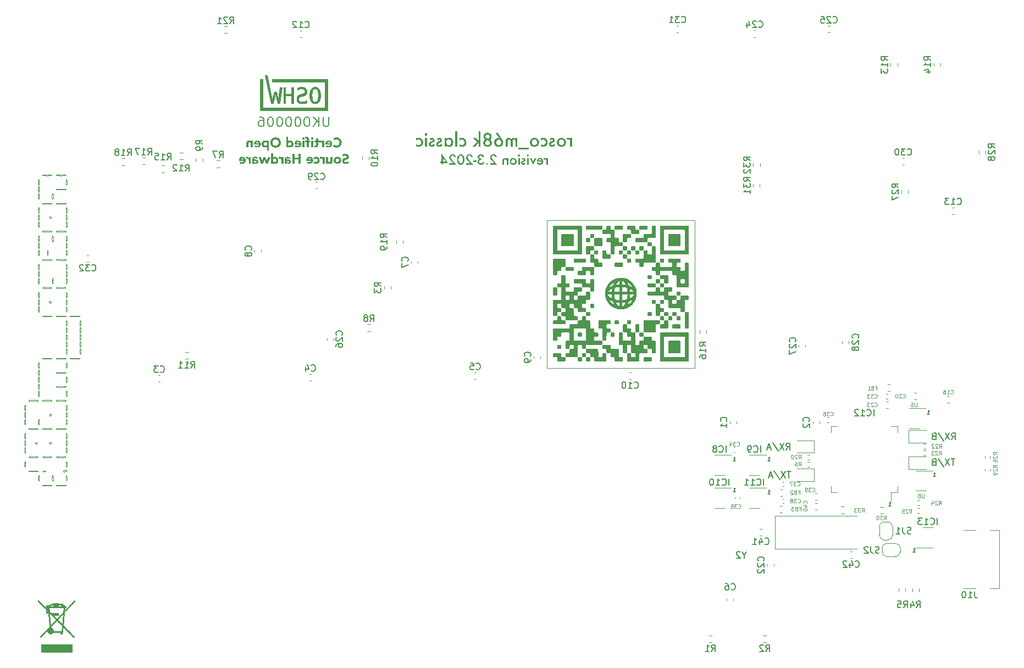
<source format=gbr>
G04 #@! TF.GenerationSoftware,KiCad,Pcbnew,8.0.2*
G04 #@! TF.CreationDate,2024-08-20T21:59:53+01:00*
G04 #@! TF.ProjectId,rosco_m68k,726f7363-6f5f-46d3-9638-6b2e6b696361,2.2*
G04 #@! TF.SameCoordinates,Original*
G04 #@! TF.FileFunction,Legend,Bot*
G04 #@! TF.FilePolarity,Positive*
%FSLAX46Y46*%
G04 Gerber Fmt 4.6, Leading zero omitted, Abs format (unit mm)*
G04 Created by KiCad (PCBNEW 8.0.2) date 2024-08-20 21:59:53*
%MOMM*%
%LPD*%
G01*
G04 APERTURE LIST*
%ADD10C,0.300000*%
%ADD11C,0.113792*%
%ADD12C,0.150000*%
%ADD13C,0.200000*%
%ADD14C,0.075000*%
%ADD15C,0.120000*%
%ADD16C,0.002540*%
%ADD17C,0.010000*%
%ADD18C,0.012500*%
%ADD19C,0.000000*%
G04 APERTURE END LIST*
D10*
G36*
X162018353Y-75075687D02*
G01*
X161703768Y-75075687D01*
X161703768Y-75203670D01*
X161633136Y-75135202D01*
X161553315Y-75079595D01*
X161459930Y-75049370D01*
X161394557Y-75044424D01*
X161293956Y-75057081D01*
X161197946Y-75091233D01*
X161140544Y-75121116D01*
X161281228Y-75419581D01*
X161367690Y-75372686D01*
X161452198Y-75357055D01*
X161550222Y-75375123D01*
X161632768Y-75440023D01*
X161679201Y-75535529D01*
X161699837Y-75646154D01*
X161703768Y-75734654D01*
X161703768Y-76420000D01*
X162018353Y-76420000D01*
X162018353Y-75075687D01*
G37*
G36*
X160391957Y-75045216D02*
G01*
X160496995Y-75057094D01*
X160595747Y-75083226D01*
X160688214Y-75123612D01*
X160774396Y-75178252D01*
X160854292Y-75247145D01*
X160879077Y-75272760D01*
X160943837Y-75353635D01*
X160994206Y-75440555D01*
X161030185Y-75533520D01*
X161051771Y-75632530D01*
X161058967Y-75737585D01*
X161058183Y-75775464D01*
X161046419Y-75884222D01*
X161020539Y-75985665D01*
X160980542Y-76079792D01*
X160926429Y-76166603D01*
X160858199Y-76246099D01*
X160832787Y-76270943D01*
X160752015Y-76335858D01*
X160664442Y-76386347D01*
X160570069Y-76422411D01*
X160468895Y-76444050D01*
X160360921Y-76451263D01*
X160323798Y-76450476D01*
X160216848Y-76438684D01*
X160116527Y-76412741D01*
X160022836Y-76372647D01*
X159935772Y-76318402D01*
X159855338Y-76250006D01*
X159830494Y-76224350D01*
X159765579Y-76142845D01*
X159715090Y-76054540D01*
X159679026Y-75959434D01*
X159657387Y-75857527D01*
X159650174Y-75748820D01*
X159964759Y-75748820D01*
X159965175Y-75772697D01*
X159977342Y-75872633D01*
X160010620Y-75969261D01*
X160071249Y-76058032D01*
X160152610Y-76123944D01*
X160250941Y-76162497D01*
X160355059Y-76173803D01*
X160458548Y-76162354D01*
X160556847Y-76123313D01*
X160638869Y-76056566D01*
X160657726Y-76034129D01*
X160707185Y-75948797D01*
X160736036Y-75847245D01*
X160744382Y-75741981D01*
X160743963Y-75719045D01*
X160729270Y-75612380D01*
X160693587Y-75519072D01*
X160636915Y-75439120D01*
X160554904Y-75372373D01*
X160457307Y-75333333D01*
X160355059Y-75321884D01*
X160251571Y-75333333D01*
X160153271Y-75372373D01*
X160071249Y-75439120D01*
X160052218Y-75461514D01*
X160002301Y-75546083D01*
X159973183Y-75645918D01*
X159964759Y-75748820D01*
X159650174Y-75748820D01*
X159650970Y-75712117D01*
X159662906Y-75606335D01*
X159689164Y-75507045D01*
X159729744Y-75414246D01*
X159784647Y-75327938D01*
X159853873Y-75248122D01*
X159879990Y-75223456D01*
X159962530Y-75159004D01*
X160051357Y-75108875D01*
X160146468Y-75073069D01*
X160247865Y-75051585D01*
X160355548Y-75044424D01*
X160391957Y-75045216D01*
G37*
G36*
X158523238Y-75308695D02*
G01*
X158777739Y-75444494D01*
X158836683Y-75360678D01*
X158928681Y-75321884D01*
X159002442Y-75349727D01*
X159032728Y-75421535D01*
X158976159Y-75506955D01*
X158885894Y-75558852D01*
X158853943Y-75572965D01*
X158753755Y-75618309D01*
X158658203Y-75668127D01*
X158574865Y-75721618D01*
X158522261Y-75766894D01*
X158466913Y-75849051D01*
X158439781Y-75951847D01*
X158436776Y-76006252D01*
X158447981Y-76109369D01*
X158481598Y-76202749D01*
X158537626Y-76286392D01*
X158578437Y-76328653D01*
X158660405Y-76387922D01*
X158751338Y-76427794D01*
X158851235Y-76448269D01*
X158910607Y-76451263D01*
X159010250Y-76443225D01*
X159117229Y-76412358D01*
X159210469Y-76358342D01*
X159289970Y-76281177D01*
X159345726Y-76199189D01*
X159383461Y-76122023D01*
X159126029Y-76000879D01*
X159072517Y-76086093D01*
X159042010Y-76122023D01*
X158954378Y-76168746D01*
X158907676Y-76173803D01*
X158806468Y-76150423D01*
X158753803Y-76065344D01*
X158751361Y-76032142D01*
X158793552Y-75938650D01*
X158871040Y-75879246D01*
X158960464Y-75835680D01*
X158963363Y-75834305D01*
X159054192Y-75790798D01*
X159057153Y-75789364D01*
X159146042Y-75740272D01*
X159225855Y-75678906D01*
X159244731Y-75658450D01*
X159294520Y-75570079D01*
X159313487Y-75468619D01*
X159314096Y-75444494D01*
X159302552Y-75341978D01*
X159263186Y-75242766D01*
X159203156Y-75164894D01*
X159195883Y-75157752D01*
X159115416Y-75097989D01*
X159024836Y-75060361D01*
X158924143Y-75044866D01*
X158902791Y-75044424D01*
X158797474Y-75057070D01*
X158704640Y-75095007D01*
X158624287Y-75158236D01*
X158556417Y-75246756D01*
X158523238Y-75308695D01*
G37*
G36*
X157147174Y-75138702D02*
G01*
X157147174Y-75546587D01*
X157216665Y-75468123D01*
X157291796Y-75399950D01*
X157334264Y-75371221D01*
X157429073Y-75332724D01*
X157526239Y-75321884D01*
X157628076Y-75333762D01*
X157727095Y-75374267D01*
X157805291Y-75436033D01*
X157812491Y-75443517D01*
X157872770Y-75525243D01*
X157910723Y-75618990D01*
X157926350Y-75724758D01*
X157926797Y-75747355D01*
X157918103Y-75847063D01*
X157888050Y-75945523D01*
X157836530Y-76031008D01*
X157816888Y-76054124D01*
X157741105Y-76117236D01*
X157644191Y-76159661D01*
X157543765Y-76173686D01*
X157533077Y-76173803D01*
X157435375Y-76163391D01*
X157338660Y-76126420D01*
X157255956Y-76063458D01*
X157187394Y-75993137D01*
X157147174Y-75946168D01*
X157147174Y-76353077D01*
X157240291Y-76396033D01*
X157333531Y-76426716D01*
X157438572Y-76446564D01*
X157520377Y-76451263D01*
X157632078Y-76444239D01*
X157736738Y-76423167D01*
X157834357Y-76388048D01*
X157924934Y-76338880D01*
X158008471Y-76275665D01*
X158034752Y-76251472D01*
X158104974Y-76172749D01*
X158160667Y-76087158D01*
X158201831Y-75994696D01*
X158228467Y-75895366D01*
X158240574Y-75789166D01*
X158241382Y-75752240D01*
X158234014Y-75643927D01*
X158211912Y-75542107D01*
X158175075Y-75446778D01*
X158123504Y-75357940D01*
X158057198Y-75275594D01*
X158031821Y-75249588D01*
X157949887Y-75179864D01*
X157861256Y-75124566D01*
X157765927Y-75083693D01*
X157663900Y-75057247D01*
X157555176Y-75045225D01*
X157517446Y-75044424D01*
X157408764Y-75051881D01*
X157303638Y-75074254D01*
X157202066Y-75111541D01*
X157147174Y-75138702D01*
G37*
G36*
X156239829Y-75045216D02*
G01*
X156344866Y-75057094D01*
X156443619Y-75083226D01*
X156536086Y-75123612D01*
X156622267Y-75178252D01*
X156702163Y-75247145D01*
X156726948Y-75272760D01*
X156791709Y-75353635D01*
X156842078Y-75440555D01*
X156878056Y-75533520D01*
X156899643Y-75632530D01*
X156906839Y-75737585D01*
X156906054Y-75775464D01*
X156894291Y-75884222D01*
X156868411Y-75985665D01*
X156828414Y-76079792D01*
X156774301Y-76166603D01*
X156706071Y-76246099D01*
X156680658Y-76270943D01*
X156599886Y-76335858D01*
X156512314Y-76386347D01*
X156417941Y-76422411D01*
X156316767Y-76444050D01*
X156208793Y-76451263D01*
X156171670Y-76450476D01*
X156064720Y-76438684D01*
X155964399Y-76412741D01*
X155870707Y-76372647D01*
X155783644Y-76318402D01*
X155703210Y-76250006D01*
X155678366Y-76224350D01*
X155613451Y-76142845D01*
X155562961Y-76054540D01*
X155526897Y-75959434D01*
X155505259Y-75857527D01*
X155498046Y-75748820D01*
X155812631Y-75748820D01*
X155813047Y-75772697D01*
X155825214Y-75872633D01*
X155858492Y-75969261D01*
X155919121Y-76058032D01*
X156000482Y-76123944D01*
X156098813Y-76162497D01*
X156202931Y-76173803D01*
X156306419Y-76162354D01*
X156404719Y-76123313D01*
X156486741Y-76056566D01*
X156505597Y-76034129D01*
X156555056Y-75948797D01*
X156583908Y-75847245D01*
X156592254Y-75741981D01*
X156591834Y-75719045D01*
X156577141Y-75612380D01*
X156541459Y-75519072D01*
X156484787Y-75439120D01*
X156402775Y-75372373D01*
X156305179Y-75333333D01*
X156202931Y-75321884D01*
X156099442Y-75333333D01*
X156001143Y-75372373D01*
X155919121Y-75439120D01*
X155900090Y-75461514D01*
X155850173Y-75546083D01*
X155821054Y-75645918D01*
X155812631Y-75748820D01*
X155498046Y-75748820D01*
X155498842Y-75712117D01*
X155510777Y-75606335D01*
X155537035Y-75507045D01*
X155577616Y-75414246D01*
X155632519Y-75327938D01*
X155701744Y-75248122D01*
X155727861Y-75223456D01*
X155810402Y-75159004D01*
X155899228Y-75108875D01*
X155994340Y-75073069D01*
X156095737Y-75051585D01*
X156203419Y-75044424D01*
X156239829Y-75045216D01*
G37*
G36*
X155349546Y-76611486D02*
G01*
X153755129Y-76611486D01*
X153755129Y-76888946D01*
X155349546Y-76888946D01*
X155349546Y-76611486D01*
G37*
G36*
X153579274Y-75075687D02*
G01*
X153264689Y-75075687D01*
X153264689Y-75201716D01*
X153193470Y-75133101D01*
X153116190Y-75078129D01*
X153021202Y-75049164D01*
X152951570Y-75044424D01*
X152846942Y-75056605D01*
X152753855Y-75093150D01*
X152672309Y-75154058D01*
X152602303Y-75239330D01*
X152534586Y-75163385D01*
X152445231Y-75099431D01*
X152343115Y-75059841D01*
X152243294Y-75045185D01*
X152212980Y-75044424D01*
X152108222Y-75052995D01*
X151996918Y-75087816D01*
X151907438Y-75149423D01*
X151839782Y-75237816D01*
X151801371Y-75327816D01*
X151776927Y-75434958D01*
X151766452Y-75559243D01*
X151766015Y-75592993D01*
X151766015Y-76420000D01*
X152080600Y-76420000D01*
X152080600Y-75675547D01*
X152084155Y-75575976D01*
X152098155Y-75478627D01*
X152125541Y-75402972D01*
X152201830Y-75335266D01*
X152278437Y-75321884D01*
X152379244Y-75343136D01*
X152454593Y-75412653D01*
X152458199Y-75418604D01*
X152494571Y-75516060D01*
X152509932Y-75617249D01*
X152514375Y-75727815D01*
X152514375Y-76420000D01*
X152828960Y-76420000D01*
X152828960Y-75679944D01*
X152833754Y-75576792D01*
X152852164Y-75476087D01*
X152898189Y-75380978D01*
X152990238Y-75325031D01*
X153025331Y-75321884D01*
X153121756Y-75340677D01*
X153200127Y-75408180D01*
X153207537Y-75420069D01*
X153244541Y-75517991D01*
X153260168Y-75618550D01*
X153264689Y-75727815D01*
X153264689Y-76420000D01*
X153579274Y-76420000D01*
X153579274Y-75075687D01*
G37*
G36*
X151192533Y-75230537D02*
G01*
X151217259Y-75265588D01*
X151272094Y-75352163D01*
X151324736Y-75454069D01*
X151363021Y-75553812D01*
X151386949Y-75651391D01*
X151396720Y-75762498D01*
X151395898Y-75797192D01*
X151383561Y-75897747D01*
X151356422Y-75993013D01*
X151314479Y-76082990D01*
X151257733Y-76167678D01*
X151186183Y-76247076D01*
X151159102Y-76271801D01*
X151074564Y-76336407D01*
X150985079Y-76386657D01*
X150890649Y-76422549D01*
X150791273Y-76444084D01*
X150686950Y-76451263D01*
X150651308Y-76450455D01*
X150548251Y-76438348D01*
X150450998Y-76411712D01*
X150359550Y-76370548D01*
X150273907Y-76314855D01*
X150194068Y-76244633D01*
X150169106Y-76218242D01*
X150103882Y-76135243D01*
X150053152Y-76046508D01*
X150016916Y-75952038D01*
X149995174Y-75851831D01*
X149989564Y-75769825D01*
X150302512Y-75769825D01*
X150302624Y-75780041D01*
X150316077Y-75877528D01*
X150356770Y-75974957D01*
X150417306Y-76054612D01*
X150492716Y-76117467D01*
X150586246Y-76159719D01*
X150690858Y-76173803D01*
X150701097Y-76173686D01*
X150797974Y-76159719D01*
X150892967Y-76117467D01*
X150968807Y-76054612D01*
X150975779Y-76047113D01*
X151033329Y-75966608D01*
X151071068Y-75866482D01*
X151082135Y-75764940D01*
X151082025Y-75754395D01*
X151068744Y-75654351D01*
X151028570Y-75555653D01*
X150968807Y-75476245D01*
X150885006Y-75408386D01*
X150789429Y-75368694D01*
X150692324Y-75357055D01*
X150586704Y-75371312D01*
X150492167Y-75414083D01*
X150415841Y-75477711D01*
X150402117Y-75492819D01*
X150346781Y-75574660D01*
X150313579Y-75666995D01*
X150302512Y-75769825D01*
X149989564Y-75769825D01*
X149987927Y-75745889D01*
X149992423Y-75662055D01*
X150013825Y-75551258D01*
X150052851Y-75448129D01*
X150109501Y-75352666D01*
X150172086Y-75276943D01*
X150219691Y-75230689D01*
X150308178Y-75164586D01*
X150403257Y-75117368D01*
X150504927Y-75089038D01*
X150613189Y-75079595D01*
X150658130Y-75082526D01*
X150727006Y-75090341D01*
X150231682Y-74400600D01*
X150462735Y-74224745D01*
X151192533Y-75230537D01*
G37*
G36*
X149045600Y-74269449D02*
G01*
X149154290Y-74287130D01*
X149254518Y-74321314D01*
X149346284Y-74372001D01*
X149429588Y-74439190D01*
X149471606Y-74483741D01*
X149531655Y-74568061D01*
X149574548Y-74660468D01*
X149600284Y-74760963D01*
X149608862Y-74869546D01*
X149603198Y-74955174D01*
X149576233Y-75065276D01*
X149527063Y-75163971D01*
X149455686Y-75251259D01*
X149376832Y-75316999D01*
X149423536Y-75345620D01*
X149503163Y-75414118D01*
X149564415Y-75497626D01*
X149607291Y-75596144D01*
X149631791Y-75709671D01*
X149638172Y-75815743D01*
X149635202Y-75882795D01*
X149615718Y-75993121D01*
X149578048Y-76094517D01*
X149522192Y-76186985D01*
X149448151Y-76270523D01*
X149374036Y-76331946D01*
X149278497Y-76387545D01*
X149173187Y-76425846D01*
X149075144Y-76444908D01*
X148969923Y-76451263D01*
X148883866Y-76446838D01*
X148787146Y-76429848D01*
X148683335Y-76393921D01*
X148589248Y-76340650D01*
X148504885Y-76270034D01*
X148452535Y-76210920D01*
X148394151Y-76119825D01*
X148353158Y-76019006D01*
X148329557Y-75908463D01*
X148323564Y-75812323D01*
X148637753Y-75812323D01*
X148644042Y-75884192D01*
X148677061Y-75982148D01*
X148738381Y-76068290D01*
X148791076Y-76114452D01*
X148879965Y-76158965D01*
X148980670Y-76173803D01*
X149049577Y-76167117D01*
X149142977Y-76132014D01*
X149224424Y-76066824D01*
X149272359Y-76002738D01*
X149311869Y-75906830D01*
X149323587Y-75808415D01*
X149317298Y-75737707D01*
X149284279Y-75641262D01*
X149222959Y-75556357D01*
X149169714Y-75510195D01*
X149080687Y-75465682D01*
X148980670Y-75450844D01*
X148912221Y-75457438D01*
X148819393Y-75492060D01*
X148738381Y-75556357D01*
X148689737Y-75619263D01*
X148649643Y-75714197D01*
X148637753Y-75812323D01*
X148323564Y-75812323D01*
X148323168Y-75805973D01*
X148330371Y-75705204D01*
X148354934Y-75602071D01*
X148396929Y-75507020D01*
X148442160Y-75437343D01*
X148515810Y-75360189D01*
X148596720Y-75305275D01*
X148515044Y-75237675D01*
X148450266Y-75163103D01*
X148396050Y-75067290D01*
X148364834Y-74961986D01*
X148356385Y-74864173D01*
X148356623Y-74858799D01*
X148670970Y-74858799D01*
X148674198Y-74906054D01*
X148703345Y-74999604D01*
X148762805Y-75081060D01*
X148792386Y-75107657D01*
X148884603Y-75158147D01*
X148982624Y-75173384D01*
X149029994Y-75170138D01*
X149123320Y-75140836D01*
X149203908Y-75081060D01*
X149234619Y-75045277D01*
X149279363Y-74957259D01*
X149294278Y-74854891D01*
X149292047Y-74816471D01*
X149262074Y-74717522D01*
X149202931Y-74637027D01*
X149167205Y-74605485D01*
X149080961Y-74559532D01*
X148982624Y-74544214D01*
X148943512Y-74546480D01*
X148843387Y-74576934D01*
X148762805Y-74637027D01*
X148731596Y-74672953D01*
X148686126Y-74759749D01*
X148670970Y-74858799D01*
X148356623Y-74858799D01*
X148359171Y-74801295D01*
X148377453Y-74697798D01*
X148412799Y-74602623D01*
X148465209Y-74515769D01*
X148534682Y-74437236D01*
X148580638Y-74397279D01*
X148667709Y-74340175D01*
X148763242Y-74299386D01*
X148867237Y-74274912D01*
X148979693Y-74266755D01*
X149045600Y-74269449D01*
G37*
G36*
X147596301Y-74106531D02*
G01*
X147596301Y-75510439D01*
X147163015Y-75075687D01*
X146749756Y-75075687D01*
X147328123Y-75640376D01*
X146707746Y-76420000D01*
X147106839Y-76420000D01*
X147546964Y-75852868D01*
X147596301Y-75902205D01*
X147596301Y-76420000D01*
X147910886Y-76420000D01*
X147910886Y-74106531D01*
X147596301Y-74106531D01*
G37*
G36*
X144622400Y-75138702D02*
G01*
X144622400Y-75546587D01*
X144691892Y-75468123D01*
X144767023Y-75399950D01*
X144809490Y-75371221D01*
X144904300Y-75332724D01*
X145001465Y-75321884D01*
X145103303Y-75333762D01*
X145202322Y-75374267D01*
X145280518Y-75436033D01*
X145287718Y-75443517D01*
X145347996Y-75525243D01*
X145385949Y-75618990D01*
X145401577Y-75724758D01*
X145402024Y-75747355D01*
X145393330Y-75847063D01*
X145363276Y-75945523D01*
X145311756Y-76031008D01*
X145292114Y-76054124D01*
X145216332Y-76117236D01*
X145119418Y-76159661D01*
X145018992Y-76173686D01*
X145008304Y-76173803D01*
X144910602Y-76163391D01*
X144813887Y-76126420D01*
X144731183Y-76063458D01*
X144662620Y-75993137D01*
X144622400Y-75946168D01*
X144622400Y-76353077D01*
X144715518Y-76396033D01*
X144808758Y-76426716D01*
X144913798Y-76446564D01*
X144995604Y-76451263D01*
X145107305Y-76444239D01*
X145211965Y-76423167D01*
X145309583Y-76388048D01*
X145400161Y-76338880D01*
X145483698Y-76275665D01*
X145509979Y-76251472D01*
X145580201Y-76172749D01*
X145635894Y-76087158D01*
X145677058Y-75994696D01*
X145703694Y-75895366D01*
X145715801Y-75789166D01*
X145716608Y-75752240D01*
X145709241Y-75643927D01*
X145687139Y-75542107D01*
X145650302Y-75446778D01*
X145598731Y-75357940D01*
X145532424Y-75275594D01*
X145507048Y-75249588D01*
X145425114Y-75179864D01*
X145336483Y-75124566D01*
X145241153Y-75083693D01*
X145139127Y-75057247D01*
X145030402Y-75045225D01*
X144992673Y-75044424D01*
X144883991Y-75051881D01*
X144778865Y-75074254D01*
X144677293Y-75111541D01*
X144622400Y-75138702D01*
G37*
G36*
X144004955Y-74106531D02*
G01*
X144004955Y-76420000D01*
X144319539Y-76420000D01*
X144319539Y-74106531D01*
X144004955Y-74106531D01*
G37*
G36*
X143141511Y-75049301D02*
G01*
X143248664Y-75072519D01*
X143347262Y-75114858D01*
X143437306Y-75176317D01*
X143507676Y-75244214D01*
X143529326Y-75269578D01*
X143585895Y-75350338D01*
X143629893Y-75438105D01*
X143661320Y-75532879D01*
X143680176Y-75634660D01*
X143686462Y-75743447D01*
X143685763Y-75781095D01*
X143675288Y-75889321D01*
X143652241Y-75990472D01*
X143616624Y-76084547D01*
X143568435Y-76171547D01*
X143507676Y-76251472D01*
X143448881Y-76309029D01*
X143358795Y-76373219D01*
X143259639Y-76418289D01*
X143151414Y-76444239D01*
X143051430Y-76451263D01*
X143024188Y-76450574D01*
X142917469Y-76434042D01*
X142814353Y-76395466D01*
X142727081Y-76343631D01*
X142642568Y-76274919D01*
X142642568Y-76420000D01*
X142342149Y-76420000D01*
X142342149Y-75748820D01*
X142623517Y-75748820D01*
X142623927Y-75771890D01*
X142638286Y-75879566D01*
X142673157Y-75974459D01*
X142728541Y-76056566D01*
X142808538Y-76123313D01*
X142904120Y-76162354D01*
X143004536Y-76173803D01*
X143099027Y-76161972D01*
X143190626Y-76121630D01*
X143269295Y-76052658D01*
X143287628Y-76029592D01*
X143335713Y-75943649D01*
X143363763Y-75843776D01*
X143371877Y-75741981D01*
X143371465Y-75719858D01*
X143357039Y-75615998D01*
X143322006Y-75523395D01*
X143266364Y-75442051D01*
X143194961Y-75378682D01*
X143104517Y-75336083D01*
X143001605Y-75321884D01*
X142902734Y-75333476D01*
X142808192Y-75373004D01*
X142728541Y-75440586D01*
X142709772Y-75463880D01*
X142660542Y-75549899D01*
X142631825Y-75648798D01*
X142623517Y-75748820D01*
X142342149Y-75748820D01*
X142342149Y-75075687D01*
X142642568Y-75075687D01*
X142642568Y-75233956D01*
X142689478Y-75189535D01*
X142775170Y-75126049D01*
X142865443Y-75080701D01*
X142960298Y-75053493D01*
X143059735Y-75044424D01*
X143141511Y-75049301D01*
G37*
G36*
X141154641Y-75308695D02*
G01*
X141409142Y-75444494D01*
X141468086Y-75360678D01*
X141560084Y-75321884D01*
X141633845Y-75349727D01*
X141664131Y-75421535D01*
X141607562Y-75506955D01*
X141517296Y-75558852D01*
X141485345Y-75572965D01*
X141385158Y-75618309D01*
X141289605Y-75668127D01*
X141206267Y-75721618D01*
X141153664Y-75766894D01*
X141098315Y-75849051D01*
X141071184Y-75951847D01*
X141068179Y-76006252D01*
X141079384Y-76109369D01*
X141113001Y-76202749D01*
X141169029Y-76286392D01*
X141209839Y-76328653D01*
X141291808Y-76387922D01*
X141382740Y-76427794D01*
X141482638Y-76448269D01*
X141542010Y-76451263D01*
X141641653Y-76443225D01*
X141748631Y-76412358D01*
X141841871Y-76358342D01*
X141921372Y-76281177D01*
X141977128Y-76199189D01*
X142014864Y-76122023D01*
X141757432Y-76000879D01*
X141703920Y-76086093D01*
X141673412Y-76122023D01*
X141585781Y-76168746D01*
X141539079Y-76173803D01*
X141437871Y-76150423D01*
X141385206Y-76065344D01*
X141382763Y-76032142D01*
X141424955Y-75938650D01*
X141502442Y-75879246D01*
X141591866Y-75835680D01*
X141594766Y-75834305D01*
X141685595Y-75790798D01*
X141688555Y-75789364D01*
X141777444Y-75740272D01*
X141857258Y-75678906D01*
X141876134Y-75658450D01*
X141925922Y-75570079D01*
X141944889Y-75468619D01*
X141945499Y-75444494D01*
X141933955Y-75341978D01*
X141894589Y-75242766D01*
X141834558Y-75164894D01*
X141827285Y-75157752D01*
X141746819Y-75097989D01*
X141656239Y-75060361D01*
X141555546Y-75044866D01*
X141534194Y-75044424D01*
X141428877Y-75057070D01*
X141336042Y-75095007D01*
X141255690Y-75158236D01*
X141187819Y-75246756D01*
X141154641Y-75308695D01*
G37*
G36*
X140019400Y-75308695D02*
G01*
X140273901Y-75444494D01*
X140332845Y-75360678D01*
X140424843Y-75321884D01*
X140498604Y-75349727D01*
X140528890Y-75421535D01*
X140472321Y-75506955D01*
X140382056Y-75558852D01*
X140350105Y-75572965D01*
X140249917Y-75618309D01*
X140154364Y-75668127D01*
X140071027Y-75721618D01*
X140018423Y-75766894D01*
X139963075Y-75849051D01*
X139935943Y-75951847D01*
X139932938Y-76006252D01*
X139944143Y-76109369D01*
X139977760Y-76202749D01*
X140033788Y-76286392D01*
X140074599Y-76328653D01*
X140156567Y-76387922D01*
X140247500Y-76427794D01*
X140347397Y-76448269D01*
X140406769Y-76451263D01*
X140506412Y-76443225D01*
X140613391Y-76412358D01*
X140706630Y-76358342D01*
X140786131Y-76281177D01*
X140841888Y-76199189D01*
X140879623Y-76122023D01*
X140622191Y-76000879D01*
X140568679Y-76086093D01*
X140538172Y-76122023D01*
X140450540Y-76168746D01*
X140403838Y-76173803D01*
X140302630Y-76150423D01*
X140249965Y-76065344D01*
X140247523Y-76032142D01*
X140289714Y-75938650D01*
X140367202Y-75879246D01*
X140456625Y-75835680D01*
X140459525Y-75834305D01*
X140550354Y-75790798D01*
X140553315Y-75789364D01*
X140642204Y-75740272D01*
X140722017Y-75678906D01*
X140740893Y-75658450D01*
X140790681Y-75570079D01*
X140809648Y-75468619D01*
X140810258Y-75444494D01*
X140798714Y-75341978D01*
X140759348Y-75242766D01*
X140699317Y-75164894D01*
X140692045Y-75157752D01*
X140611578Y-75097989D01*
X140520998Y-75060361D01*
X140420305Y-75044866D01*
X140398953Y-75044424D01*
X140293636Y-75057070D01*
X140200802Y-75095007D01*
X140120449Y-75158236D01*
X140052579Y-75246756D01*
X140019400Y-75308695D01*
G37*
G36*
X139360433Y-75075687D02*
G01*
X139360433Y-76420000D01*
X139675017Y-76420000D01*
X139675017Y-75075687D01*
X139360433Y-75075687D01*
G37*
G36*
X139706280Y-74526629D02*
G01*
X139680615Y-74428595D01*
X139646685Y-74384968D01*
X139562612Y-74333753D01*
X139503559Y-74325373D01*
X139407655Y-74348652D01*
X139359456Y-74384968D01*
X139306902Y-74472834D01*
X139299860Y-74528094D01*
X139323140Y-74624227D01*
X139359456Y-74672198D01*
X139447111Y-74724751D01*
X139502093Y-74731793D01*
X139598188Y-74708704D01*
X139646685Y-74672686D01*
X139697900Y-74587697D01*
X139706280Y-74526629D01*
G37*
G36*
X137947732Y-75138702D02*
G01*
X137947732Y-75546587D01*
X138017223Y-75468123D01*
X138092354Y-75399950D01*
X138134822Y-75371221D01*
X138229632Y-75332724D01*
X138326797Y-75321884D01*
X138428635Y-75333762D01*
X138527653Y-75374267D01*
X138605849Y-75436033D01*
X138613049Y-75443517D01*
X138673328Y-75525243D01*
X138711281Y-75618990D01*
X138726909Y-75724758D01*
X138727355Y-75747355D01*
X138718661Y-75847063D01*
X138688608Y-75945523D01*
X138637088Y-76031008D01*
X138617446Y-76054124D01*
X138541664Y-76117236D01*
X138444749Y-76159661D01*
X138344324Y-76173686D01*
X138333636Y-76173803D01*
X138235934Y-76163391D01*
X138139218Y-76126420D01*
X138056514Y-76063458D01*
X137987952Y-75993137D01*
X137947732Y-75946168D01*
X137947732Y-76353077D01*
X138040850Y-76396033D01*
X138134089Y-76426716D01*
X138239130Y-76446564D01*
X138320935Y-76451263D01*
X138432636Y-76444239D01*
X138537296Y-76423167D01*
X138634915Y-76388048D01*
X138725493Y-76338880D01*
X138809030Y-76275665D01*
X138835310Y-76251472D01*
X138905532Y-76172749D01*
X138961225Y-76087158D01*
X139002390Y-75994696D01*
X139029026Y-75895366D01*
X139041133Y-75789166D01*
X139041940Y-75752240D01*
X139034573Y-75643927D01*
X139012470Y-75542107D01*
X138975634Y-75446778D01*
X138924062Y-75357940D01*
X138857756Y-75275594D01*
X138832380Y-75249588D01*
X138750446Y-75179864D01*
X138661814Y-75124566D01*
X138566485Y-75083693D01*
X138464458Y-75057247D01*
X138355734Y-75045225D01*
X138318004Y-75044424D01*
X138209323Y-75051881D01*
X138104196Y-75074254D01*
X138002625Y-75111541D01*
X137947732Y-75138702D01*
G37*
D11*
G36*
X125442672Y-75428105D02*
G01*
X125496894Y-75375715D01*
X125562107Y-75337247D01*
X125633226Y-75314631D01*
X125708319Y-75306016D01*
X125725505Y-75305739D01*
X125798816Y-75311665D01*
X125872627Y-75331300D01*
X125897696Y-75341643D01*
X125962872Y-75378528D01*
X126019913Y-75426353D01*
X126034716Y-75442027D01*
X126080598Y-75502825D01*
X126116942Y-75573019D01*
X126125575Y-75594801D01*
X126146686Y-75669018D01*
X126156621Y-75741928D01*
X126158181Y-75786409D01*
X126153596Y-75863019D01*
X126138280Y-75940316D01*
X126125575Y-75979483D01*
X126094854Y-76046580D01*
X126052980Y-76110453D01*
X126035816Y-76131158D01*
X125982020Y-76181858D01*
X125915978Y-76224195D01*
X125901726Y-76231175D01*
X125832163Y-76255719D01*
X125758111Y-76266518D01*
X125736130Y-76267079D01*
X125657782Y-76260126D01*
X125587052Y-76239265D01*
X125556977Y-76224947D01*
X125493705Y-76181560D01*
X125441092Y-76125130D01*
X125428017Y-76106612D01*
X125153610Y-76311409D01*
X125204237Y-76373737D01*
X125261230Y-76427363D01*
X125324588Y-76472289D01*
X125394312Y-76508513D01*
X125467585Y-76536242D01*
X125541957Y-76556049D01*
X125617428Y-76567933D01*
X125693998Y-76571894D01*
X125769299Y-76569264D01*
X125852137Y-76559819D01*
X125931541Y-76543504D01*
X126007510Y-76520320D01*
X126016765Y-76516939D01*
X126088091Y-76486508D01*
X126154426Y-76450170D01*
X126215769Y-76407923D01*
X126272121Y-76359769D01*
X126322999Y-76305799D01*
X126367925Y-76246471D01*
X126406897Y-76181785D01*
X126439915Y-76111741D01*
X126466202Y-76036728D01*
X126484978Y-75957501D01*
X126495246Y-75884722D01*
X126499764Y-75808717D01*
X126499999Y-75786409D01*
X126497124Y-75709500D01*
X126488499Y-75635852D01*
X126471600Y-75555675D01*
X126447191Y-75479758D01*
X126439915Y-75461444D01*
X126406897Y-75391262D01*
X126367925Y-75326530D01*
X126322999Y-75267248D01*
X126272121Y-75213415D01*
X126215769Y-75165101D01*
X126154426Y-75122740D01*
X126088091Y-75086333D01*
X126016765Y-75055879D01*
X125941225Y-75031836D01*
X125862250Y-75014663D01*
X125779841Y-75004359D01*
X125704916Y-75000978D01*
X125693998Y-75000924D01*
X125616925Y-75005057D01*
X125562107Y-75012648D01*
X125489935Y-75028930D01*
X125427285Y-75049651D01*
X125357990Y-75081369D01*
X125299423Y-75117428D01*
X125241355Y-75164414D01*
X125189514Y-75221109D01*
X125442672Y-75428105D01*
G37*
G36*
X124556863Y-75473591D02*
G01*
X124633583Y-75486280D01*
X124707012Y-75507972D01*
X124757502Y-75529084D01*
X124826796Y-75568480D01*
X124888363Y-75617149D01*
X124929060Y-75659183D01*
X124975299Y-75722260D01*
X125009629Y-75787142D01*
X125034868Y-75858171D01*
X125049630Y-75934741D01*
X125053959Y-76009159D01*
X125049630Y-76083576D01*
X125034868Y-76160146D01*
X125009629Y-76231175D01*
X124985426Y-76279055D01*
X124941480Y-76344262D01*
X124888363Y-76401535D01*
X124842912Y-76438729D01*
X124775550Y-76480297D01*
X124707012Y-76510345D01*
X124640237Y-76530438D01*
X124563808Y-76543945D01*
X124484263Y-76548447D01*
X124468725Y-76548246D01*
X124392025Y-76541234D01*
X124316970Y-76524204D01*
X124243562Y-76497156D01*
X124229202Y-76490531D01*
X124162126Y-76452385D01*
X124102921Y-76405867D01*
X124051587Y-76350976D01*
X124273237Y-76189776D01*
X124307981Y-76230864D01*
X124367026Y-76279169D01*
X124422829Y-76304151D01*
X124498917Y-76313974D01*
X124516105Y-76313471D01*
X124589415Y-76297844D01*
X124655355Y-76256821D01*
X124673974Y-76237898D01*
X124714686Y-76174826D01*
X124737421Y-76102948D01*
X124003227Y-76102948D01*
X124003227Y-76004396D01*
X124005893Y-75937803D01*
X124012196Y-75891922D01*
X124319765Y-75891922D01*
X124737421Y-75891922D01*
X124719469Y-75821580D01*
X124675139Y-75762595D01*
X124671522Y-75759427D01*
X124606629Y-75720830D01*
X124588544Y-75714406D01*
X124513938Y-75704344D01*
X124508565Y-75704398D01*
X124435353Y-75718174D01*
X124372522Y-75759665D01*
X124333560Y-75816095D01*
X124319765Y-75891922D01*
X124012196Y-75891922D01*
X124016393Y-75861371D01*
X124036932Y-75784211D01*
X124053046Y-75742462D01*
X124087032Y-75677255D01*
X124132920Y-75615683D01*
X124157241Y-75590451D01*
X124216566Y-75543647D01*
X124284961Y-75507606D01*
X124331077Y-75491097D01*
X124404888Y-75475177D01*
X124484263Y-75469870D01*
X124556863Y-75473591D01*
G37*
G36*
X123817846Y-75493318D02*
G01*
X123501308Y-75493318D01*
X123501308Y-75661845D01*
X123496911Y-75661845D01*
X123456313Y-75596604D01*
X123406286Y-75541158D01*
X123376744Y-75517864D01*
X123308963Y-75485056D01*
X123233718Y-75471042D01*
X123201622Y-75469870D01*
X123146667Y-75474633D01*
X123096109Y-75493318D01*
X123096109Y-75770655D01*
X123162787Y-75756001D01*
X123230931Y-75751238D01*
X123307738Y-75756793D01*
X123374546Y-75776517D01*
X123435657Y-75820973D01*
X123455878Y-75847592D01*
X123485647Y-75918542D01*
X123492881Y-75956402D01*
X123499695Y-76031763D01*
X123501308Y-76095987D01*
X123501308Y-76525000D01*
X123817846Y-76525000D01*
X123817846Y-75493318D01*
G37*
G36*
X122264828Y-75751238D02*
G01*
X122543265Y-75751238D01*
X122543265Y-76097819D01*
X122539723Y-76171750D01*
X122539235Y-76176221D01*
X122520184Y-76237037D01*
X122475121Y-76276605D01*
X122403094Y-76290404D01*
X122393788Y-76290526D01*
X122327110Y-76283565D01*
X122264828Y-76251692D01*
X122264828Y-76516573D01*
X122335964Y-76536055D01*
X122374737Y-76541852D01*
X122448481Y-76547668D01*
X122486479Y-76548447D01*
X122563323Y-76544234D01*
X122634123Y-76531594D01*
X122704628Y-76506259D01*
X122752093Y-76477739D01*
X122804381Y-76426048D01*
X122831227Y-76381751D01*
X122853525Y-76311945D01*
X122859804Y-76238503D01*
X122859804Y-75751238D01*
X123062403Y-75751238D01*
X123062403Y-75493318D01*
X122859804Y-75493318D01*
X122859804Y-75189235D01*
X122543265Y-75189235D01*
X122543265Y-75493318D01*
X122264828Y-75493318D01*
X122264828Y-75751238D01*
G37*
G36*
X122104727Y-75493318D02*
G01*
X121788188Y-75493318D01*
X121788188Y-76525000D01*
X122104727Y-76525000D01*
X122104727Y-75493318D01*
G37*
G36*
X122130006Y-75188503D02*
G01*
X122114807Y-75112390D01*
X122076151Y-75055879D01*
X122012725Y-75012999D01*
X121946458Y-75000924D01*
X121872084Y-75016434D01*
X121816765Y-75055879D01*
X121774743Y-75120679D01*
X121762909Y-75188503D01*
X121778109Y-75264616D01*
X121816765Y-75321127D01*
X121880190Y-75364006D01*
X121946458Y-75376081D01*
X122020831Y-75360571D01*
X122076151Y-75321127D01*
X122118173Y-75256327D01*
X122130006Y-75188503D01*
G37*
G36*
X120778855Y-75493318D02*
G01*
X120462316Y-75493318D01*
X120462316Y-76525000D01*
X120778855Y-76525000D01*
X120778855Y-75493318D01*
G37*
G36*
X120804134Y-75188503D02*
G01*
X120788934Y-75112390D01*
X120750278Y-75055879D01*
X120686853Y-75012999D01*
X120620585Y-75000924D01*
X120546212Y-75016434D01*
X120490892Y-75055879D01*
X120448870Y-75120679D01*
X120437037Y-75188503D01*
X120452236Y-75264616D01*
X120490892Y-75321127D01*
X120554318Y-75364006D01*
X120620585Y-75376081D01*
X120694959Y-75360571D01*
X120750278Y-75321127D01*
X120792300Y-75256327D01*
X120804134Y-75188503D01*
G37*
G36*
X121454064Y-75751238D02*
G01*
X121662892Y-75751238D01*
X121662892Y-75493318D01*
X121454064Y-75493318D01*
X121454064Y-75314532D01*
X121450844Y-75238658D01*
X121440311Y-75162340D01*
X121439409Y-75157728D01*
X121415798Y-75084164D01*
X121382257Y-75027669D01*
X121327048Y-74974832D01*
X121260990Y-74939375D01*
X121188530Y-74918501D01*
X121114467Y-74909150D01*
X121053261Y-74907135D01*
X120978692Y-74909818D01*
X120958373Y-74911531D01*
X120884216Y-74923029D01*
X120867515Y-74926919D01*
X120882169Y-75203524D01*
X120933094Y-75174581D01*
X120985484Y-75165055D01*
X121059158Y-75175372D01*
X121099790Y-75197662D01*
X121132219Y-75265182D01*
X121137525Y-75331385D01*
X121137525Y-75493318D01*
X120903419Y-75493318D01*
X120903419Y-75751238D01*
X121137525Y-75751238D01*
X121137525Y-76525000D01*
X121454064Y-76525000D01*
X121454064Y-75751238D01*
G37*
G36*
X119776542Y-75473591D02*
G01*
X119853262Y-75486280D01*
X119926691Y-75507972D01*
X119977181Y-75529084D01*
X120046475Y-75568480D01*
X120108042Y-75617149D01*
X120148739Y-75659183D01*
X120194978Y-75722260D01*
X120229308Y-75787142D01*
X120254547Y-75858171D01*
X120269309Y-75934741D01*
X120273638Y-76009159D01*
X120269309Y-76083576D01*
X120254547Y-76160146D01*
X120229308Y-76231175D01*
X120205105Y-76279055D01*
X120161159Y-76344262D01*
X120108042Y-76401535D01*
X120062591Y-76438729D01*
X119995229Y-76480297D01*
X119926691Y-76510345D01*
X119859916Y-76530438D01*
X119783487Y-76543945D01*
X119703942Y-76548447D01*
X119688404Y-76548246D01*
X119611704Y-76541234D01*
X119536649Y-76524204D01*
X119463241Y-76497156D01*
X119448881Y-76490531D01*
X119381805Y-76452385D01*
X119322600Y-76405867D01*
X119271266Y-76350976D01*
X119492916Y-76189776D01*
X119527660Y-76230864D01*
X119586705Y-76279169D01*
X119642508Y-76304151D01*
X119718596Y-76313974D01*
X119735784Y-76313471D01*
X119809094Y-76297844D01*
X119875034Y-76256821D01*
X119893653Y-76237898D01*
X119934365Y-76174826D01*
X119957100Y-76102948D01*
X119222906Y-76102948D01*
X119222906Y-76004396D01*
X119225572Y-75937803D01*
X119231875Y-75891922D01*
X119539444Y-75891922D01*
X119957100Y-75891922D01*
X119939148Y-75821580D01*
X119894818Y-75762595D01*
X119891201Y-75759427D01*
X119826308Y-75720830D01*
X119808223Y-75714406D01*
X119733617Y-75704344D01*
X119728244Y-75704398D01*
X119655032Y-75718174D01*
X119592201Y-75759665D01*
X119553239Y-75816095D01*
X119539444Y-75891922D01*
X119231875Y-75891922D01*
X119236072Y-75861371D01*
X119256611Y-75784211D01*
X119272725Y-75742462D01*
X119306711Y-75677255D01*
X119352599Y-75615683D01*
X119376920Y-75590451D01*
X119436245Y-75543647D01*
X119504640Y-75507606D01*
X119550756Y-75491097D01*
X119624567Y-75475177D01*
X119703942Y-75469870D01*
X119776542Y-75473591D01*
G37*
G36*
X118277686Y-75606158D02*
G01*
X118282082Y-75606158D01*
X118296296Y-75588246D01*
X118353527Y-75536284D01*
X118422400Y-75501011D01*
X118454900Y-75490428D01*
X118528676Y-75475010D01*
X118607047Y-75469870D01*
X118660376Y-75472710D01*
X118734960Y-75487616D01*
X118803052Y-75515300D01*
X118834561Y-75533417D01*
X118896556Y-75580096D01*
X118949964Y-75636933D01*
X118978289Y-75676431D01*
X119014336Y-75740917D01*
X119042654Y-75811688D01*
X119056920Y-75861376D01*
X119070676Y-75938141D01*
X119075261Y-76017585D01*
X119072421Y-76081611D01*
X119061236Y-76155773D01*
X119039357Y-76231542D01*
X119022194Y-76272755D01*
X118986001Y-76337533D01*
X118937141Y-76399337D01*
X118906725Y-76428764D01*
X118843633Y-76475414D01*
X118777773Y-76509246D01*
X118723954Y-76528196D01*
X118646966Y-76543815D01*
X118571144Y-76548447D01*
X118541729Y-76547259D01*
X118468928Y-76533426D01*
X118447550Y-76526594D01*
X118378070Y-76495324D01*
X118365506Y-76487871D01*
X118306629Y-76443300D01*
X118256803Y-76386514D01*
X118252407Y-76386514D01*
X118252407Y-76525000D01*
X117961147Y-76525000D01*
X117961147Y-76009159D01*
X118252407Y-76009159D01*
X118255597Y-76057544D01*
X118275913Y-76130703D01*
X118319085Y-76196004D01*
X118360645Y-76230362D01*
X118429313Y-76258681D01*
X118505564Y-76267079D01*
X118555703Y-76263678D01*
X118629583Y-76242022D01*
X118692410Y-76196004D01*
X118724465Y-76152341D01*
X118750886Y-76083304D01*
X118758722Y-76009159D01*
X118755549Y-75960790D01*
X118735345Y-75887744D01*
X118692410Y-75822679D01*
X118650821Y-75788145D01*
X118582024Y-75759680D01*
X118505564Y-75751238D01*
X118455568Y-75754657D01*
X118381852Y-75776424D01*
X118319085Y-75822679D01*
X118286853Y-75866165D01*
X118260286Y-75935056D01*
X118252407Y-76009159D01*
X117961147Y-76009159D01*
X117961147Y-74926552D01*
X118277686Y-74926552D01*
X118277686Y-75606158D01*
G37*
G36*
X116339180Y-75000978D02*
G01*
X116414105Y-75004359D01*
X116496514Y-75014663D01*
X116575489Y-75031836D01*
X116651028Y-75055879D01*
X116722355Y-75086333D01*
X116788690Y-75122740D01*
X116850033Y-75165101D01*
X116906384Y-75213415D01*
X116957263Y-75267248D01*
X117002189Y-75326530D01*
X117041161Y-75391262D01*
X117074179Y-75461444D01*
X117081455Y-75479758D01*
X117105864Y-75555675D01*
X117122762Y-75635852D01*
X117131388Y-75709500D01*
X117134263Y-75786409D01*
X117134028Y-75808717D01*
X117129510Y-75884722D01*
X117119242Y-75957501D01*
X117100466Y-76036728D01*
X117074179Y-76111741D01*
X117041161Y-76181785D01*
X117002189Y-76246471D01*
X116957263Y-76305799D01*
X116906384Y-76359769D01*
X116850033Y-76407923D01*
X116788690Y-76450170D01*
X116722355Y-76486508D01*
X116651028Y-76516939D01*
X116641774Y-76520320D01*
X116565805Y-76543504D01*
X116486401Y-76559819D01*
X116403563Y-76569264D01*
X116328261Y-76571894D01*
X116317343Y-76571840D01*
X116242418Y-76568459D01*
X116160009Y-76558155D01*
X116081034Y-76540982D01*
X116005495Y-76516939D01*
X115934168Y-76486508D01*
X115867833Y-76450170D01*
X115806490Y-76407923D01*
X115750139Y-76359769D01*
X115699260Y-76305799D01*
X115654334Y-76246471D01*
X115615362Y-76181785D01*
X115582344Y-76111741D01*
X115575068Y-76093382D01*
X115550659Y-76017316D01*
X115533760Y-75937036D01*
X115525135Y-75863336D01*
X115522260Y-75786409D01*
X115864078Y-75786409D01*
X115865656Y-75831712D01*
X115875702Y-75905377D01*
X115897051Y-75979483D01*
X115905649Y-76000927D01*
X115942775Y-76070390D01*
X115990840Y-76131158D01*
X116010550Y-76150505D01*
X116072019Y-76197348D01*
X116137386Y-76231175D01*
X116175696Y-76245165D01*
X116251960Y-76262030D01*
X116328261Y-76267079D01*
X116373459Y-76265361D01*
X116446454Y-76254422D01*
X116519137Y-76231175D01*
X116540100Y-76221759D01*
X116607520Y-76181858D01*
X116665683Y-76131158D01*
X116684114Y-76110453D01*
X116728392Y-76046580D01*
X116759839Y-75979483D01*
X116772544Y-75940316D01*
X116787860Y-75863019D01*
X116792445Y-75786409D01*
X116790885Y-75741928D01*
X116780950Y-75669018D01*
X116759839Y-75594801D01*
X116748846Y-75567694D01*
X116713818Y-75502825D01*
X116665683Y-75442027D01*
X116645973Y-75422574D01*
X116584504Y-75375531D01*
X116519137Y-75341643D01*
X116480827Y-75327653D01*
X116404563Y-75310788D01*
X116328261Y-75305739D01*
X116283064Y-75307457D01*
X116210069Y-75318397D01*
X116137386Y-75341643D01*
X116116423Y-75351065D01*
X116049003Y-75391076D01*
X115990840Y-75442027D01*
X115972418Y-75462662D01*
X115928260Y-75526815D01*
X115897051Y-75594801D01*
X115884203Y-75634148D01*
X115868715Y-75711035D01*
X115864078Y-75786409D01*
X115522260Y-75786409D01*
X115522495Y-75764102D01*
X115527013Y-75688125D01*
X115537281Y-75615409D01*
X115556057Y-75536297D01*
X115582344Y-75461444D01*
X115615362Y-75391262D01*
X115654334Y-75326530D01*
X115699260Y-75267248D01*
X115750139Y-75213415D01*
X115806490Y-75165101D01*
X115867833Y-75122740D01*
X115934168Y-75086333D01*
X116005495Y-75055879D01*
X116014749Y-75052498D01*
X116090718Y-75029314D01*
X116170122Y-75012999D01*
X116252960Y-75003554D01*
X116328261Y-75000924D01*
X116339180Y-75000978D01*
G37*
G36*
X114738441Y-75471059D02*
G01*
X114811513Y-75484891D01*
X114832338Y-75491723D01*
X114901273Y-75522993D01*
X114913845Y-75530340D01*
X114973080Y-75574651D01*
X115022539Y-75630704D01*
X115026936Y-75630704D01*
X115026936Y-75493318D01*
X115317829Y-75493318D01*
X115317829Y-77017393D01*
X115001290Y-77017393D01*
X115001290Y-76412159D01*
X114996894Y-76412159D01*
X114982766Y-76430077D01*
X114925745Y-76482149D01*
X114856943Y-76517672D01*
X114824330Y-76528131D01*
X114750489Y-76543368D01*
X114672295Y-76548447D01*
X114618806Y-76545607D01*
X114544067Y-76530701D01*
X114475924Y-76503018D01*
X114444428Y-76484900D01*
X114382550Y-76438221D01*
X114329378Y-76381385D01*
X114301053Y-76341909D01*
X114265007Y-76277543D01*
X114236688Y-76206995D01*
X114222262Y-76157147D01*
X114208352Y-76080228D01*
X114204207Y-76009159D01*
X114520254Y-76009159D01*
X114523444Y-76057544D01*
X114543761Y-76130703D01*
X114586932Y-76196004D01*
X114628493Y-76230362D01*
X114697160Y-76258681D01*
X114773412Y-76267079D01*
X114823425Y-76263678D01*
X114897253Y-76242022D01*
X114960257Y-76196004D01*
X114992312Y-76152341D01*
X115018734Y-76083304D01*
X115026569Y-76009159D01*
X115023396Y-75960790D01*
X115003192Y-75887744D01*
X114960257Y-75822679D01*
X114918520Y-75788145D01*
X114849706Y-75759680D01*
X114773412Y-75751238D01*
X114723415Y-75754657D01*
X114649699Y-75776424D01*
X114586932Y-75822679D01*
X114554700Y-75866165D01*
X114528133Y-75935056D01*
X114520254Y-76009159D01*
X114204207Y-76009159D01*
X114203715Y-76000732D01*
X114206555Y-75936735D01*
X114217740Y-75862687D01*
X114239619Y-75787142D01*
X114256799Y-75745786D01*
X114293104Y-75680845D01*
X114342201Y-75618981D01*
X114372492Y-75589553D01*
X114435538Y-75542903D01*
X114501569Y-75509071D01*
X114555388Y-75490122D01*
X114632376Y-75474503D01*
X114708199Y-75469870D01*
X114738441Y-75471059D01*
G37*
G36*
X113560073Y-75473591D02*
G01*
X113636793Y-75486280D01*
X113710222Y-75507972D01*
X113760712Y-75529084D01*
X113830006Y-75568480D01*
X113891573Y-75617149D01*
X113932270Y-75659183D01*
X113978509Y-75722260D01*
X114012839Y-75787142D01*
X114038078Y-75858171D01*
X114052840Y-75934741D01*
X114057169Y-76009159D01*
X114052840Y-76083576D01*
X114038078Y-76160146D01*
X114012839Y-76231175D01*
X113988636Y-76279055D01*
X113944690Y-76344262D01*
X113891573Y-76401535D01*
X113846122Y-76438729D01*
X113778760Y-76480297D01*
X113710222Y-76510345D01*
X113643447Y-76530438D01*
X113567018Y-76543945D01*
X113487473Y-76548447D01*
X113471935Y-76548246D01*
X113395235Y-76541234D01*
X113320180Y-76524204D01*
X113246772Y-76497156D01*
X113232412Y-76490531D01*
X113165336Y-76452385D01*
X113106131Y-76405867D01*
X113054797Y-76350976D01*
X113276447Y-76189776D01*
X113311191Y-76230864D01*
X113370236Y-76279169D01*
X113426039Y-76304151D01*
X113502128Y-76313974D01*
X113519315Y-76313471D01*
X113592625Y-76297844D01*
X113658565Y-76256821D01*
X113677184Y-76237898D01*
X113717896Y-76174826D01*
X113740631Y-76102948D01*
X113006437Y-76102948D01*
X113006437Y-76004396D01*
X113009103Y-75937803D01*
X113015406Y-75891922D01*
X113322975Y-75891922D01*
X113740631Y-75891922D01*
X113722679Y-75821580D01*
X113678349Y-75762595D01*
X113674732Y-75759427D01*
X113609839Y-75720830D01*
X113591754Y-75714406D01*
X113517148Y-75704344D01*
X113511775Y-75704398D01*
X113438563Y-75718174D01*
X113375732Y-75759665D01*
X113336770Y-75816095D01*
X113322975Y-75891922D01*
X113015406Y-75891922D01*
X113019603Y-75861371D01*
X113040142Y-75784211D01*
X113056256Y-75742462D01*
X113090242Y-75677255D01*
X113136130Y-75615683D01*
X113160451Y-75590451D01*
X113219776Y-75543647D01*
X113288171Y-75507606D01*
X113334287Y-75491097D01*
X113408098Y-75475177D01*
X113487473Y-75469870D01*
X113560073Y-75473591D01*
G37*
G36*
X112821056Y-75493318D02*
G01*
X112516974Y-75493318D01*
X112516974Y-75635101D01*
X112512944Y-75635101D01*
X112470812Y-75575750D01*
X112412584Y-75527379D01*
X112405599Y-75522993D01*
X112336912Y-75490696D01*
X112319137Y-75484891D01*
X112244740Y-75471059D01*
X112213258Y-75469870D01*
X112136098Y-75474243D01*
X112058973Y-75490684D01*
X112019085Y-75506873D01*
X111956950Y-75547923D01*
X111906643Y-75605728D01*
X111904047Y-75609822D01*
X111871374Y-75676454D01*
X111851339Y-75747941D01*
X111848359Y-75764427D01*
X111838634Y-75839180D01*
X111834057Y-75912476D01*
X111833338Y-75957135D01*
X111833338Y-76525000D01*
X112149877Y-76525000D01*
X112149877Y-76021981D01*
X112152054Y-75947657D01*
X112153174Y-75930024D01*
X112166644Y-75857467D01*
X112172225Y-75842096D01*
X112214620Y-75781389D01*
X112220585Y-75776517D01*
X112292436Y-75752127D01*
X112314375Y-75751238D01*
X112387922Y-75761801D01*
X112414026Y-75773586D01*
X112467978Y-75825765D01*
X112471911Y-75832571D01*
X112496435Y-75904619D01*
X112498289Y-75916102D01*
X112504220Y-75991486D01*
X112504518Y-76013555D01*
X112504518Y-76525000D01*
X112821056Y-76525000D01*
X112821056Y-75493318D01*
G37*
G36*
X126808111Y-77924658D02*
G01*
X126865912Y-77873919D01*
X126916921Y-77849919D01*
X126991677Y-77830367D01*
X127046614Y-77825739D01*
X127120620Y-77834166D01*
X127190294Y-77859431D01*
X127192427Y-77860544D01*
X127247382Y-77908171D01*
X127268264Y-77979612D01*
X127248515Y-78051883D01*
X127217706Y-78083293D01*
X127152186Y-78120323D01*
X127089845Y-78144476D01*
X127015141Y-78168175D01*
X126940769Y-78190295D01*
X126924248Y-78195034D01*
X126854147Y-78219081D01*
X126782981Y-78252820D01*
X126758652Y-78266842D01*
X126696381Y-78313585D01*
X126644209Y-78372389D01*
X126631157Y-78391406D01*
X126598185Y-78463516D01*
X126583415Y-78538135D01*
X126580232Y-78600233D01*
X126584776Y-78675009D01*
X126600270Y-78750154D01*
X126626761Y-78817854D01*
X126666242Y-78882941D01*
X126714894Y-78939166D01*
X126752424Y-78971727D01*
X126815329Y-79013132D01*
X126885345Y-79045572D01*
X126935972Y-79062219D01*
X127009142Y-79079114D01*
X127085082Y-79088996D01*
X127156523Y-79091894D01*
X127236685Y-79088359D01*
X127313543Y-79077752D01*
X127387098Y-79060074D01*
X127426534Y-79047198D01*
X127495268Y-79017915D01*
X127561336Y-78979938D01*
X127624738Y-78933268D01*
X127658809Y-78903583D01*
X127424336Y-78645662D01*
X127371141Y-78702442D01*
X127306355Y-78745697D01*
X127296841Y-78750443D01*
X127223323Y-78776739D01*
X127147712Y-78786936D01*
X127137472Y-78787079D01*
X127063827Y-78779256D01*
X127056140Y-78777554D01*
X126986609Y-78751321D01*
X126982500Y-78748977D01*
X126929744Y-78700617D01*
X126909594Y-78631008D01*
X126929773Y-78557592D01*
X126961251Y-78524396D01*
X127027712Y-78484120D01*
X127090944Y-78458084D01*
X127161680Y-78434041D01*
X127231758Y-78411716D01*
X127259838Y-78403129D01*
X127331544Y-78377660D01*
X127399018Y-78345902D01*
X127428732Y-78329124D01*
X127491964Y-78282802D01*
X127545098Y-78225259D01*
X127558425Y-78206758D01*
X127591871Y-78137098D01*
X127607610Y-78058522D01*
X127610082Y-78006357D01*
X127604498Y-77927040D01*
X127587744Y-77854822D01*
X127562821Y-77795331D01*
X127522670Y-77731360D01*
X127473657Y-77675736D01*
X127436059Y-77643290D01*
X127373308Y-77601730D01*
X127303756Y-77568826D01*
X127253610Y-77551699D01*
X127181637Y-77534178D01*
X127108278Y-77523929D01*
X127040386Y-77520924D01*
X126962018Y-77524430D01*
X126885368Y-77534949D01*
X126810435Y-77552480D01*
X126795655Y-77556828D01*
X126723985Y-77584062D01*
X126656894Y-77620884D01*
X126594383Y-77667295D01*
X126582431Y-77677728D01*
X126808111Y-77924658D01*
G37*
G36*
X125923035Y-77993591D02*
G01*
X125999755Y-78006280D01*
X126073184Y-78027972D01*
X126123674Y-78049084D01*
X126192968Y-78088480D01*
X126254535Y-78137149D01*
X126295232Y-78179183D01*
X126341471Y-78242260D01*
X126375801Y-78307142D01*
X126401040Y-78378171D01*
X126415802Y-78454741D01*
X126420131Y-78529159D01*
X126415802Y-78603576D01*
X126401040Y-78680146D01*
X126375801Y-78751175D01*
X126351598Y-78799055D01*
X126307652Y-78864262D01*
X126254535Y-78921535D01*
X126209084Y-78958729D01*
X126141722Y-79000297D01*
X126073184Y-79030345D01*
X126006566Y-79050438D01*
X125930145Y-79063945D01*
X125850435Y-79068447D01*
X125777835Y-79064726D01*
X125701115Y-79052038D01*
X125627685Y-79030345D01*
X125577196Y-79009256D01*
X125507901Y-78969981D01*
X125446335Y-78921535D01*
X125405637Y-78879324D01*
X125359398Y-78816100D01*
X125325068Y-78751175D01*
X125299830Y-78680146D01*
X125285067Y-78603576D01*
X125280738Y-78529159D01*
X125597277Y-78529159D01*
X125600468Y-78577544D01*
X125620784Y-78650703D01*
X125663955Y-78716004D01*
X125705516Y-78750362D01*
X125774183Y-78778681D01*
X125850435Y-78787079D01*
X125900448Y-78783678D01*
X125974277Y-78762022D01*
X126037281Y-78716004D01*
X126069336Y-78672341D01*
X126095757Y-78603304D01*
X126103592Y-78529159D01*
X126100419Y-78480790D01*
X126080215Y-78407744D01*
X126037281Y-78342679D01*
X125995543Y-78308145D01*
X125926729Y-78279680D01*
X125850435Y-78271238D01*
X125800439Y-78274657D01*
X125726722Y-78296424D01*
X125663955Y-78342679D01*
X125631723Y-78386165D01*
X125605156Y-78455056D01*
X125597277Y-78529159D01*
X125280738Y-78529159D01*
X125285067Y-78454741D01*
X125299830Y-78378171D01*
X125325068Y-78307142D01*
X125349271Y-78259286D01*
X125393218Y-78194199D01*
X125446335Y-78137149D01*
X125491785Y-78099778D01*
X125559148Y-78058064D01*
X125627685Y-78027972D01*
X125694303Y-78007879D01*
X125770724Y-77994373D01*
X125850435Y-77989870D01*
X125923035Y-77993591D01*
G37*
G36*
X124113868Y-79045000D02*
G01*
X124417584Y-79045000D01*
X124417584Y-78902117D01*
X124421980Y-78902117D01*
X124465211Y-78961835D01*
X124522650Y-79010807D01*
X124529692Y-79015324D01*
X124598621Y-79047621D01*
X124616520Y-79053426D01*
X124690391Y-79067259D01*
X124721666Y-79068447D01*
X124798957Y-79064074D01*
X124871128Y-79049331D01*
X124916939Y-79031444D01*
X124979680Y-78990475D01*
X125030456Y-78932933D01*
X125033076Y-78928862D01*
X125065587Y-78861967D01*
X125085182Y-78790380D01*
X125088031Y-78773890D01*
X125096807Y-78699137D01*
X125100938Y-78625842D01*
X125101586Y-78581182D01*
X125101586Y-78013318D01*
X124785047Y-78013318D01*
X124785047Y-78516336D01*
X124783113Y-78590902D01*
X124782117Y-78608660D01*
X124768535Y-78680863D01*
X124763066Y-78696221D01*
X124720308Y-78756928D01*
X124714339Y-78761800D01*
X124642489Y-78786190D01*
X124620550Y-78787079D01*
X124547175Y-78776689D01*
X124521265Y-78765097D01*
X124467250Y-78712555D01*
X124463380Y-78705746D01*
X124439288Y-78636523D01*
X124437001Y-78622215D01*
X124430722Y-78546831D01*
X124430407Y-78524762D01*
X124430407Y-78013318D01*
X124113868Y-78013318D01*
X124113868Y-79045000D01*
G37*
G36*
X123896980Y-78013318D02*
G01*
X123580442Y-78013318D01*
X123580442Y-78181845D01*
X123576045Y-78181845D01*
X123535448Y-78116604D01*
X123485420Y-78061158D01*
X123455878Y-78037864D01*
X123388098Y-78005056D01*
X123312852Y-77991042D01*
X123280756Y-77989870D01*
X123225801Y-77994633D01*
X123175243Y-78013318D01*
X123175243Y-78290655D01*
X123241921Y-78276001D01*
X123310065Y-78271238D01*
X123386873Y-78276793D01*
X123453680Y-78296517D01*
X123514791Y-78340973D01*
X123535013Y-78367592D01*
X123564781Y-78438542D01*
X123572015Y-78476402D01*
X123578829Y-78551763D01*
X123580442Y-78615987D01*
X123580442Y-79045000D01*
X123896980Y-79045000D01*
X123896980Y-78013318D01*
G37*
G36*
X122386461Y-78349274D02*
G01*
X122441438Y-78299265D01*
X122451673Y-78293586D01*
X122524491Y-78272024D01*
X122542532Y-78271238D01*
X122618826Y-78279680D01*
X122687640Y-78308145D01*
X122729378Y-78342679D01*
X122772312Y-78407744D01*
X122792516Y-78480790D01*
X122795689Y-78529159D01*
X122787854Y-78603304D01*
X122761433Y-78672341D01*
X122729378Y-78716004D01*
X122666374Y-78762022D01*
X122592545Y-78783678D01*
X122542532Y-78787079D01*
X122469268Y-78772992D01*
X122452040Y-78763998D01*
X122393496Y-78716794D01*
X122386461Y-78709043D01*
X122177267Y-78929961D01*
X122236480Y-78981000D01*
X122303113Y-79019262D01*
X122351656Y-79037672D01*
X122425381Y-79056425D01*
X122502343Y-79066974D01*
X122542532Y-79068447D01*
X122622077Y-79063945D01*
X122698506Y-79050438D01*
X122765281Y-79030345D01*
X122833819Y-79000297D01*
X122901181Y-78958729D01*
X122946632Y-78921535D01*
X122999749Y-78864262D01*
X123043695Y-78799055D01*
X123067898Y-78751175D01*
X123093137Y-78680146D01*
X123107899Y-78603576D01*
X123112228Y-78529159D01*
X123107899Y-78454741D01*
X123093137Y-78378171D01*
X123067898Y-78307142D01*
X123033568Y-78242260D01*
X122987329Y-78179183D01*
X122946632Y-78137149D01*
X122885065Y-78088480D01*
X122815771Y-78049084D01*
X122765281Y-78027972D01*
X122691686Y-78006280D01*
X122614975Y-77993591D01*
X122542532Y-77989870D01*
X122467198Y-77995010D01*
X122394975Y-78008877D01*
X122351656Y-78021011D01*
X122280078Y-78050532D01*
X122215918Y-78092933D01*
X122177267Y-78128356D01*
X122386461Y-78349274D01*
G37*
G36*
X121603967Y-77993591D02*
G01*
X121680686Y-78006280D01*
X121754116Y-78027972D01*
X121804605Y-78049084D01*
X121873900Y-78088480D01*
X121935466Y-78137149D01*
X121976164Y-78179183D01*
X122022403Y-78242260D01*
X122056733Y-78307142D01*
X122081971Y-78378171D01*
X122096734Y-78454741D01*
X122101063Y-78529159D01*
X122096734Y-78603576D01*
X122081971Y-78680146D01*
X122056733Y-78751175D01*
X122032530Y-78799055D01*
X121988583Y-78864262D01*
X121935466Y-78921535D01*
X121890016Y-78958729D01*
X121822654Y-79000297D01*
X121754116Y-79030345D01*
X121687340Y-79050438D01*
X121610912Y-79063945D01*
X121531366Y-79068447D01*
X121515829Y-79068246D01*
X121439128Y-79061234D01*
X121364074Y-79044204D01*
X121290665Y-79017156D01*
X121276305Y-79010531D01*
X121209229Y-78972385D01*
X121150024Y-78925867D01*
X121098690Y-78870976D01*
X121320341Y-78709776D01*
X121355084Y-78750864D01*
X121414130Y-78799169D01*
X121469932Y-78824151D01*
X121546021Y-78833974D01*
X121563208Y-78833471D01*
X121636518Y-78817844D01*
X121702458Y-78776821D01*
X121721077Y-78757898D01*
X121761789Y-78694826D01*
X121784524Y-78622948D01*
X121050330Y-78622948D01*
X121050330Y-78524396D01*
X121052996Y-78457803D01*
X121059299Y-78411922D01*
X121366869Y-78411922D01*
X121784524Y-78411922D01*
X121766572Y-78341580D01*
X121722242Y-78282595D01*
X121718626Y-78279427D01*
X121653732Y-78240830D01*
X121635647Y-78234406D01*
X121561042Y-78224344D01*
X121555669Y-78224398D01*
X121482457Y-78238174D01*
X121419625Y-78279665D01*
X121380663Y-78336095D01*
X121366869Y-78411922D01*
X121059299Y-78411922D01*
X121063496Y-78381371D01*
X121084036Y-78304211D01*
X121100149Y-78262462D01*
X121134135Y-78197255D01*
X121180023Y-78135683D01*
X121204345Y-78110451D01*
X121263670Y-78063647D01*
X121332064Y-78027606D01*
X121378180Y-78011097D01*
X121451991Y-77995177D01*
X121531366Y-77989870D01*
X121603967Y-77993591D01*
G37*
G36*
X120203296Y-77544371D02*
G01*
X119874301Y-77544371D01*
X119874301Y-78107107D01*
X119234629Y-78107107D01*
X119234629Y-77544371D01*
X118905634Y-77544371D01*
X118905634Y-79045000D01*
X119234629Y-79045000D01*
X119234629Y-78388475D01*
X119874301Y-78388475D01*
X119874301Y-79045000D01*
X120203296Y-79045000D01*
X120203296Y-77544371D01*
G37*
G36*
X118200030Y-77990028D02*
G01*
X118277926Y-77995538D01*
X118354247Y-78008918D01*
X118428994Y-78030170D01*
X118443625Y-78035365D01*
X118513349Y-78066063D01*
X118577348Y-78104631D01*
X118635623Y-78151071D01*
X118467096Y-78323262D01*
X118416456Y-78275338D01*
X118352057Y-78233869D01*
X118284188Y-78209139D01*
X118209542Y-78200896D01*
X118132697Y-78213627D01*
X118067026Y-78251821D01*
X118063329Y-78255015D01*
X118020144Y-78315569D01*
X118006942Y-78388475D01*
X118075361Y-78389024D01*
X118149458Y-78390673D01*
X118226394Y-78394978D01*
X118303331Y-78403496D01*
X118378985Y-78416776D01*
X118452075Y-78436102D01*
X118515933Y-78460998D01*
X118579936Y-78498750D01*
X118624315Y-78538080D01*
X118668596Y-78600600D01*
X118694038Y-78673465D01*
X118701202Y-78750809D01*
X118695592Y-78815764D01*
X118671893Y-78888562D01*
X118644335Y-78933403D01*
X118591659Y-78987847D01*
X118544155Y-79019252D01*
X118474423Y-79048297D01*
X118410785Y-79062760D01*
X118335937Y-79068447D01*
X118299865Y-79067210D01*
X118224005Y-79056048D01*
X118151290Y-79033276D01*
X118119678Y-79018490D01*
X118059581Y-78975495D01*
X118010972Y-78917505D01*
X118006942Y-78917505D01*
X118006942Y-79045000D01*
X117715682Y-79045000D01*
X117715682Y-78666545D01*
X118006942Y-78666545D01*
X118007257Y-78678435D01*
X118027092Y-78750443D01*
X118029621Y-78754836D01*
X118080948Y-78809061D01*
X118089523Y-78814671D01*
X118157884Y-78844965D01*
X118174212Y-78849198D01*
X118247643Y-78857421D01*
X118277000Y-78855276D01*
X118349126Y-78830310D01*
X118370284Y-78814762D01*
X118397486Y-78746413D01*
X118396637Y-78730604D01*
X118362682Y-78664713D01*
X118346754Y-78652449D01*
X118278418Y-78620383D01*
X118250072Y-78613067D01*
X118174737Y-78602798D01*
X118158345Y-78601848D01*
X118084978Y-78599501D01*
X118006942Y-78599501D01*
X118006942Y-78666545D01*
X117715682Y-78666545D01*
X117715682Y-78521831D01*
X117717363Y-78451519D01*
X117723983Y-78372194D01*
X117736932Y-78293953D01*
X117744262Y-78263907D01*
X117770858Y-78192819D01*
X117811670Y-78127623D01*
X117829376Y-78107248D01*
X117888281Y-78058762D01*
X117955285Y-78025041D01*
X117960943Y-78022878D01*
X118036377Y-78002270D01*
X118109864Y-77992652D01*
X118184262Y-77989870D01*
X118200030Y-77990028D01*
G37*
G36*
X117523708Y-78013318D02*
G01*
X117207169Y-78013318D01*
X117207169Y-78181845D01*
X117202773Y-78181845D01*
X117162175Y-78116604D01*
X117112147Y-78061158D01*
X117082605Y-78037864D01*
X117014825Y-78005056D01*
X116939579Y-77991042D01*
X116907483Y-77989870D01*
X116852528Y-77994633D01*
X116801970Y-78013318D01*
X116801970Y-78290655D01*
X116868648Y-78276001D01*
X116936792Y-78271238D01*
X117013600Y-78276793D01*
X117080407Y-78296517D01*
X117141518Y-78340973D01*
X117161740Y-78367592D01*
X117191508Y-78438542D01*
X117198743Y-78476402D01*
X117205556Y-78551763D01*
X117207169Y-78615987D01*
X117207169Y-79045000D01*
X117523708Y-79045000D01*
X117523708Y-78013318D01*
G37*
G36*
X115947609Y-78126158D02*
G01*
X115952005Y-78126158D01*
X115966219Y-78108246D01*
X116023450Y-78056284D01*
X116092322Y-78021011D01*
X116124823Y-78010428D01*
X116198599Y-77995010D01*
X116276970Y-77989870D01*
X116330299Y-77992710D01*
X116404883Y-78007616D01*
X116472975Y-78035300D01*
X116504484Y-78053417D01*
X116566478Y-78100096D01*
X116619887Y-78156933D01*
X116648211Y-78196431D01*
X116684258Y-78260917D01*
X116712577Y-78331688D01*
X116726842Y-78381376D01*
X116740598Y-78458141D01*
X116745184Y-78537585D01*
X116742343Y-78601611D01*
X116731159Y-78675773D01*
X116709280Y-78751542D01*
X116692117Y-78792755D01*
X116655924Y-78857533D01*
X116607064Y-78919337D01*
X116576648Y-78948764D01*
X116513555Y-78995414D01*
X116447696Y-79029246D01*
X116393877Y-79048196D01*
X116316889Y-79063815D01*
X116241066Y-79068447D01*
X116211652Y-79067259D01*
X116138851Y-79053426D01*
X116117473Y-79046594D01*
X116047992Y-79015324D01*
X116035429Y-79007871D01*
X115976551Y-78963300D01*
X115926726Y-78906514D01*
X115922329Y-78906514D01*
X115922329Y-79045000D01*
X115631070Y-79045000D01*
X115631070Y-78529159D01*
X115922329Y-78529159D01*
X115925520Y-78577544D01*
X115945836Y-78650703D01*
X115989008Y-78716004D01*
X116030568Y-78750362D01*
X116099236Y-78778681D01*
X116175487Y-78787079D01*
X116225626Y-78783678D01*
X116299506Y-78762022D01*
X116362333Y-78716004D01*
X116394388Y-78672341D01*
X116420809Y-78603304D01*
X116428645Y-78529159D01*
X116425472Y-78480790D01*
X116405267Y-78407744D01*
X116362333Y-78342679D01*
X116320743Y-78308145D01*
X116251947Y-78279680D01*
X116175487Y-78271238D01*
X116125491Y-78274657D01*
X116051774Y-78296424D01*
X115989008Y-78342679D01*
X115956775Y-78386165D01*
X115930208Y-78455056D01*
X115922329Y-78529159D01*
X115631070Y-78529159D01*
X115631070Y-77446552D01*
X115947609Y-77446552D01*
X115947609Y-78126158D01*
G37*
G36*
X115507971Y-78013318D02*
G01*
X115170184Y-78013318D01*
X114961356Y-78660683D01*
X114956960Y-78660683D01*
X114781837Y-78013318D01*
X114435990Y-78013318D01*
X114245846Y-78660683D01*
X114241816Y-78660683D01*
X114049842Y-78013318D01*
X113728906Y-78013318D01*
X114094172Y-79045000D01*
X114406314Y-79045000D01*
X114619538Y-78359166D01*
X114623568Y-78359166D01*
X114813711Y-79045000D01*
X115132448Y-79045000D01*
X115507971Y-78013318D01*
G37*
G36*
X113186702Y-77990028D02*
G01*
X113264597Y-77995538D01*
X113340918Y-78008918D01*
X113415665Y-78030170D01*
X113430297Y-78035365D01*
X113500020Y-78066063D01*
X113564020Y-78104631D01*
X113622294Y-78151071D01*
X113453767Y-78323262D01*
X113403127Y-78275338D01*
X113338729Y-78233869D01*
X113270860Y-78209139D01*
X113196213Y-78200896D01*
X113119368Y-78213627D01*
X113053697Y-78251821D01*
X113050001Y-78255015D01*
X113006815Y-78315569D01*
X112993613Y-78388475D01*
X113062032Y-78389024D01*
X113136129Y-78390673D01*
X113213066Y-78394978D01*
X113290002Y-78403496D01*
X113365656Y-78416776D01*
X113438746Y-78436102D01*
X113502604Y-78460998D01*
X113566607Y-78498750D01*
X113610986Y-78538080D01*
X113655267Y-78600600D01*
X113680709Y-78673465D01*
X113687874Y-78750809D01*
X113682264Y-78815764D01*
X113658565Y-78888562D01*
X113631007Y-78933403D01*
X113578331Y-78987847D01*
X113530826Y-79019252D01*
X113461094Y-79048297D01*
X113397456Y-79062760D01*
X113322609Y-79068447D01*
X113286536Y-79067210D01*
X113210676Y-79056048D01*
X113137961Y-79033276D01*
X113106349Y-79018490D01*
X113046252Y-78975495D01*
X112997643Y-78917505D01*
X112993613Y-78917505D01*
X112993613Y-79045000D01*
X112702354Y-79045000D01*
X112702354Y-78666545D01*
X112993613Y-78666545D01*
X112993928Y-78678435D01*
X113013763Y-78750443D01*
X113016292Y-78754836D01*
X113067619Y-78809061D01*
X113076194Y-78814671D01*
X113144555Y-78844965D01*
X113160883Y-78849198D01*
X113234315Y-78857421D01*
X113263671Y-78855276D01*
X113335798Y-78830310D01*
X113356955Y-78814762D01*
X113384158Y-78746413D01*
X113383308Y-78730604D01*
X113349353Y-78664713D01*
X113333425Y-78652449D01*
X113265089Y-78620383D01*
X113236744Y-78613067D01*
X113161408Y-78602798D01*
X113145017Y-78601848D01*
X113071649Y-78599501D01*
X112993613Y-78599501D01*
X112993613Y-78666545D01*
X112702354Y-78666545D01*
X112702354Y-78521831D01*
X112704035Y-78451519D01*
X112710654Y-78372194D01*
X112723603Y-78293953D01*
X112730934Y-78263907D01*
X112757529Y-78192819D01*
X112798341Y-78127623D01*
X112816048Y-78107248D01*
X112874952Y-78058762D01*
X112941956Y-78025041D01*
X112947614Y-78022878D01*
X113023048Y-78002270D01*
X113096536Y-77992652D01*
X113170934Y-77989870D01*
X113186702Y-77990028D01*
G37*
G36*
X112510379Y-78013318D02*
G01*
X112193840Y-78013318D01*
X112193840Y-78181845D01*
X112189444Y-78181845D01*
X112148846Y-78116604D01*
X112098819Y-78061158D01*
X112069276Y-78037864D01*
X112001496Y-78005056D01*
X111926250Y-77991042D01*
X111894154Y-77989870D01*
X111839200Y-77994633D01*
X111788641Y-78013318D01*
X111788641Y-78290655D01*
X111855320Y-78276001D01*
X111923463Y-78271238D01*
X112000271Y-78276793D01*
X112067078Y-78296517D01*
X112128189Y-78340973D01*
X112148411Y-78367592D01*
X112178180Y-78438542D01*
X112185414Y-78476402D01*
X112192227Y-78551763D01*
X112193840Y-78615987D01*
X112193840Y-79045000D01*
X112510379Y-79045000D01*
X112510379Y-78013318D01*
G37*
G36*
X111228530Y-77993591D02*
G01*
X111305250Y-78006280D01*
X111378680Y-78027972D01*
X111429169Y-78049084D01*
X111498464Y-78088480D01*
X111560030Y-78137149D01*
X111600728Y-78179183D01*
X111646967Y-78242260D01*
X111681297Y-78307142D01*
X111706535Y-78378171D01*
X111721298Y-78454741D01*
X111725627Y-78529159D01*
X111721298Y-78603576D01*
X111706535Y-78680146D01*
X111681297Y-78751175D01*
X111657094Y-78799055D01*
X111613147Y-78864262D01*
X111560030Y-78921535D01*
X111514580Y-78958729D01*
X111447217Y-79000297D01*
X111378680Y-79030345D01*
X111311904Y-79050438D01*
X111235476Y-79063945D01*
X111155930Y-79068447D01*
X111140393Y-79068246D01*
X111063692Y-79061234D01*
X110988638Y-79044204D01*
X110915229Y-79017156D01*
X110900869Y-79010531D01*
X110833793Y-78972385D01*
X110774588Y-78925867D01*
X110723254Y-78870976D01*
X110944904Y-78709776D01*
X110979648Y-78750864D01*
X111038694Y-78799169D01*
X111094496Y-78824151D01*
X111170585Y-78833974D01*
X111187772Y-78833471D01*
X111261082Y-78817844D01*
X111327022Y-78776821D01*
X111345641Y-78757898D01*
X111386353Y-78694826D01*
X111409088Y-78622948D01*
X110674894Y-78622948D01*
X110674894Y-78524396D01*
X110677560Y-78457803D01*
X110683863Y-78411922D01*
X110991433Y-78411922D01*
X111409088Y-78411922D01*
X111391136Y-78341580D01*
X111346806Y-78282595D01*
X111343190Y-78279427D01*
X111278296Y-78240830D01*
X111260211Y-78234406D01*
X111185606Y-78224344D01*
X111180233Y-78224398D01*
X111107021Y-78238174D01*
X111044189Y-78279665D01*
X111005227Y-78336095D01*
X110991433Y-78411922D01*
X110683863Y-78411922D01*
X110688060Y-78381371D01*
X110708599Y-78304211D01*
X110724713Y-78262462D01*
X110758699Y-78197255D01*
X110804587Y-78135683D01*
X110828909Y-78110451D01*
X110888233Y-78063647D01*
X110956628Y-78027606D01*
X111002744Y-78011097D01*
X111076555Y-77995177D01*
X111155930Y-77989870D01*
X111228530Y-77993591D01*
G37*
D12*
X194976592Y-123136169D02*
X195309925Y-122659978D01*
X195548020Y-123136169D02*
X195548020Y-122136169D01*
X195548020Y-122136169D02*
X195167068Y-122136169D01*
X195167068Y-122136169D02*
X195071830Y-122183788D01*
X195071830Y-122183788D02*
X195024211Y-122231407D01*
X195024211Y-122231407D02*
X194976592Y-122326645D01*
X194976592Y-122326645D02*
X194976592Y-122469502D01*
X194976592Y-122469502D02*
X195024211Y-122564740D01*
X195024211Y-122564740D02*
X195071830Y-122612359D01*
X195071830Y-122612359D02*
X195167068Y-122659978D01*
X195167068Y-122659978D02*
X195548020Y-122659978D01*
X194643258Y-122136169D02*
X193976592Y-123136169D01*
X193976592Y-122136169D02*
X194643258Y-123136169D01*
X192881354Y-122088550D02*
X193738496Y-123374264D01*
X192595639Y-122850454D02*
X192119449Y-122850454D01*
X192690877Y-123136169D02*
X192357544Y-122136169D01*
X192357544Y-122136169D02*
X192024211Y-123136169D01*
X210772173Y-131795571D02*
X211115030Y-131795571D01*
X210943601Y-131795571D02*
X210943601Y-131195571D01*
X210943601Y-131195571D02*
X211000744Y-131281285D01*
X211000744Y-131281285D02*
X211057887Y-131338428D01*
X211057887Y-131338428D02*
X211115030Y-131367000D01*
X220938477Y-124561569D02*
X220367049Y-124561569D01*
X220652763Y-125561569D02*
X220652763Y-124561569D01*
X220128953Y-124561569D02*
X219462287Y-125561569D01*
X219462287Y-124561569D02*
X220128953Y-125561569D01*
X218367049Y-124513950D02*
X219224191Y-125799664D01*
X217700382Y-125037759D02*
X217557525Y-125085378D01*
X217557525Y-125085378D02*
X217509906Y-125132997D01*
X217509906Y-125132997D02*
X217462287Y-125228235D01*
X217462287Y-125228235D02*
X217462287Y-125371092D01*
X217462287Y-125371092D02*
X217509906Y-125466330D01*
X217509906Y-125466330D02*
X217557525Y-125513950D01*
X217557525Y-125513950D02*
X217652763Y-125561569D01*
X217652763Y-125561569D02*
X218033715Y-125561569D01*
X218033715Y-125561569D02*
X218033715Y-124561569D01*
X218033715Y-124561569D02*
X217700382Y-124561569D01*
X217700382Y-124561569D02*
X217605144Y-124609188D01*
X217605144Y-124609188D02*
X217557525Y-124656807D01*
X217557525Y-124656807D02*
X217509906Y-124752045D01*
X217509906Y-124752045D02*
X217509906Y-124847283D01*
X217509906Y-124847283D02*
X217557525Y-124942521D01*
X217557525Y-124942521D02*
X217605144Y-124990140D01*
X217605144Y-124990140D02*
X217700382Y-125037759D01*
X217700382Y-125037759D02*
X218033715Y-125037759D01*
X192153973Y-129985921D02*
X192496830Y-129985921D01*
X192325401Y-129985921D02*
X192325401Y-129385921D01*
X192325401Y-129385921D02*
X192382544Y-129471635D01*
X192382544Y-129471635D02*
X192439687Y-129528778D01*
X192439687Y-129528778D02*
X192496830Y-129557350D01*
X192153973Y-124880521D02*
X192496830Y-124880521D01*
X192325401Y-124880521D02*
X192325401Y-124280521D01*
X192325401Y-124280521D02*
X192382544Y-124366235D01*
X192382544Y-124366235D02*
X192439687Y-124423378D01*
X192439687Y-124423378D02*
X192496830Y-124451950D01*
X214505973Y-138907571D02*
X214848830Y-138907571D01*
X214677401Y-138907571D02*
X214677401Y-138307571D01*
X214677401Y-138307571D02*
X214734544Y-138393285D01*
X214734544Y-138393285D02*
X214791687Y-138450428D01*
X214791687Y-138450428D02*
X214848830Y-138479000D01*
D10*
G36*
X158263119Y-78194265D02*
G01*
X158027180Y-78194265D01*
X158027180Y-78290252D01*
X157974206Y-78238901D01*
X157914340Y-78197196D01*
X157844301Y-78174527D01*
X157795271Y-78170818D01*
X157719821Y-78180311D01*
X157647813Y-78205925D01*
X157604762Y-78228337D01*
X157710275Y-78452185D01*
X157775121Y-78417015D01*
X157838502Y-78405291D01*
X157912020Y-78418842D01*
X157973930Y-78467517D01*
X158008754Y-78539147D01*
X158024232Y-78622116D01*
X158027180Y-78688490D01*
X158027180Y-79202500D01*
X158263119Y-79202500D01*
X158263119Y-78194265D01*
G37*
G36*
X157121944Y-78174351D02*
G01*
X157196030Y-78187918D01*
X157274812Y-78216606D01*
X157345355Y-78259144D01*
X157407658Y-78315532D01*
X157415750Y-78324779D01*
X157465200Y-78394460D01*
X157497568Y-78461080D01*
X157520687Y-78534062D01*
X157534559Y-78613407D01*
X157539183Y-78699115D01*
X157538652Y-78728562D01*
X157530688Y-78812505D01*
X157513167Y-78889853D01*
X157486089Y-78960607D01*
X157449454Y-79024767D01*
X157403262Y-79082332D01*
X157349050Y-79131139D01*
X157277956Y-79175317D01*
X157198413Y-79205751D01*
X157123507Y-79220898D01*
X157042393Y-79225947D01*
X156971730Y-79222324D01*
X156897679Y-79209460D01*
X156840768Y-79191458D01*
X156772749Y-79157803D01*
X156720172Y-79120301D01*
X156664671Y-79067677D01*
X156655237Y-79057180D01*
X156609416Y-78998898D01*
X156568684Y-78935786D01*
X156764322Y-78829907D01*
X156786158Y-78861921D01*
X156835497Y-78925325D01*
X156891084Y-78977918D01*
X156959613Y-79009077D01*
X157034333Y-79017852D01*
X157080988Y-79014503D01*
X157152077Y-78993183D01*
X157216416Y-78947876D01*
X157251527Y-78904191D01*
X157283194Y-78833771D01*
X157297016Y-78757001D01*
X156577843Y-78757001D01*
X156577843Y-78702412D01*
X156577967Y-78686926D01*
X156582325Y-78612690D01*
X156589417Y-78569422D01*
X156815980Y-78569422D01*
X157281629Y-78569422D01*
X157278629Y-78558488D01*
X157248656Y-78490287D01*
X157245877Y-78485932D01*
X157196632Y-78430570D01*
X157194725Y-78429024D01*
X157129221Y-78392468D01*
X157122235Y-78390046D01*
X157049720Y-78378913D01*
X157038268Y-78379099D01*
X156956282Y-78393982D01*
X156891424Y-78432679D01*
X156843694Y-78495190D01*
X156815980Y-78569422D01*
X156589417Y-78569422D01*
X156595772Y-78530645D01*
X156618183Y-78456276D01*
X156655660Y-78379214D01*
X156705338Y-78312601D01*
X156756944Y-78264417D01*
X156825355Y-78220802D01*
X156902602Y-78190756D01*
X156975846Y-78175802D01*
X157055582Y-78170818D01*
X157121944Y-78174351D01*
G37*
G36*
X156237857Y-78194265D02*
G01*
X155979570Y-78758100D01*
X155722016Y-78194265D01*
X155462630Y-78194265D01*
X155981402Y-79266980D01*
X156496144Y-78194265D01*
X156237857Y-78194265D01*
G37*
G36*
X155075749Y-78194265D02*
G01*
X155075749Y-79202500D01*
X155311688Y-79202500D01*
X155311688Y-78194265D01*
X155075749Y-78194265D01*
G37*
G36*
X155335135Y-77782472D02*
G01*
X155315886Y-77708946D01*
X155290439Y-77676226D01*
X155227384Y-77637815D01*
X155183094Y-77631530D01*
X155111167Y-77648989D01*
X155075017Y-77676226D01*
X155035602Y-77742125D01*
X155030320Y-77783571D01*
X155047780Y-77855670D01*
X155075017Y-77891648D01*
X155140758Y-77931063D01*
X155181995Y-77936345D01*
X155254066Y-77919028D01*
X155290439Y-77892015D01*
X155328850Y-77828273D01*
X155335135Y-77782472D01*
G37*
G36*
X154196842Y-78369021D02*
G01*
X154387717Y-78470870D01*
X154431926Y-78408009D01*
X154500924Y-78378913D01*
X154556245Y-78399795D01*
X154578960Y-78453651D01*
X154536533Y-78517716D01*
X154468833Y-78556639D01*
X154444870Y-78567224D01*
X154369729Y-78601232D01*
X154298065Y-78638595D01*
X154235562Y-78678713D01*
X154196109Y-78712670D01*
X154154598Y-78774288D01*
X154134249Y-78851385D01*
X154131995Y-78892189D01*
X154140399Y-78969527D01*
X154165612Y-79039562D01*
X154207633Y-79102294D01*
X154238241Y-79133989D01*
X154299717Y-79178441D01*
X154367917Y-79208346D01*
X154442839Y-79223702D01*
X154487368Y-79225947D01*
X154562101Y-79219918D01*
X154642335Y-79196769D01*
X154712265Y-79156257D01*
X154771890Y-79098383D01*
X154813707Y-79036891D01*
X154842009Y-78979017D01*
X154648935Y-78888159D01*
X154608801Y-78952069D01*
X154585920Y-78979017D01*
X154520197Y-79014059D01*
X154485170Y-79017852D01*
X154409264Y-79000317D01*
X154369766Y-78936508D01*
X154367934Y-78911606D01*
X154399577Y-78841487D01*
X154457693Y-78796934D01*
X154524761Y-78764260D01*
X154526936Y-78763229D01*
X154595057Y-78730599D01*
X154597278Y-78729523D01*
X154663945Y-78692704D01*
X154723804Y-78646679D01*
X154737962Y-78631338D01*
X154775303Y-78565059D01*
X154789528Y-78488964D01*
X154789985Y-78470870D01*
X154781327Y-78393984D01*
X154751803Y-78319574D01*
X154706780Y-78261171D01*
X154701325Y-78255814D01*
X154640975Y-78210992D01*
X154573040Y-78182770D01*
X154497521Y-78171150D01*
X154481507Y-78170818D01*
X154402519Y-78180302D01*
X154332893Y-78208755D01*
X154272629Y-78256177D01*
X154221726Y-78322567D01*
X154196842Y-78369021D01*
G37*
G36*
X153702616Y-78194265D02*
G01*
X153702616Y-79202500D01*
X153938555Y-79202500D01*
X153938555Y-78194265D01*
X153702616Y-78194265D01*
G37*
G36*
X153962002Y-77782472D02*
G01*
X153942753Y-77708946D01*
X153917306Y-77676226D01*
X153854251Y-77637815D01*
X153809961Y-77631530D01*
X153738033Y-77648989D01*
X153701883Y-77676226D01*
X153662469Y-77742125D01*
X153657187Y-77783571D01*
X153674647Y-77855670D01*
X153701883Y-77891648D01*
X153767625Y-77931063D01*
X153808862Y-77936345D01*
X153880933Y-77919028D01*
X153917306Y-77892015D01*
X153955717Y-77828273D01*
X153962002Y-77782472D01*
G37*
G36*
X152963489Y-78171412D02*
G01*
X153042267Y-78180320D01*
X153116332Y-78199919D01*
X153185682Y-78230209D01*
X153250318Y-78271189D01*
X153310240Y-78322859D01*
X153328829Y-78342070D01*
X153377399Y-78402726D01*
X153415176Y-78467916D01*
X153442160Y-78537640D01*
X153458350Y-78611897D01*
X153463747Y-78690689D01*
X153463158Y-78719098D01*
X153454336Y-78800667D01*
X153434926Y-78876749D01*
X153404928Y-78947344D01*
X153364343Y-79012452D01*
X153313171Y-79072074D01*
X153294111Y-79090707D01*
X153233533Y-79139393D01*
X153167853Y-79177260D01*
X153097073Y-79204308D01*
X153021193Y-79220537D01*
X152940212Y-79225947D01*
X152912370Y-79225357D01*
X152832158Y-79216513D01*
X152756917Y-79197056D01*
X152686648Y-79166985D01*
X152621351Y-79126301D01*
X152561025Y-79075005D01*
X152542392Y-79055762D01*
X152493706Y-78994634D01*
X152455838Y-78928405D01*
X152428791Y-78857075D01*
X152412562Y-78780645D01*
X152407152Y-78699115D01*
X152643091Y-78699115D01*
X152643403Y-78717022D01*
X152652528Y-78791974D01*
X152677487Y-78864446D01*
X152722958Y-78931024D01*
X152783979Y-78980458D01*
X152857727Y-79009373D01*
X152935816Y-79017852D01*
X153013432Y-79009265D01*
X153087157Y-78979985D01*
X153148673Y-78929924D01*
X153162816Y-78913097D01*
X153199910Y-78849098D01*
X153221548Y-78772934D01*
X153227808Y-78693986D01*
X153227493Y-78676784D01*
X153216474Y-78596785D01*
X153189712Y-78526804D01*
X153147208Y-78466840D01*
X153085699Y-78416780D01*
X153012502Y-78387499D01*
X152935816Y-78378913D01*
X152858199Y-78387499D01*
X152784475Y-78416780D01*
X152722958Y-78466840D01*
X152708685Y-78483636D01*
X152671247Y-78547062D01*
X152649408Y-78621938D01*
X152643091Y-78699115D01*
X152407152Y-78699115D01*
X152407749Y-78671588D01*
X152416700Y-78592251D01*
X152436394Y-78517783D01*
X152466829Y-78448184D01*
X152508007Y-78383454D01*
X152559926Y-78323592D01*
X152579514Y-78305092D01*
X152641419Y-78256753D01*
X152708039Y-78219156D01*
X152779372Y-78192302D01*
X152855420Y-78176189D01*
X152936182Y-78170818D01*
X152963489Y-78171412D01*
G37*
G36*
X152155093Y-78194265D02*
G01*
X151919155Y-78194265D01*
X151919155Y-78289153D01*
X151856438Y-78237382D01*
X151789920Y-78200402D01*
X151719601Y-78178214D01*
X151645481Y-78170818D01*
X151562591Y-78177710D01*
X151489410Y-78198387D01*
X151418686Y-78238125D01*
X151372173Y-78281093D01*
X151331263Y-78343239D01*
X151306138Y-78414245D01*
X151292832Y-78488547D01*
X151287626Y-78574209D01*
X151287543Y-78587374D01*
X151287543Y-79202500D01*
X151523481Y-79202500D01*
X151523481Y-78641596D01*
X151526727Y-78565378D01*
X151539510Y-78491902D01*
X151564514Y-78436432D01*
X151625166Y-78391551D01*
X151703064Y-78378969D01*
X151709595Y-78378913D01*
X151786170Y-78389629D01*
X151851677Y-78429219D01*
X151871894Y-78455116D01*
X151900694Y-78527262D01*
X151913570Y-78602130D01*
X151918740Y-78683617D01*
X151919155Y-78717800D01*
X151919155Y-79202500D01*
X152155093Y-79202500D01*
X152155093Y-78194265D01*
G37*
G36*
X149960205Y-78968026D02*
G01*
X149370725Y-78968026D01*
X149370725Y-79202500D01*
X150433914Y-79202500D01*
X149884368Y-78530587D01*
X149836340Y-78470653D01*
X149789459Y-78410675D01*
X149748813Y-78356931D01*
X149705706Y-78297055D01*
X149664916Y-78233466D01*
X149629418Y-78163382D01*
X149608712Y-78088519D01*
X149606664Y-78058710D01*
X149617637Y-77980005D01*
X149650559Y-77911501D01*
X149684699Y-77871498D01*
X149748155Y-77825285D01*
X149822017Y-77800401D01*
X149877040Y-77795661D01*
X149959829Y-77805681D01*
X150028217Y-77835743D01*
X150082206Y-77885846D01*
X150121795Y-77955991D01*
X150143785Y-78029754D01*
X150152180Y-78080692D01*
X150389950Y-78080692D01*
X150375720Y-77992565D01*
X150354599Y-77913106D01*
X150326587Y-77842316D01*
X150278519Y-77761412D01*
X150218201Y-77695919D01*
X150145632Y-77645836D01*
X150060813Y-77611163D01*
X149989159Y-77595271D01*
X149910615Y-77588047D01*
X149882902Y-77587566D01*
X149804017Y-77592383D01*
X149730025Y-77606834D01*
X149649888Y-77635871D01*
X149576413Y-77678021D01*
X149518736Y-77724586D01*
X149468436Y-77778261D01*
X149422905Y-77846678D01*
X149391539Y-77921335D01*
X149374339Y-78002234D01*
X149370725Y-78063839D01*
X149377487Y-78143710D01*
X149397773Y-78222578D01*
X149427593Y-78292703D01*
X149439968Y-78315898D01*
X149479842Y-78381844D01*
X149522174Y-78442019D01*
X149542550Y-78469038D01*
X149588152Y-78527370D01*
X149635129Y-78585253D01*
X149687727Y-78648236D01*
X149712909Y-78677866D01*
X149960205Y-78968026D01*
G37*
G36*
X149014619Y-79084164D02*
G01*
X148995051Y-79013355D01*
X148973220Y-78985978D01*
X148908346Y-78948622D01*
X148873935Y-78944579D01*
X148802135Y-78964147D01*
X148774650Y-78985978D01*
X148737294Y-79050694D01*
X148733251Y-79085263D01*
X148752819Y-79157724D01*
X148774650Y-79185280D01*
X148838894Y-79221975D01*
X148873935Y-79225947D01*
X148947042Y-79206899D01*
X148974319Y-79185647D01*
X149010683Y-79120206D01*
X149014619Y-79084164D01*
G37*
G36*
X148003454Y-78472702D02*
G01*
X148003454Y-78264607D01*
X147926963Y-78261854D01*
X147849227Y-78249618D01*
X147802320Y-78229802D01*
X147746283Y-78173405D01*
X147717636Y-78103242D01*
X147710362Y-78032698D01*
X147719790Y-77959849D01*
X147751283Y-77893255D01*
X147777407Y-77862705D01*
X147837755Y-77819297D01*
X147911042Y-77798018D01*
X147949232Y-77795661D01*
X148026729Y-77805268D01*
X148094690Y-77839775D01*
X148101639Y-77845853D01*
X148144272Y-77908626D01*
X148170032Y-77980986D01*
X148178576Y-78016945D01*
X148416712Y-78016945D01*
X148400106Y-77937737D01*
X148378038Y-77866901D01*
X148345390Y-77794841D01*
X148298976Y-77726440D01*
X148265038Y-77691247D01*
X148201977Y-77645886D01*
X148127468Y-77613486D01*
X148052881Y-77595767D01*
X147969528Y-77587971D01*
X147944103Y-77587566D01*
X147868909Y-77591945D01*
X147788021Y-77608124D01*
X147714495Y-77636224D01*
X147648333Y-77676245D01*
X147605582Y-77712130D01*
X147554476Y-77769279D01*
X147515923Y-77833335D01*
X147489922Y-77904298D01*
X147476473Y-77982169D01*
X147474424Y-78029767D01*
X147480593Y-78108524D01*
X147499102Y-78180481D01*
X147536290Y-78255834D01*
X147590273Y-78321932D01*
X147649912Y-78371219D01*
X147582803Y-78419420D01*
X147529579Y-78477745D01*
X147490239Y-78546194D01*
X147464784Y-78624766D01*
X147454177Y-78697976D01*
X147452442Y-78745277D01*
X147457478Y-78821969D01*
X147476083Y-78904573D01*
X147508398Y-78979779D01*
X147554422Y-79047586D01*
X147595690Y-79091491D01*
X147662058Y-79143882D01*
X147736139Y-79183404D01*
X147805777Y-79207039D01*
X147881082Y-79221220D01*
X147962054Y-79225947D01*
X148047540Y-79220911D01*
X148125852Y-79205804D01*
X148196991Y-79180625D01*
X148272888Y-79137117D01*
X148338456Y-79079105D01*
X148385205Y-79019684D01*
X148419563Y-78952362D01*
X148442231Y-78877486D01*
X148455659Y-78798964D01*
X148457745Y-78780081D01*
X148226936Y-78780081D01*
X148207986Y-78853015D01*
X148173390Y-78917965D01*
X148137909Y-78956669D01*
X148073384Y-78996283D01*
X148001265Y-79014924D01*
X147953628Y-79017852D01*
X147879423Y-79008717D01*
X147809038Y-78977917D01*
X147763485Y-78940549D01*
X147717718Y-78875325D01*
X147694321Y-78805217D01*
X147688380Y-78740514D01*
X147695387Y-78665913D01*
X147720020Y-78595891D01*
X147768191Y-78535355D01*
X147800488Y-78511903D01*
X147871614Y-78485105D01*
X147946783Y-78474578D01*
X148003454Y-78472702D01*
G37*
G36*
X147259001Y-78595800D02*
G01*
X146790055Y-78595800D01*
X146790055Y-78803895D01*
X147259001Y-78803895D01*
X147259001Y-78595800D01*
G37*
G36*
X146264322Y-78968026D02*
G01*
X145674842Y-78968026D01*
X145674842Y-79202500D01*
X146738031Y-79202500D01*
X146188485Y-78530587D01*
X146140457Y-78470653D01*
X146093577Y-78410675D01*
X146052930Y-78356931D01*
X146009824Y-78297055D01*
X145969033Y-78233466D01*
X145933536Y-78163382D01*
X145912829Y-78088519D01*
X145910781Y-78058710D01*
X145921755Y-77980005D01*
X145954676Y-77911501D01*
X145988816Y-77871498D01*
X146052272Y-77825285D01*
X146126134Y-77800401D01*
X146181158Y-77795661D01*
X146263946Y-77805681D01*
X146332334Y-77835743D01*
X146386323Y-77885846D01*
X146425912Y-77955991D01*
X146447903Y-78029754D01*
X146456297Y-78080692D01*
X146694068Y-78080692D01*
X146679837Y-77992565D01*
X146658716Y-77913106D01*
X146630705Y-77842316D01*
X146582636Y-77761412D01*
X146522318Y-77695919D01*
X146449749Y-77645836D01*
X146364930Y-77611163D01*
X146293277Y-77595271D01*
X146214732Y-77588047D01*
X146187020Y-77587566D01*
X146108134Y-77592383D01*
X146034143Y-77606834D01*
X145954005Y-77635871D01*
X145880530Y-77678021D01*
X145822853Y-77724586D01*
X145772553Y-77778261D01*
X145727022Y-77846678D01*
X145695656Y-77921335D01*
X145678456Y-78002234D01*
X145674842Y-78063839D01*
X145681604Y-78143710D01*
X145701890Y-78222578D01*
X145731711Y-78292703D01*
X145744085Y-78315898D01*
X145783959Y-78381844D01*
X145826292Y-78442019D01*
X145846667Y-78469038D01*
X145892269Y-78527370D01*
X145939246Y-78585253D01*
X145991845Y-78648236D01*
X146017027Y-78677866D01*
X146264322Y-78968026D01*
G37*
G36*
X144904974Y-77590760D02*
G01*
X144984349Y-77607530D01*
X145058984Y-77638674D01*
X145128879Y-77684192D01*
X145183505Y-77733103D01*
X145234839Y-77791997D01*
X145266593Y-77835661D01*
X145312577Y-77914431D01*
X145343117Y-77982844D01*
X145368104Y-78056054D01*
X145387538Y-78134061D01*
X145401420Y-78216865D01*
X145409749Y-78304466D01*
X145412525Y-78396864D01*
X145410964Y-78470152D01*
X145404023Y-78563139D01*
X145391529Y-78650723D01*
X145373483Y-78732904D01*
X145349884Y-78809680D01*
X145320732Y-78881052D01*
X145286028Y-78947021D01*
X145234839Y-79021882D01*
X145204050Y-79058351D01*
X145150232Y-79111160D01*
X145081517Y-79161379D01*
X145008294Y-79197250D01*
X144930563Y-79218773D01*
X144848324Y-79225947D01*
X144806726Y-79224153D01*
X144727008Y-79209805D01*
X144651926Y-79181108D01*
X144581481Y-79138063D01*
X144515673Y-79080670D01*
X144464375Y-79021882D01*
X144422815Y-78962834D01*
X144386797Y-78898715D01*
X144356320Y-78829523D01*
X144331384Y-78755260D01*
X144311990Y-78675925D01*
X144298137Y-78591518D01*
X144289825Y-78502040D01*
X144287054Y-78407489D01*
X144287062Y-78407123D01*
X144522993Y-78407123D01*
X144523811Y-78455718D01*
X144528809Y-78533175D01*
X144540805Y-78620291D01*
X144559343Y-78701044D01*
X144584425Y-78775435D01*
X144616050Y-78843463D01*
X144652521Y-78902728D01*
X144706480Y-78962674D01*
X144774464Y-79004057D01*
X144850156Y-79017852D01*
X144918231Y-79006953D01*
X144987207Y-78968635D01*
X145041755Y-78911413D01*
X145084263Y-78843463D01*
X145110860Y-78785937D01*
X145136826Y-78711027D01*
X145156301Y-78629703D01*
X145167571Y-78557033D01*
X145174333Y-78479909D01*
X145176587Y-78398330D01*
X145175769Y-78350792D01*
X145170771Y-78274911D01*
X145158775Y-78189379D01*
X145140237Y-78109875D01*
X145115155Y-78036399D01*
X145083530Y-77968951D01*
X145047084Y-77910059D01*
X144993240Y-77850491D01*
X144925495Y-77809368D01*
X144850156Y-77795661D01*
X144782493Y-77806491D01*
X144713653Y-77844568D01*
X144658933Y-77901429D01*
X144616050Y-77968951D01*
X144594239Y-78013865D01*
X144566977Y-78086517D01*
X144546257Y-78165505D01*
X144532081Y-78250831D01*
X144525265Y-78326777D01*
X144522993Y-78407123D01*
X144287062Y-78407123D01*
X144288613Y-78335842D01*
X144295539Y-78244800D01*
X144308007Y-78158888D01*
X144326016Y-78078105D01*
X144349567Y-78002450D01*
X144378658Y-77931925D01*
X144413291Y-77866529D01*
X144464375Y-77791997D01*
X144494777Y-77755463D01*
X144548066Y-77702558D01*
X144616334Y-77652249D01*
X144689317Y-77616314D01*
X144767013Y-77594753D01*
X144849424Y-77587566D01*
X144904974Y-77590760D01*
G37*
G36*
X143673394Y-78968026D02*
G01*
X143083914Y-78968026D01*
X143083914Y-79202500D01*
X144147103Y-79202500D01*
X143597557Y-78530587D01*
X143549529Y-78470653D01*
X143502648Y-78410675D01*
X143462002Y-78356931D01*
X143418896Y-78297055D01*
X143378105Y-78233466D01*
X143342607Y-78163382D01*
X143321901Y-78088519D01*
X143319853Y-78058710D01*
X143330826Y-77980005D01*
X143363748Y-77911501D01*
X143397888Y-77871498D01*
X143461344Y-77825285D01*
X143535206Y-77800401D01*
X143590230Y-77795661D01*
X143673018Y-77805681D01*
X143741406Y-77835743D01*
X143795395Y-77885846D01*
X143834984Y-77955991D01*
X143856975Y-78029754D01*
X143865369Y-78080692D01*
X144103140Y-78080692D01*
X144088909Y-77992565D01*
X144067788Y-77913106D01*
X144039776Y-77842316D01*
X143991708Y-77761412D01*
X143931390Y-77695919D01*
X143858821Y-77645836D01*
X143774002Y-77611163D01*
X143702348Y-77595271D01*
X143623804Y-77588047D01*
X143596091Y-77587566D01*
X143517206Y-77592383D01*
X143443214Y-77606834D01*
X143363077Y-77635871D01*
X143289602Y-77678021D01*
X143231925Y-77724586D01*
X143181625Y-77778261D01*
X143136094Y-77846678D01*
X143104728Y-77921335D01*
X143087528Y-78002234D01*
X143083914Y-78063839D01*
X143090676Y-78143710D01*
X143110962Y-78222578D01*
X143140783Y-78292703D01*
X143153157Y-78315898D01*
X143193031Y-78381844D01*
X143235364Y-78442019D01*
X143255739Y-78469038D01*
X143301341Y-78527370D01*
X143348318Y-78585253D01*
X143400917Y-78648236D01*
X143426098Y-78677866D01*
X143673394Y-78968026D01*
G37*
G36*
X142910257Y-78968026D02*
G01*
X142132833Y-78968026D01*
X142132833Y-79190776D01*
X141896894Y-79190776D01*
X141896894Y-78968026D01*
X141722505Y-78968026D01*
X141722505Y-78759931D01*
X141896894Y-78759931D01*
X142132833Y-78759931D01*
X142498098Y-78759931D01*
X142132833Y-78226871D01*
X142132833Y-78759931D01*
X141896894Y-78759931D01*
X141896894Y-77494509D01*
X142910257Y-78968026D01*
G37*
D12*
X216715773Y-117647771D02*
X217058630Y-117647771D01*
X216887201Y-117647771D02*
X216887201Y-117047771D01*
X216887201Y-117047771D02*
X216944344Y-117133485D01*
X216944344Y-117133485D02*
X217001487Y-117190628D01*
X217001487Y-117190628D02*
X217058630Y-117219200D01*
X186794573Y-124880521D02*
X187137430Y-124880521D01*
X186966001Y-124880521D02*
X186966001Y-124280521D01*
X186966001Y-124280521D02*
X187023144Y-124366235D01*
X187023144Y-124366235D02*
X187080287Y-124423378D01*
X187080287Y-124423378D02*
X187137430Y-124451950D01*
X220462287Y-121578769D02*
X220795620Y-121102578D01*
X221033715Y-121578769D02*
X221033715Y-120578769D01*
X221033715Y-120578769D02*
X220652763Y-120578769D01*
X220652763Y-120578769D02*
X220557525Y-120626388D01*
X220557525Y-120626388D02*
X220509906Y-120674007D01*
X220509906Y-120674007D02*
X220462287Y-120769245D01*
X220462287Y-120769245D02*
X220462287Y-120912102D01*
X220462287Y-120912102D02*
X220509906Y-121007340D01*
X220509906Y-121007340D02*
X220557525Y-121054959D01*
X220557525Y-121054959D02*
X220652763Y-121102578D01*
X220652763Y-121102578D02*
X221033715Y-121102578D01*
X220128953Y-120578769D02*
X219462287Y-121578769D01*
X219462287Y-120578769D02*
X220128953Y-121578769D01*
X218367049Y-120531150D02*
X219224191Y-121816864D01*
X217700382Y-121054959D02*
X217557525Y-121102578D01*
X217557525Y-121102578D02*
X217509906Y-121150197D01*
X217509906Y-121150197D02*
X217462287Y-121245435D01*
X217462287Y-121245435D02*
X217462287Y-121388292D01*
X217462287Y-121388292D02*
X217509906Y-121483530D01*
X217509906Y-121483530D02*
X217557525Y-121531150D01*
X217557525Y-121531150D02*
X217652763Y-121578769D01*
X217652763Y-121578769D02*
X218033715Y-121578769D01*
X218033715Y-121578769D02*
X218033715Y-120578769D01*
X218033715Y-120578769D02*
X217700382Y-120578769D01*
X217700382Y-120578769D02*
X217605144Y-120626388D01*
X217605144Y-120626388D02*
X217557525Y-120674007D01*
X217557525Y-120674007D02*
X217509906Y-120769245D01*
X217509906Y-120769245D02*
X217509906Y-120864483D01*
X217509906Y-120864483D02*
X217557525Y-120959721D01*
X217557525Y-120959721D02*
X217605144Y-121007340D01*
X217605144Y-121007340D02*
X217700382Y-121054959D01*
X217700382Y-121054959D02*
X218033715Y-121054959D01*
X217604773Y-127248971D02*
X217947630Y-127248971D01*
X217776201Y-127248971D02*
X217776201Y-126648971D01*
X217776201Y-126648971D02*
X217833344Y-126734685D01*
X217833344Y-126734685D02*
X217890487Y-126791828D01*
X217890487Y-126791828D02*
X217947630Y-126820400D01*
X186794573Y-129585771D02*
X187137430Y-129585771D01*
X186966001Y-129585771D02*
X186966001Y-128985771D01*
X186966001Y-128985771D02*
X187023144Y-129071485D01*
X187023144Y-129071485D02*
X187080287Y-129128628D01*
X187080287Y-129128628D02*
X187137430Y-129157200D01*
X195690877Y-126471569D02*
X195119449Y-126471569D01*
X195405163Y-127471569D02*
X195405163Y-126471569D01*
X194881353Y-126471569D02*
X194214687Y-127471569D01*
X194214687Y-126471569D02*
X194881353Y-127471569D01*
X193119449Y-126423950D02*
X193976591Y-127709664D01*
X192833734Y-127185854D02*
X192357544Y-127185854D01*
X192928972Y-127471569D02*
X192595639Y-126471569D01*
X192595639Y-126471569D02*
X192262306Y-127471569D01*
X133474819Y-90447142D02*
X132998628Y-90113809D01*
X133474819Y-89875714D02*
X132474819Y-89875714D01*
X132474819Y-89875714D02*
X132474819Y-90256666D01*
X132474819Y-90256666D02*
X132522438Y-90351904D01*
X132522438Y-90351904D02*
X132570057Y-90399523D01*
X132570057Y-90399523D02*
X132665295Y-90447142D01*
X132665295Y-90447142D02*
X132808152Y-90447142D01*
X132808152Y-90447142D02*
X132903390Y-90399523D01*
X132903390Y-90399523D02*
X132951009Y-90351904D01*
X132951009Y-90351904D02*
X132998628Y-90256666D01*
X132998628Y-90256666D02*
X132998628Y-89875714D01*
X133474819Y-91399523D02*
X133474819Y-90828095D01*
X133474819Y-91113809D02*
X132474819Y-91113809D01*
X132474819Y-91113809D02*
X132617676Y-91018571D01*
X132617676Y-91018571D02*
X132712914Y-90923333D01*
X132712914Y-90923333D02*
X132760533Y-90828095D01*
X133474819Y-91875714D02*
X133474819Y-92066190D01*
X133474819Y-92066190D02*
X133427200Y-92161428D01*
X133427200Y-92161428D02*
X133379580Y-92209047D01*
X133379580Y-92209047D02*
X133236723Y-92304285D01*
X133236723Y-92304285D02*
X133046247Y-92351904D01*
X133046247Y-92351904D02*
X132665295Y-92351904D01*
X132665295Y-92351904D02*
X132570057Y-92304285D01*
X132570057Y-92304285D02*
X132522438Y-92256666D01*
X132522438Y-92256666D02*
X132474819Y-92161428D01*
X132474819Y-92161428D02*
X132474819Y-91970952D01*
X132474819Y-91970952D02*
X132522438Y-91875714D01*
X132522438Y-91875714D02*
X132570057Y-91828095D01*
X132570057Y-91828095D02*
X132665295Y-91780476D01*
X132665295Y-91780476D02*
X132903390Y-91780476D01*
X132903390Y-91780476D02*
X132998628Y-91828095D01*
X132998628Y-91828095D02*
X133046247Y-91875714D01*
X133046247Y-91875714D02*
X133093866Y-91970952D01*
X133093866Y-91970952D02*
X133093866Y-92161428D01*
X133093866Y-92161428D02*
X133046247Y-92256666D01*
X133046247Y-92256666D02*
X132998628Y-92304285D01*
X132998628Y-92304285D02*
X132903390Y-92351904D01*
X185746580Y-118762533D02*
X185794200Y-118714914D01*
X185794200Y-118714914D02*
X185841819Y-118572057D01*
X185841819Y-118572057D02*
X185841819Y-118476819D01*
X185841819Y-118476819D02*
X185794200Y-118333962D01*
X185794200Y-118333962D02*
X185698961Y-118238724D01*
X185698961Y-118238724D02*
X185603723Y-118191105D01*
X185603723Y-118191105D02*
X185413247Y-118143486D01*
X185413247Y-118143486D02*
X185270390Y-118143486D01*
X185270390Y-118143486D02*
X185079914Y-118191105D01*
X185079914Y-118191105D02*
X184984676Y-118238724D01*
X184984676Y-118238724D02*
X184889438Y-118333962D01*
X184889438Y-118333962D02*
X184841819Y-118476819D01*
X184841819Y-118476819D02*
X184841819Y-118572057D01*
X184841819Y-118572057D02*
X184889438Y-118714914D01*
X184889438Y-118714914D02*
X184937057Y-118762533D01*
X185841819Y-119714914D02*
X185841819Y-119143486D01*
X185841819Y-119429200D02*
X184841819Y-119429200D01*
X184841819Y-119429200D02*
X184984676Y-119333962D01*
X184984676Y-119333962D02*
X185079914Y-119238724D01*
X185079914Y-119238724D02*
X185127533Y-119143486D01*
X136649580Y-94073333D02*
X136697200Y-94025714D01*
X136697200Y-94025714D02*
X136744819Y-93882857D01*
X136744819Y-93882857D02*
X136744819Y-93787619D01*
X136744819Y-93787619D02*
X136697200Y-93644762D01*
X136697200Y-93644762D02*
X136601961Y-93549524D01*
X136601961Y-93549524D02*
X136506723Y-93501905D01*
X136506723Y-93501905D02*
X136316247Y-93454286D01*
X136316247Y-93454286D02*
X136173390Y-93454286D01*
X136173390Y-93454286D02*
X135982914Y-93501905D01*
X135982914Y-93501905D02*
X135887676Y-93549524D01*
X135887676Y-93549524D02*
X135792438Y-93644762D01*
X135792438Y-93644762D02*
X135744819Y-93787619D01*
X135744819Y-93787619D02*
X135744819Y-93882857D01*
X135744819Y-93882857D02*
X135792438Y-94025714D01*
X135792438Y-94025714D02*
X135840057Y-94073333D01*
X135744819Y-94406667D02*
X135744819Y-95073333D01*
X135744819Y-95073333D02*
X136744819Y-94644762D01*
X112522580Y-92369333D02*
X112570200Y-92321714D01*
X112570200Y-92321714D02*
X112617819Y-92178857D01*
X112617819Y-92178857D02*
X112617819Y-92083619D01*
X112617819Y-92083619D02*
X112570200Y-91940762D01*
X112570200Y-91940762D02*
X112474961Y-91845524D01*
X112474961Y-91845524D02*
X112379723Y-91797905D01*
X112379723Y-91797905D02*
X112189247Y-91750286D01*
X112189247Y-91750286D02*
X112046390Y-91750286D01*
X112046390Y-91750286D02*
X111855914Y-91797905D01*
X111855914Y-91797905D02*
X111760676Y-91845524D01*
X111760676Y-91845524D02*
X111665438Y-91940762D01*
X111665438Y-91940762D02*
X111617819Y-92083619D01*
X111617819Y-92083619D02*
X111617819Y-92178857D01*
X111617819Y-92178857D02*
X111665438Y-92321714D01*
X111665438Y-92321714D02*
X111713057Y-92369333D01*
X112046390Y-92940762D02*
X111998771Y-92845524D01*
X111998771Y-92845524D02*
X111951152Y-92797905D01*
X111951152Y-92797905D02*
X111855914Y-92750286D01*
X111855914Y-92750286D02*
X111808295Y-92750286D01*
X111808295Y-92750286D02*
X111713057Y-92797905D01*
X111713057Y-92797905D02*
X111665438Y-92845524D01*
X111665438Y-92845524D02*
X111617819Y-92940762D01*
X111617819Y-92940762D02*
X111617819Y-93131238D01*
X111617819Y-93131238D02*
X111665438Y-93226476D01*
X111665438Y-93226476D02*
X111713057Y-93274095D01*
X111713057Y-93274095D02*
X111808295Y-93321714D01*
X111808295Y-93321714D02*
X111855914Y-93321714D01*
X111855914Y-93321714D02*
X111951152Y-93274095D01*
X111951152Y-93274095D02*
X111998771Y-93226476D01*
X111998771Y-93226476D02*
X112046390Y-93131238D01*
X112046390Y-93131238D02*
X112046390Y-92940762D01*
X112046390Y-92940762D02*
X112094009Y-92845524D01*
X112094009Y-92845524D02*
X112141628Y-92797905D01*
X112141628Y-92797905D02*
X112236866Y-92750286D01*
X112236866Y-92750286D02*
X112427342Y-92750286D01*
X112427342Y-92750286D02*
X112522580Y-92797905D01*
X112522580Y-92797905D02*
X112570200Y-92845524D01*
X112570200Y-92845524D02*
X112617819Y-92940762D01*
X112617819Y-92940762D02*
X112617819Y-93131238D01*
X112617819Y-93131238D02*
X112570200Y-93226476D01*
X112570200Y-93226476D02*
X112522580Y-93274095D01*
X112522580Y-93274095D02*
X112427342Y-93321714D01*
X112427342Y-93321714D02*
X112236866Y-93321714D01*
X112236866Y-93321714D02*
X112141628Y-93274095D01*
X112141628Y-93274095D02*
X112094009Y-93226476D01*
X112094009Y-93226476D02*
X112046390Y-93131238D01*
X155529180Y-108722533D02*
X155576800Y-108674914D01*
X155576800Y-108674914D02*
X155624419Y-108532057D01*
X155624419Y-108532057D02*
X155624419Y-108436819D01*
X155624419Y-108436819D02*
X155576800Y-108293962D01*
X155576800Y-108293962D02*
X155481561Y-108198724D01*
X155481561Y-108198724D02*
X155386323Y-108151105D01*
X155386323Y-108151105D02*
X155195847Y-108103486D01*
X155195847Y-108103486D02*
X155052990Y-108103486D01*
X155052990Y-108103486D02*
X154862514Y-108151105D01*
X154862514Y-108151105D02*
X154767276Y-108198724D01*
X154767276Y-108198724D02*
X154672038Y-108293962D01*
X154672038Y-108293962D02*
X154624419Y-108436819D01*
X154624419Y-108436819D02*
X154624419Y-108532057D01*
X154624419Y-108532057D02*
X154672038Y-108674914D01*
X154672038Y-108674914D02*
X154719657Y-108722533D01*
X155624419Y-109198724D02*
X155624419Y-109389200D01*
X155624419Y-109389200D02*
X155576800Y-109484438D01*
X155576800Y-109484438D02*
X155529180Y-109532057D01*
X155529180Y-109532057D02*
X155386323Y-109627295D01*
X155386323Y-109627295D02*
X155195847Y-109674914D01*
X155195847Y-109674914D02*
X154814895Y-109674914D01*
X154814895Y-109674914D02*
X154719657Y-109627295D01*
X154719657Y-109627295D02*
X154672038Y-109579676D01*
X154672038Y-109579676D02*
X154624419Y-109484438D01*
X154624419Y-109484438D02*
X154624419Y-109293962D01*
X154624419Y-109293962D02*
X154672038Y-109198724D01*
X154672038Y-109198724D02*
X154719657Y-109151105D01*
X154719657Y-109151105D02*
X154814895Y-109103486D01*
X154814895Y-109103486D02*
X155052990Y-109103486D01*
X155052990Y-109103486D02*
X155148228Y-109151105D01*
X155148228Y-109151105D02*
X155195847Y-109198724D01*
X155195847Y-109198724D02*
X155243466Y-109293962D01*
X155243466Y-109293962D02*
X155243466Y-109484438D01*
X155243466Y-109484438D02*
X155195847Y-109579676D01*
X155195847Y-109579676D02*
X155148228Y-109627295D01*
X155148228Y-109627295D02*
X155052990Y-109674914D01*
X190732857Y-57969580D02*
X190780476Y-58017200D01*
X190780476Y-58017200D02*
X190923333Y-58064819D01*
X190923333Y-58064819D02*
X191018571Y-58064819D01*
X191018571Y-58064819D02*
X191161428Y-58017200D01*
X191161428Y-58017200D02*
X191256666Y-57921961D01*
X191256666Y-57921961D02*
X191304285Y-57826723D01*
X191304285Y-57826723D02*
X191351904Y-57636247D01*
X191351904Y-57636247D02*
X191351904Y-57493390D01*
X191351904Y-57493390D02*
X191304285Y-57302914D01*
X191304285Y-57302914D02*
X191256666Y-57207676D01*
X191256666Y-57207676D02*
X191161428Y-57112438D01*
X191161428Y-57112438D02*
X191018571Y-57064819D01*
X191018571Y-57064819D02*
X190923333Y-57064819D01*
X190923333Y-57064819D02*
X190780476Y-57112438D01*
X190780476Y-57112438D02*
X190732857Y-57160057D01*
X190351904Y-57160057D02*
X190304285Y-57112438D01*
X190304285Y-57112438D02*
X190209047Y-57064819D01*
X190209047Y-57064819D02*
X189970952Y-57064819D01*
X189970952Y-57064819D02*
X189875714Y-57112438D01*
X189875714Y-57112438D02*
X189828095Y-57160057D01*
X189828095Y-57160057D02*
X189780476Y-57255295D01*
X189780476Y-57255295D02*
X189780476Y-57350533D01*
X189780476Y-57350533D02*
X189828095Y-57493390D01*
X189828095Y-57493390D02*
X190399523Y-58064819D01*
X190399523Y-58064819D02*
X189780476Y-58064819D01*
X188923333Y-57398152D02*
X188923333Y-58064819D01*
X189161428Y-57017200D02*
X189399523Y-57731485D01*
X189399523Y-57731485D02*
X188780476Y-57731485D01*
X130876666Y-103374819D02*
X131209999Y-102898628D01*
X131448094Y-103374819D02*
X131448094Y-102374819D01*
X131448094Y-102374819D02*
X131067142Y-102374819D01*
X131067142Y-102374819D02*
X130971904Y-102422438D01*
X130971904Y-102422438D02*
X130924285Y-102470057D01*
X130924285Y-102470057D02*
X130876666Y-102565295D01*
X130876666Y-102565295D02*
X130876666Y-102708152D01*
X130876666Y-102708152D02*
X130924285Y-102803390D01*
X130924285Y-102803390D02*
X130971904Y-102851009D01*
X130971904Y-102851009D02*
X131067142Y-102898628D01*
X131067142Y-102898628D02*
X131448094Y-102898628D01*
X130305237Y-102803390D02*
X130400475Y-102755771D01*
X130400475Y-102755771D02*
X130448094Y-102708152D01*
X130448094Y-102708152D02*
X130495713Y-102612914D01*
X130495713Y-102612914D02*
X130495713Y-102565295D01*
X130495713Y-102565295D02*
X130448094Y-102470057D01*
X130448094Y-102470057D02*
X130400475Y-102422438D01*
X130400475Y-102422438D02*
X130305237Y-102374819D01*
X130305237Y-102374819D02*
X130114761Y-102374819D01*
X130114761Y-102374819D02*
X130019523Y-102422438D01*
X130019523Y-102422438D02*
X129971904Y-102470057D01*
X129971904Y-102470057D02*
X129924285Y-102565295D01*
X129924285Y-102565295D02*
X129924285Y-102612914D01*
X129924285Y-102612914D02*
X129971904Y-102708152D01*
X129971904Y-102708152D02*
X130019523Y-102755771D01*
X130019523Y-102755771D02*
X130114761Y-102803390D01*
X130114761Y-102803390D02*
X130305237Y-102803390D01*
X130305237Y-102803390D02*
X130400475Y-102851009D01*
X130400475Y-102851009D02*
X130448094Y-102898628D01*
X130448094Y-102898628D02*
X130495713Y-102993866D01*
X130495713Y-102993866D02*
X130495713Y-103184342D01*
X130495713Y-103184342D02*
X130448094Y-103279580D01*
X130448094Y-103279580D02*
X130400475Y-103327200D01*
X130400475Y-103327200D02*
X130305237Y-103374819D01*
X130305237Y-103374819D02*
X130114761Y-103374819D01*
X130114761Y-103374819D02*
X130019523Y-103327200D01*
X130019523Y-103327200D02*
X129971904Y-103279580D01*
X129971904Y-103279580D02*
X129924285Y-103184342D01*
X129924285Y-103184342D02*
X129924285Y-102993866D01*
X129924285Y-102993866D02*
X129971904Y-102898628D01*
X129971904Y-102898628D02*
X130019523Y-102851009D01*
X130019523Y-102851009D02*
X130114761Y-102803390D01*
X107646666Y-78124819D02*
X107979999Y-77648628D01*
X108218094Y-78124819D02*
X108218094Y-77124819D01*
X108218094Y-77124819D02*
X107837142Y-77124819D01*
X107837142Y-77124819D02*
X107741904Y-77172438D01*
X107741904Y-77172438D02*
X107694285Y-77220057D01*
X107694285Y-77220057D02*
X107646666Y-77315295D01*
X107646666Y-77315295D02*
X107646666Y-77458152D01*
X107646666Y-77458152D02*
X107694285Y-77553390D01*
X107694285Y-77553390D02*
X107741904Y-77601009D01*
X107741904Y-77601009D02*
X107837142Y-77648628D01*
X107837142Y-77648628D02*
X108218094Y-77648628D01*
X107313332Y-77124819D02*
X106646666Y-77124819D01*
X106646666Y-77124819D02*
X107075237Y-78124819D01*
X105054819Y-76043333D02*
X104578628Y-75710000D01*
X105054819Y-75471905D02*
X104054819Y-75471905D01*
X104054819Y-75471905D02*
X104054819Y-75852857D01*
X104054819Y-75852857D02*
X104102438Y-75948095D01*
X104102438Y-75948095D02*
X104150057Y-75995714D01*
X104150057Y-75995714D02*
X104245295Y-76043333D01*
X104245295Y-76043333D02*
X104388152Y-76043333D01*
X104388152Y-76043333D02*
X104483390Y-75995714D01*
X104483390Y-75995714D02*
X104531009Y-75948095D01*
X104531009Y-75948095D02*
X104578628Y-75852857D01*
X104578628Y-75852857D02*
X104578628Y-75471905D01*
X105054819Y-76519524D02*
X105054819Y-76710000D01*
X105054819Y-76710000D02*
X105007200Y-76805238D01*
X105007200Y-76805238D02*
X104959580Y-76852857D01*
X104959580Y-76852857D02*
X104816723Y-76948095D01*
X104816723Y-76948095D02*
X104626247Y-76995714D01*
X104626247Y-76995714D02*
X104245295Y-76995714D01*
X104245295Y-76995714D02*
X104150057Y-76948095D01*
X104150057Y-76948095D02*
X104102438Y-76900476D01*
X104102438Y-76900476D02*
X104054819Y-76805238D01*
X104054819Y-76805238D02*
X104054819Y-76614762D01*
X104054819Y-76614762D02*
X104102438Y-76519524D01*
X104102438Y-76519524D02*
X104150057Y-76471905D01*
X104150057Y-76471905D02*
X104245295Y-76424286D01*
X104245295Y-76424286D02*
X104483390Y-76424286D01*
X104483390Y-76424286D02*
X104578628Y-76471905D01*
X104578628Y-76471905D02*
X104626247Y-76519524D01*
X104626247Y-76519524D02*
X104673866Y-76614762D01*
X104673866Y-76614762D02*
X104673866Y-76805238D01*
X104673866Y-76805238D02*
X104626247Y-76900476D01*
X104626247Y-76900476D02*
X104578628Y-76948095D01*
X104578628Y-76948095D02*
X104483390Y-76995714D01*
X191486980Y-140274842D02*
X191534600Y-140227223D01*
X191534600Y-140227223D02*
X191582219Y-140084366D01*
X191582219Y-140084366D02*
X191582219Y-139989128D01*
X191582219Y-139989128D02*
X191534600Y-139846271D01*
X191534600Y-139846271D02*
X191439361Y-139751033D01*
X191439361Y-139751033D02*
X191344123Y-139703414D01*
X191344123Y-139703414D02*
X191153647Y-139655795D01*
X191153647Y-139655795D02*
X191010790Y-139655795D01*
X191010790Y-139655795D02*
X190820314Y-139703414D01*
X190820314Y-139703414D02*
X190725076Y-139751033D01*
X190725076Y-139751033D02*
X190629838Y-139846271D01*
X190629838Y-139846271D02*
X190582219Y-139989128D01*
X190582219Y-139989128D02*
X190582219Y-140084366D01*
X190582219Y-140084366D02*
X190629838Y-140227223D01*
X190629838Y-140227223D02*
X190677457Y-140274842D01*
X190677457Y-140655795D02*
X190629838Y-140703414D01*
X190629838Y-140703414D02*
X190582219Y-140798652D01*
X190582219Y-140798652D02*
X190582219Y-141036747D01*
X190582219Y-141036747D02*
X190629838Y-141131985D01*
X190629838Y-141131985D02*
X190677457Y-141179604D01*
X190677457Y-141179604D02*
X190772695Y-141227223D01*
X190772695Y-141227223D02*
X190867933Y-141227223D01*
X190867933Y-141227223D02*
X191010790Y-141179604D01*
X191010790Y-141179604D02*
X191582219Y-140608176D01*
X191582219Y-140608176D02*
X191582219Y-141227223D01*
X190677457Y-141608176D02*
X190629838Y-141655795D01*
X190629838Y-141655795D02*
X190582219Y-141751033D01*
X190582219Y-141751033D02*
X190582219Y-141989128D01*
X190582219Y-141989128D02*
X190629838Y-142084366D01*
X190629838Y-142084366D02*
X190677457Y-142131985D01*
X190677457Y-142131985D02*
X190772695Y-142179604D01*
X190772695Y-142179604D02*
X190867933Y-142179604D01*
X190867933Y-142179604D02*
X191010790Y-142131985D01*
X191010790Y-142131985D02*
X191582219Y-141560557D01*
X191582219Y-141560557D02*
X191582219Y-142179604D01*
X126539580Y-105457142D02*
X126587200Y-105409523D01*
X126587200Y-105409523D02*
X126634819Y-105266666D01*
X126634819Y-105266666D02*
X126634819Y-105171428D01*
X126634819Y-105171428D02*
X126587200Y-105028571D01*
X126587200Y-105028571D02*
X126491961Y-104933333D01*
X126491961Y-104933333D02*
X126396723Y-104885714D01*
X126396723Y-104885714D02*
X126206247Y-104838095D01*
X126206247Y-104838095D02*
X126063390Y-104838095D01*
X126063390Y-104838095D02*
X125872914Y-104885714D01*
X125872914Y-104885714D02*
X125777676Y-104933333D01*
X125777676Y-104933333D02*
X125682438Y-105028571D01*
X125682438Y-105028571D02*
X125634819Y-105171428D01*
X125634819Y-105171428D02*
X125634819Y-105266666D01*
X125634819Y-105266666D02*
X125682438Y-105409523D01*
X125682438Y-105409523D02*
X125730057Y-105457142D01*
X125730057Y-105838095D02*
X125682438Y-105885714D01*
X125682438Y-105885714D02*
X125634819Y-105980952D01*
X125634819Y-105980952D02*
X125634819Y-106219047D01*
X125634819Y-106219047D02*
X125682438Y-106314285D01*
X125682438Y-106314285D02*
X125730057Y-106361904D01*
X125730057Y-106361904D02*
X125825295Y-106409523D01*
X125825295Y-106409523D02*
X125920533Y-106409523D01*
X125920533Y-106409523D02*
X126063390Y-106361904D01*
X126063390Y-106361904D02*
X126634819Y-105790476D01*
X126634819Y-105790476D02*
X126634819Y-106409523D01*
X125634819Y-107266666D02*
X125634819Y-107076190D01*
X125634819Y-107076190D02*
X125682438Y-106980952D01*
X125682438Y-106980952D02*
X125730057Y-106933333D01*
X125730057Y-106933333D02*
X125872914Y-106838095D01*
X125872914Y-106838095D02*
X126063390Y-106790476D01*
X126063390Y-106790476D02*
X126444342Y-106790476D01*
X126444342Y-106790476D02*
X126539580Y-106838095D01*
X126539580Y-106838095D02*
X126587200Y-106885714D01*
X126587200Y-106885714D02*
X126634819Y-106980952D01*
X126634819Y-106980952D02*
X126634819Y-107171428D01*
X126634819Y-107171428D02*
X126587200Y-107266666D01*
X126587200Y-107266666D02*
X126539580Y-107314285D01*
X126539580Y-107314285D02*
X126444342Y-107361904D01*
X126444342Y-107361904D02*
X126206247Y-107361904D01*
X126206247Y-107361904D02*
X126111009Y-107314285D01*
X126111009Y-107314285D02*
X126063390Y-107266666D01*
X126063390Y-107266666D02*
X126015771Y-107171428D01*
X126015771Y-107171428D02*
X126015771Y-106980952D01*
X126015771Y-106980952D02*
X126063390Y-106885714D01*
X126063390Y-106885714D02*
X126111009Y-106838095D01*
X126111009Y-106838095D02*
X126206247Y-106790476D01*
X198454180Y-118762533D02*
X198501800Y-118714914D01*
X198501800Y-118714914D02*
X198549419Y-118572057D01*
X198549419Y-118572057D02*
X198549419Y-118476819D01*
X198549419Y-118476819D02*
X198501800Y-118333962D01*
X198501800Y-118333962D02*
X198406561Y-118238724D01*
X198406561Y-118238724D02*
X198311323Y-118191105D01*
X198311323Y-118191105D02*
X198120847Y-118143486D01*
X198120847Y-118143486D02*
X197977990Y-118143486D01*
X197977990Y-118143486D02*
X197787514Y-118191105D01*
X197787514Y-118191105D02*
X197692276Y-118238724D01*
X197692276Y-118238724D02*
X197597038Y-118333962D01*
X197597038Y-118333962D02*
X197549419Y-118476819D01*
X197549419Y-118476819D02*
X197549419Y-118572057D01*
X197549419Y-118572057D02*
X197597038Y-118714914D01*
X197597038Y-118714914D02*
X197644657Y-118762533D01*
X197644657Y-119143486D02*
X197597038Y-119191105D01*
X197597038Y-119191105D02*
X197549419Y-119286343D01*
X197549419Y-119286343D02*
X197549419Y-119524438D01*
X197549419Y-119524438D02*
X197597038Y-119619676D01*
X197597038Y-119619676D02*
X197644657Y-119667295D01*
X197644657Y-119667295D02*
X197739895Y-119714914D01*
X197739895Y-119714914D02*
X197835133Y-119714914D01*
X197835133Y-119714914D02*
X197977990Y-119667295D01*
X197977990Y-119667295D02*
X198549419Y-119095867D01*
X198549419Y-119095867D02*
X198549419Y-119714914D01*
X221332857Y-85269580D02*
X221380476Y-85317200D01*
X221380476Y-85317200D02*
X221523333Y-85364819D01*
X221523333Y-85364819D02*
X221618571Y-85364819D01*
X221618571Y-85364819D02*
X221761428Y-85317200D01*
X221761428Y-85317200D02*
X221856666Y-85221961D01*
X221856666Y-85221961D02*
X221904285Y-85126723D01*
X221904285Y-85126723D02*
X221951904Y-84936247D01*
X221951904Y-84936247D02*
X221951904Y-84793390D01*
X221951904Y-84793390D02*
X221904285Y-84602914D01*
X221904285Y-84602914D02*
X221856666Y-84507676D01*
X221856666Y-84507676D02*
X221761428Y-84412438D01*
X221761428Y-84412438D02*
X221618571Y-84364819D01*
X221618571Y-84364819D02*
X221523333Y-84364819D01*
X221523333Y-84364819D02*
X221380476Y-84412438D01*
X221380476Y-84412438D02*
X221332857Y-84460057D01*
X220380476Y-85364819D02*
X220951904Y-85364819D01*
X220666190Y-85364819D02*
X220666190Y-84364819D01*
X220666190Y-84364819D02*
X220761428Y-84507676D01*
X220761428Y-84507676D02*
X220856666Y-84602914D01*
X220856666Y-84602914D02*
X220951904Y-84650533D01*
X220047142Y-84364819D02*
X219428095Y-84364819D01*
X219428095Y-84364819D02*
X219761428Y-84745771D01*
X219761428Y-84745771D02*
X219618571Y-84745771D01*
X219618571Y-84745771D02*
X219523333Y-84793390D01*
X219523333Y-84793390D02*
X219475714Y-84841009D01*
X219475714Y-84841009D02*
X219428095Y-84936247D01*
X219428095Y-84936247D02*
X219428095Y-85174342D01*
X219428095Y-85174342D02*
X219475714Y-85269580D01*
X219475714Y-85269580D02*
X219523333Y-85317200D01*
X219523333Y-85317200D02*
X219618571Y-85364819D01*
X219618571Y-85364819D02*
X219904285Y-85364819D01*
X219904285Y-85364819D02*
X219999523Y-85317200D01*
X219999523Y-85317200D02*
X220047142Y-85269580D01*
X196371380Y-106494342D02*
X196419000Y-106446723D01*
X196419000Y-106446723D02*
X196466619Y-106303866D01*
X196466619Y-106303866D02*
X196466619Y-106208628D01*
X196466619Y-106208628D02*
X196419000Y-106065771D01*
X196419000Y-106065771D02*
X196323761Y-105970533D01*
X196323761Y-105970533D02*
X196228523Y-105922914D01*
X196228523Y-105922914D02*
X196038047Y-105875295D01*
X196038047Y-105875295D02*
X195895190Y-105875295D01*
X195895190Y-105875295D02*
X195704714Y-105922914D01*
X195704714Y-105922914D02*
X195609476Y-105970533D01*
X195609476Y-105970533D02*
X195514238Y-106065771D01*
X195514238Y-106065771D02*
X195466619Y-106208628D01*
X195466619Y-106208628D02*
X195466619Y-106303866D01*
X195466619Y-106303866D02*
X195514238Y-106446723D01*
X195514238Y-106446723D02*
X195561857Y-106494342D01*
X195561857Y-106875295D02*
X195514238Y-106922914D01*
X195514238Y-106922914D02*
X195466619Y-107018152D01*
X195466619Y-107018152D02*
X195466619Y-107256247D01*
X195466619Y-107256247D02*
X195514238Y-107351485D01*
X195514238Y-107351485D02*
X195561857Y-107399104D01*
X195561857Y-107399104D02*
X195657095Y-107446723D01*
X195657095Y-107446723D02*
X195752333Y-107446723D01*
X195752333Y-107446723D02*
X195895190Y-107399104D01*
X195895190Y-107399104D02*
X196466619Y-106827676D01*
X196466619Y-106827676D02*
X196466619Y-107446723D01*
X195466619Y-107780057D02*
X195466619Y-108446723D01*
X195466619Y-108446723D02*
X196466619Y-108018152D01*
X206048780Y-105935542D02*
X206096400Y-105887923D01*
X206096400Y-105887923D02*
X206144019Y-105745066D01*
X206144019Y-105745066D02*
X206144019Y-105649828D01*
X206144019Y-105649828D02*
X206096400Y-105506971D01*
X206096400Y-105506971D02*
X206001161Y-105411733D01*
X206001161Y-105411733D02*
X205905923Y-105364114D01*
X205905923Y-105364114D02*
X205715447Y-105316495D01*
X205715447Y-105316495D02*
X205572590Y-105316495D01*
X205572590Y-105316495D02*
X205382114Y-105364114D01*
X205382114Y-105364114D02*
X205286876Y-105411733D01*
X205286876Y-105411733D02*
X205191638Y-105506971D01*
X205191638Y-105506971D02*
X205144019Y-105649828D01*
X205144019Y-105649828D02*
X205144019Y-105745066D01*
X205144019Y-105745066D02*
X205191638Y-105887923D01*
X205191638Y-105887923D02*
X205239257Y-105935542D01*
X205239257Y-106316495D02*
X205191638Y-106364114D01*
X205191638Y-106364114D02*
X205144019Y-106459352D01*
X205144019Y-106459352D02*
X205144019Y-106697447D01*
X205144019Y-106697447D02*
X205191638Y-106792685D01*
X205191638Y-106792685D02*
X205239257Y-106840304D01*
X205239257Y-106840304D02*
X205334495Y-106887923D01*
X205334495Y-106887923D02*
X205429733Y-106887923D01*
X205429733Y-106887923D02*
X205572590Y-106840304D01*
X205572590Y-106840304D02*
X206144019Y-106268876D01*
X206144019Y-106268876D02*
X206144019Y-106887923D01*
X205572590Y-107459352D02*
X205524971Y-107364114D01*
X205524971Y-107364114D02*
X205477352Y-107316495D01*
X205477352Y-107316495D02*
X205382114Y-107268876D01*
X205382114Y-107268876D02*
X205334495Y-107268876D01*
X205334495Y-107268876D02*
X205239257Y-107316495D01*
X205239257Y-107316495D02*
X205191638Y-107364114D01*
X205191638Y-107364114D02*
X205144019Y-107459352D01*
X205144019Y-107459352D02*
X205144019Y-107649828D01*
X205144019Y-107649828D02*
X205191638Y-107745066D01*
X205191638Y-107745066D02*
X205239257Y-107792685D01*
X205239257Y-107792685D02*
X205334495Y-107840304D01*
X205334495Y-107840304D02*
X205382114Y-107840304D01*
X205382114Y-107840304D02*
X205477352Y-107792685D01*
X205477352Y-107792685D02*
X205524971Y-107745066D01*
X205524971Y-107745066D02*
X205572590Y-107649828D01*
X205572590Y-107649828D02*
X205572590Y-107459352D01*
X205572590Y-107459352D02*
X205620209Y-107364114D01*
X205620209Y-107364114D02*
X205667828Y-107316495D01*
X205667828Y-107316495D02*
X205763066Y-107268876D01*
X205763066Y-107268876D02*
X205953542Y-107268876D01*
X205953542Y-107268876D02*
X206048780Y-107316495D01*
X206048780Y-107316495D02*
X206096400Y-107364114D01*
X206096400Y-107364114D02*
X206144019Y-107459352D01*
X206144019Y-107459352D02*
X206144019Y-107649828D01*
X206144019Y-107649828D02*
X206096400Y-107745066D01*
X206096400Y-107745066D02*
X206048780Y-107792685D01*
X206048780Y-107792685D02*
X205953542Y-107840304D01*
X205953542Y-107840304D02*
X205763066Y-107840304D01*
X205763066Y-107840304D02*
X205667828Y-107792685D01*
X205667828Y-107792685D02*
X205620209Y-107745066D01*
X205620209Y-107745066D02*
X205572590Y-107649828D01*
X178872857Y-57239580D02*
X178920476Y-57287200D01*
X178920476Y-57287200D02*
X179063333Y-57334819D01*
X179063333Y-57334819D02*
X179158571Y-57334819D01*
X179158571Y-57334819D02*
X179301428Y-57287200D01*
X179301428Y-57287200D02*
X179396666Y-57191961D01*
X179396666Y-57191961D02*
X179444285Y-57096723D01*
X179444285Y-57096723D02*
X179491904Y-56906247D01*
X179491904Y-56906247D02*
X179491904Y-56763390D01*
X179491904Y-56763390D02*
X179444285Y-56572914D01*
X179444285Y-56572914D02*
X179396666Y-56477676D01*
X179396666Y-56477676D02*
X179301428Y-56382438D01*
X179301428Y-56382438D02*
X179158571Y-56334819D01*
X179158571Y-56334819D02*
X179063333Y-56334819D01*
X179063333Y-56334819D02*
X178920476Y-56382438D01*
X178920476Y-56382438D02*
X178872857Y-56430057D01*
X178539523Y-56334819D02*
X177920476Y-56334819D01*
X177920476Y-56334819D02*
X178253809Y-56715771D01*
X178253809Y-56715771D02*
X178110952Y-56715771D01*
X178110952Y-56715771D02*
X178015714Y-56763390D01*
X178015714Y-56763390D02*
X177968095Y-56811009D01*
X177968095Y-56811009D02*
X177920476Y-56906247D01*
X177920476Y-56906247D02*
X177920476Y-57144342D01*
X177920476Y-57144342D02*
X177968095Y-57239580D01*
X177968095Y-57239580D02*
X178015714Y-57287200D01*
X178015714Y-57287200D02*
X178110952Y-57334819D01*
X178110952Y-57334819D02*
X178396666Y-57334819D01*
X178396666Y-57334819D02*
X178491904Y-57287200D01*
X178491904Y-57287200D02*
X178539523Y-57239580D01*
X176968095Y-57334819D02*
X177539523Y-57334819D01*
X177253809Y-57334819D02*
X177253809Y-56334819D01*
X177253809Y-56334819D02*
X177349047Y-56477676D01*
X177349047Y-56477676D02*
X177444285Y-56572914D01*
X177444285Y-56572914D02*
X177539523Y-56620533D01*
X212254819Y-82737142D02*
X211778628Y-82403809D01*
X212254819Y-82165714D02*
X211254819Y-82165714D01*
X211254819Y-82165714D02*
X211254819Y-82546666D01*
X211254819Y-82546666D02*
X211302438Y-82641904D01*
X211302438Y-82641904D02*
X211350057Y-82689523D01*
X211350057Y-82689523D02*
X211445295Y-82737142D01*
X211445295Y-82737142D02*
X211588152Y-82737142D01*
X211588152Y-82737142D02*
X211683390Y-82689523D01*
X211683390Y-82689523D02*
X211731009Y-82641904D01*
X211731009Y-82641904D02*
X211778628Y-82546666D01*
X211778628Y-82546666D02*
X211778628Y-82165714D01*
X211350057Y-83118095D02*
X211302438Y-83165714D01*
X211302438Y-83165714D02*
X211254819Y-83260952D01*
X211254819Y-83260952D02*
X211254819Y-83499047D01*
X211254819Y-83499047D02*
X211302438Y-83594285D01*
X211302438Y-83594285D02*
X211350057Y-83641904D01*
X211350057Y-83641904D02*
X211445295Y-83689523D01*
X211445295Y-83689523D02*
X211540533Y-83689523D01*
X211540533Y-83689523D02*
X211683390Y-83641904D01*
X211683390Y-83641904D02*
X212254819Y-83070476D01*
X212254819Y-83070476D02*
X212254819Y-83689523D01*
X211254819Y-84022857D02*
X211254819Y-84689523D01*
X211254819Y-84689523D02*
X212254819Y-84260952D01*
X227084819Y-76627142D02*
X226608628Y-76293809D01*
X227084819Y-76055714D02*
X226084819Y-76055714D01*
X226084819Y-76055714D02*
X226084819Y-76436666D01*
X226084819Y-76436666D02*
X226132438Y-76531904D01*
X226132438Y-76531904D02*
X226180057Y-76579523D01*
X226180057Y-76579523D02*
X226275295Y-76627142D01*
X226275295Y-76627142D02*
X226418152Y-76627142D01*
X226418152Y-76627142D02*
X226513390Y-76579523D01*
X226513390Y-76579523D02*
X226561009Y-76531904D01*
X226561009Y-76531904D02*
X226608628Y-76436666D01*
X226608628Y-76436666D02*
X226608628Y-76055714D01*
X226180057Y-77008095D02*
X226132438Y-77055714D01*
X226132438Y-77055714D02*
X226084819Y-77150952D01*
X226084819Y-77150952D02*
X226084819Y-77389047D01*
X226084819Y-77389047D02*
X226132438Y-77484285D01*
X226132438Y-77484285D02*
X226180057Y-77531904D01*
X226180057Y-77531904D02*
X226275295Y-77579523D01*
X226275295Y-77579523D02*
X226370533Y-77579523D01*
X226370533Y-77579523D02*
X226513390Y-77531904D01*
X226513390Y-77531904D02*
X227084819Y-76960476D01*
X227084819Y-76960476D02*
X227084819Y-77579523D01*
X226513390Y-78150952D02*
X226465771Y-78055714D01*
X226465771Y-78055714D02*
X226418152Y-78008095D01*
X226418152Y-78008095D02*
X226322914Y-77960476D01*
X226322914Y-77960476D02*
X226275295Y-77960476D01*
X226275295Y-77960476D02*
X226180057Y-78008095D01*
X226180057Y-78008095D02*
X226132438Y-78055714D01*
X226132438Y-78055714D02*
X226084819Y-78150952D01*
X226084819Y-78150952D02*
X226084819Y-78341428D01*
X226084819Y-78341428D02*
X226132438Y-78436666D01*
X226132438Y-78436666D02*
X226180057Y-78484285D01*
X226180057Y-78484285D02*
X226275295Y-78531904D01*
X226275295Y-78531904D02*
X226322914Y-78531904D01*
X226322914Y-78531904D02*
X226418152Y-78484285D01*
X226418152Y-78484285D02*
X226465771Y-78436666D01*
X226465771Y-78436666D02*
X226513390Y-78341428D01*
X226513390Y-78341428D02*
X226513390Y-78150952D01*
X226513390Y-78150952D02*
X226561009Y-78055714D01*
X226561009Y-78055714D02*
X226608628Y-78008095D01*
X226608628Y-78008095D02*
X226703866Y-77960476D01*
X226703866Y-77960476D02*
X226894342Y-77960476D01*
X226894342Y-77960476D02*
X226989580Y-78008095D01*
X226989580Y-78008095D02*
X227037200Y-78055714D01*
X227037200Y-78055714D02*
X227084819Y-78150952D01*
X227084819Y-78150952D02*
X227084819Y-78341428D01*
X227084819Y-78341428D02*
X227037200Y-78436666D01*
X227037200Y-78436666D02*
X226989580Y-78484285D01*
X226989580Y-78484285D02*
X226894342Y-78531904D01*
X226894342Y-78531904D02*
X226703866Y-78531904D01*
X226703866Y-78531904D02*
X226608628Y-78484285D01*
X226608628Y-78484285D02*
X226561009Y-78436666D01*
X226561009Y-78436666D02*
X226513390Y-78341428D01*
X210604819Y-63147142D02*
X210128628Y-62813809D01*
X210604819Y-62575714D02*
X209604819Y-62575714D01*
X209604819Y-62575714D02*
X209604819Y-62956666D01*
X209604819Y-62956666D02*
X209652438Y-63051904D01*
X209652438Y-63051904D02*
X209700057Y-63099523D01*
X209700057Y-63099523D02*
X209795295Y-63147142D01*
X209795295Y-63147142D02*
X209938152Y-63147142D01*
X209938152Y-63147142D02*
X210033390Y-63099523D01*
X210033390Y-63099523D02*
X210081009Y-63051904D01*
X210081009Y-63051904D02*
X210128628Y-62956666D01*
X210128628Y-62956666D02*
X210128628Y-62575714D01*
X210604819Y-64099523D02*
X210604819Y-63528095D01*
X210604819Y-63813809D02*
X209604819Y-63813809D01*
X209604819Y-63813809D02*
X209747676Y-63718571D01*
X209747676Y-63718571D02*
X209842914Y-63623333D01*
X209842914Y-63623333D02*
X209890533Y-63528095D01*
X209604819Y-64432857D02*
X209604819Y-65051904D01*
X209604819Y-65051904D02*
X209985771Y-64718571D01*
X209985771Y-64718571D02*
X209985771Y-64861428D01*
X209985771Y-64861428D02*
X210033390Y-64956666D01*
X210033390Y-64956666D02*
X210081009Y-65004285D01*
X210081009Y-65004285D02*
X210176247Y-65051904D01*
X210176247Y-65051904D02*
X210414342Y-65051904D01*
X210414342Y-65051904D02*
X210509580Y-65004285D01*
X210509580Y-65004285D02*
X210557200Y-64956666D01*
X210557200Y-64956666D02*
X210604819Y-64861428D01*
X210604819Y-64861428D02*
X210604819Y-64575714D01*
X210604819Y-64575714D02*
X210557200Y-64480476D01*
X210557200Y-64480476D02*
X210509580Y-64432857D01*
X109292857Y-57444819D02*
X109626190Y-56968628D01*
X109864285Y-57444819D02*
X109864285Y-56444819D01*
X109864285Y-56444819D02*
X109483333Y-56444819D01*
X109483333Y-56444819D02*
X109388095Y-56492438D01*
X109388095Y-56492438D02*
X109340476Y-56540057D01*
X109340476Y-56540057D02*
X109292857Y-56635295D01*
X109292857Y-56635295D02*
X109292857Y-56778152D01*
X109292857Y-56778152D02*
X109340476Y-56873390D01*
X109340476Y-56873390D02*
X109388095Y-56921009D01*
X109388095Y-56921009D02*
X109483333Y-56968628D01*
X109483333Y-56968628D02*
X109864285Y-56968628D01*
X108911904Y-56540057D02*
X108864285Y-56492438D01*
X108864285Y-56492438D02*
X108769047Y-56444819D01*
X108769047Y-56444819D02*
X108530952Y-56444819D01*
X108530952Y-56444819D02*
X108435714Y-56492438D01*
X108435714Y-56492438D02*
X108388095Y-56540057D01*
X108388095Y-56540057D02*
X108340476Y-56635295D01*
X108340476Y-56635295D02*
X108340476Y-56730533D01*
X108340476Y-56730533D02*
X108388095Y-56873390D01*
X108388095Y-56873390D02*
X108959523Y-57444819D01*
X108959523Y-57444819D02*
X108340476Y-57444819D01*
X107388095Y-57444819D02*
X107959523Y-57444819D01*
X107673809Y-57444819D02*
X107673809Y-56444819D01*
X107673809Y-56444819D02*
X107769047Y-56587676D01*
X107769047Y-56587676D02*
X107864285Y-56682914D01*
X107864285Y-56682914D02*
X107959523Y-56730533D01*
X132044819Y-77537142D02*
X131568628Y-77203809D01*
X132044819Y-76965714D02*
X131044819Y-76965714D01*
X131044819Y-76965714D02*
X131044819Y-77346666D01*
X131044819Y-77346666D02*
X131092438Y-77441904D01*
X131092438Y-77441904D02*
X131140057Y-77489523D01*
X131140057Y-77489523D02*
X131235295Y-77537142D01*
X131235295Y-77537142D02*
X131378152Y-77537142D01*
X131378152Y-77537142D02*
X131473390Y-77489523D01*
X131473390Y-77489523D02*
X131521009Y-77441904D01*
X131521009Y-77441904D02*
X131568628Y-77346666D01*
X131568628Y-77346666D02*
X131568628Y-76965714D01*
X132044819Y-78489523D02*
X132044819Y-77918095D01*
X132044819Y-78203809D02*
X131044819Y-78203809D01*
X131044819Y-78203809D02*
X131187676Y-78108571D01*
X131187676Y-78108571D02*
X131282914Y-78013333D01*
X131282914Y-78013333D02*
X131330533Y-77918095D01*
X131044819Y-79108571D02*
X131044819Y-79203809D01*
X131044819Y-79203809D02*
X131092438Y-79299047D01*
X131092438Y-79299047D02*
X131140057Y-79346666D01*
X131140057Y-79346666D02*
X131235295Y-79394285D01*
X131235295Y-79394285D02*
X131425771Y-79441904D01*
X131425771Y-79441904D02*
X131663866Y-79441904D01*
X131663866Y-79441904D02*
X131854342Y-79394285D01*
X131854342Y-79394285D02*
X131949580Y-79346666D01*
X131949580Y-79346666D02*
X131997200Y-79299047D01*
X131997200Y-79299047D02*
X132044819Y-79203809D01*
X132044819Y-79203809D02*
X132044819Y-79108571D01*
X132044819Y-79108571D02*
X131997200Y-79013333D01*
X131997200Y-79013333D02*
X131949580Y-78965714D01*
X131949580Y-78965714D02*
X131854342Y-78918095D01*
X131854342Y-78918095D02*
X131663866Y-78870476D01*
X131663866Y-78870476D02*
X131425771Y-78870476D01*
X131425771Y-78870476D02*
X131235295Y-78918095D01*
X131235295Y-78918095D02*
X131140057Y-78965714D01*
X131140057Y-78965714D02*
X131092438Y-79013333D01*
X131092438Y-79013333D02*
X131044819Y-79108571D01*
X217234819Y-63127142D02*
X216758628Y-62793809D01*
X217234819Y-62555714D02*
X216234819Y-62555714D01*
X216234819Y-62555714D02*
X216234819Y-62936666D01*
X216234819Y-62936666D02*
X216282438Y-63031904D01*
X216282438Y-63031904D02*
X216330057Y-63079523D01*
X216330057Y-63079523D02*
X216425295Y-63127142D01*
X216425295Y-63127142D02*
X216568152Y-63127142D01*
X216568152Y-63127142D02*
X216663390Y-63079523D01*
X216663390Y-63079523D02*
X216711009Y-63031904D01*
X216711009Y-63031904D02*
X216758628Y-62936666D01*
X216758628Y-62936666D02*
X216758628Y-62555714D01*
X217234819Y-64079523D02*
X217234819Y-63508095D01*
X217234819Y-63793809D02*
X216234819Y-63793809D01*
X216234819Y-63793809D02*
X216377676Y-63698571D01*
X216377676Y-63698571D02*
X216472914Y-63603333D01*
X216472914Y-63603333D02*
X216520533Y-63508095D01*
X216568152Y-64936666D02*
X217234819Y-64936666D01*
X216187200Y-64698571D02*
X216901485Y-64460476D01*
X216901485Y-64460476D02*
X216901485Y-65079523D01*
X103292857Y-110524819D02*
X103626190Y-110048628D01*
X103864285Y-110524819D02*
X103864285Y-109524819D01*
X103864285Y-109524819D02*
X103483333Y-109524819D01*
X103483333Y-109524819D02*
X103388095Y-109572438D01*
X103388095Y-109572438D02*
X103340476Y-109620057D01*
X103340476Y-109620057D02*
X103292857Y-109715295D01*
X103292857Y-109715295D02*
X103292857Y-109858152D01*
X103292857Y-109858152D02*
X103340476Y-109953390D01*
X103340476Y-109953390D02*
X103388095Y-110001009D01*
X103388095Y-110001009D02*
X103483333Y-110048628D01*
X103483333Y-110048628D02*
X103864285Y-110048628D01*
X102340476Y-110524819D02*
X102911904Y-110524819D01*
X102626190Y-110524819D02*
X102626190Y-109524819D01*
X102626190Y-109524819D02*
X102721428Y-109667676D01*
X102721428Y-109667676D02*
X102816666Y-109762914D01*
X102816666Y-109762914D02*
X102911904Y-109810533D01*
X101388095Y-110524819D02*
X101959523Y-110524819D01*
X101673809Y-110524819D02*
X101673809Y-109524819D01*
X101673809Y-109524819D02*
X101769047Y-109667676D01*
X101769047Y-109667676D02*
X101864285Y-109762914D01*
X101864285Y-109762914D02*
X101959523Y-109810533D01*
X183469866Y-154208619D02*
X183803199Y-153732428D01*
X184041294Y-154208619D02*
X184041294Y-153208619D01*
X184041294Y-153208619D02*
X183660342Y-153208619D01*
X183660342Y-153208619D02*
X183565104Y-153256238D01*
X183565104Y-153256238D02*
X183517485Y-153303857D01*
X183517485Y-153303857D02*
X183469866Y-153399095D01*
X183469866Y-153399095D02*
X183469866Y-153541952D01*
X183469866Y-153541952D02*
X183517485Y-153637190D01*
X183517485Y-153637190D02*
X183565104Y-153684809D01*
X183565104Y-153684809D02*
X183660342Y-153732428D01*
X183660342Y-153732428D02*
X184041294Y-153732428D01*
X182517485Y-154208619D02*
X183088913Y-154208619D01*
X182803199Y-154208619D02*
X182803199Y-153208619D01*
X182803199Y-153208619D02*
X182898437Y-153351476D01*
X182898437Y-153351476D02*
X182993675Y-153446714D01*
X182993675Y-153446714D02*
X183088913Y-153494333D01*
X191835066Y-154208619D02*
X192168399Y-153732428D01*
X192406494Y-154208619D02*
X192406494Y-153208619D01*
X192406494Y-153208619D02*
X192025542Y-153208619D01*
X192025542Y-153208619D02*
X191930304Y-153256238D01*
X191930304Y-153256238D02*
X191882685Y-153303857D01*
X191882685Y-153303857D02*
X191835066Y-153399095D01*
X191835066Y-153399095D02*
X191835066Y-153541952D01*
X191835066Y-153541952D02*
X191882685Y-153637190D01*
X191882685Y-153637190D02*
X191930304Y-153684809D01*
X191930304Y-153684809D02*
X192025542Y-153732428D01*
X192025542Y-153732428D02*
X192406494Y-153732428D01*
X191454113Y-153303857D02*
X191406494Y-153256238D01*
X191406494Y-153256238D02*
X191311256Y-153208619D01*
X191311256Y-153208619D02*
X191073161Y-153208619D01*
X191073161Y-153208619D02*
X190977923Y-153256238D01*
X190977923Y-153256238D02*
X190930304Y-153303857D01*
X190930304Y-153303857D02*
X190882685Y-153399095D01*
X190882685Y-153399095D02*
X190882685Y-153494333D01*
X190882685Y-153494333D02*
X190930304Y-153637190D01*
X190930304Y-153637190D02*
X191501732Y-154208619D01*
X191501732Y-154208619D02*
X190882685Y-154208619D01*
X186512266Y-144649180D02*
X186559885Y-144696800D01*
X186559885Y-144696800D02*
X186702742Y-144744419D01*
X186702742Y-144744419D02*
X186797980Y-144744419D01*
X186797980Y-144744419D02*
X186940837Y-144696800D01*
X186940837Y-144696800D02*
X187036075Y-144601561D01*
X187036075Y-144601561D02*
X187083694Y-144506323D01*
X187083694Y-144506323D02*
X187131313Y-144315847D01*
X187131313Y-144315847D02*
X187131313Y-144172990D01*
X187131313Y-144172990D02*
X187083694Y-143982514D01*
X187083694Y-143982514D02*
X187036075Y-143887276D01*
X187036075Y-143887276D02*
X186940837Y-143792038D01*
X186940837Y-143792038D02*
X186797980Y-143744419D01*
X186797980Y-143744419D02*
X186702742Y-143744419D01*
X186702742Y-143744419D02*
X186559885Y-143792038D01*
X186559885Y-143792038D02*
X186512266Y-143839657D01*
X185655123Y-143744419D02*
X185845599Y-143744419D01*
X185845599Y-143744419D02*
X185940837Y-143792038D01*
X185940837Y-143792038D02*
X185988456Y-143839657D01*
X185988456Y-143839657D02*
X186083694Y-143982514D01*
X186083694Y-143982514D02*
X186131313Y-144172990D01*
X186131313Y-144172990D02*
X186131313Y-144553942D01*
X186131313Y-144553942D02*
X186083694Y-144649180D01*
X186083694Y-144649180D02*
X186036075Y-144696800D01*
X186036075Y-144696800D02*
X185940837Y-144744419D01*
X185940837Y-144744419D02*
X185750361Y-144744419D01*
X185750361Y-144744419D02*
X185655123Y-144696800D01*
X185655123Y-144696800D02*
X185607504Y-144649180D01*
X185607504Y-144649180D02*
X185559885Y-144553942D01*
X185559885Y-144553942D02*
X185559885Y-144315847D01*
X185559885Y-144315847D02*
X185607504Y-144220609D01*
X185607504Y-144220609D02*
X185655123Y-144172990D01*
X185655123Y-144172990D02*
X185750361Y-144125371D01*
X185750361Y-144125371D02*
X185940837Y-144125371D01*
X185940837Y-144125371D02*
X186036075Y-144172990D01*
X186036075Y-144172990D02*
X186083694Y-144220609D01*
X186083694Y-144220609D02*
X186131313Y-144315847D01*
X202192857Y-57269580D02*
X202240476Y-57317200D01*
X202240476Y-57317200D02*
X202383333Y-57364819D01*
X202383333Y-57364819D02*
X202478571Y-57364819D01*
X202478571Y-57364819D02*
X202621428Y-57317200D01*
X202621428Y-57317200D02*
X202716666Y-57221961D01*
X202716666Y-57221961D02*
X202764285Y-57126723D01*
X202764285Y-57126723D02*
X202811904Y-56936247D01*
X202811904Y-56936247D02*
X202811904Y-56793390D01*
X202811904Y-56793390D02*
X202764285Y-56602914D01*
X202764285Y-56602914D02*
X202716666Y-56507676D01*
X202716666Y-56507676D02*
X202621428Y-56412438D01*
X202621428Y-56412438D02*
X202478571Y-56364819D01*
X202478571Y-56364819D02*
X202383333Y-56364819D01*
X202383333Y-56364819D02*
X202240476Y-56412438D01*
X202240476Y-56412438D02*
X202192857Y-56460057D01*
X201811904Y-56460057D02*
X201764285Y-56412438D01*
X201764285Y-56412438D02*
X201669047Y-56364819D01*
X201669047Y-56364819D02*
X201430952Y-56364819D01*
X201430952Y-56364819D02*
X201335714Y-56412438D01*
X201335714Y-56412438D02*
X201288095Y-56460057D01*
X201288095Y-56460057D02*
X201240476Y-56555295D01*
X201240476Y-56555295D02*
X201240476Y-56650533D01*
X201240476Y-56650533D02*
X201288095Y-56793390D01*
X201288095Y-56793390D02*
X201859523Y-57364819D01*
X201859523Y-57364819D02*
X201240476Y-57364819D01*
X200335714Y-56364819D02*
X200811904Y-56364819D01*
X200811904Y-56364819D02*
X200859523Y-56841009D01*
X200859523Y-56841009D02*
X200811904Y-56793390D01*
X200811904Y-56793390D02*
X200716666Y-56745771D01*
X200716666Y-56745771D02*
X200478571Y-56745771D01*
X200478571Y-56745771D02*
X200383333Y-56793390D01*
X200383333Y-56793390D02*
X200335714Y-56841009D01*
X200335714Y-56841009D02*
X200288095Y-56936247D01*
X200288095Y-56936247D02*
X200288095Y-57174342D01*
X200288095Y-57174342D02*
X200335714Y-57269580D01*
X200335714Y-57269580D02*
X200383333Y-57317200D01*
X200383333Y-57317200D02*
X200478571Y-57364819D01*
X200478571Y-57364819D02*
X200716666Y-57364819D01*
X200716666Y-57364819D02*
X200811904Y-57317200D01*
X200811904Y-57317200D02*
X200859523Y-57269580D01*
X189448619Y-78592942D02*
X188972428Y-78259609D01*
X189448619Y-78021514D02*
X188448619Y-78021514D01*
X188448619Y-78021514D02*
X188448619Y-78402466D01*
X188448619Y-78402466D02*
X188496238Y-78497704D01*
X188496238Y-78497704D02*
X188543857Y-78545323D01*
X188543857Y-78545323D02*
X188639095Y-78592942D01*
X188639095Y-78592942D02*
X188781952Y-78592942D01*
X188781952Y-78592942D02*
X188877190Y-78545323D01*
X188877190Y-78545323D02*
X188924809Y-78497704D01*
X188924809Y-78497704D02*
X188972428Y-78402466D01*
X188972428Y-78402466D02*
X188972428Y-78021514D01*
X188448619Y-78926276D02*
X188448619Y-79545323D01*
X188448619Y-79545323D02*
X188829571Y-79211990D01*
X188829571Y-79211990D02*
X188829571Y-79354847D01*
X188829571Y-79354847D02*
X188877190Y-79450085D01*
X188877190Y-79450085D02*
X188924809Y-79497704D01*
X188924809Y-79497704D02*
X189020047Y-79545323D01*
X189020047Y-79545323D02*
X189258142Y-79545323D01*
X189258142Y-79545323D02*
X189353380Y-79497704D01*
X189353380Y-79497704D02*
X189401000Y-79450085D01*
X189401000Y-79450085D02*
X189448619Y-79354847D01*
X189448619Y-79354847D02*
X189448619Y-79069133D01*
X189448619Y-79069133D02*
X189401000Y-78973895D01*
X189401000Y-78973895D02*
X189353380Y-78926276D01*
X188543857Y-79926276D02*
X188496238Y-79973895D01*
X188496238Y-79973895D02*
X188448619Y-80069133D01*
X188448619Y-80069133D02*
X188448619Y-80307228D01*
X188448619Y-80307228D02*
X188496238Y-80402466D01*
X188496238Y-80402466D02*
X188543857Y-80450085D01*
X188543857Y-80450085D02*
X188639095Y-80497704D01*
X188639095Y-80497704D02*
X188734333Y-80497704D01*
X188734333Y-80497704D02*
X188877190Y-80450085D01*
X188877190Y-80450085D02*
X189448619Y-79878657D01*
X189448619Y-79878657D02*
X189448619Y-80497704D01*
X123257857Y-81410980D02*
X123305476Y-81458600D01*
X123305476Y-81458600D02*
X123448333Y-81506219D01*
X123448333Y-81506219D02*
X123543571Y-81506219D01*
X123543571Y-81506219D02*
X123686428Y-81458600D01*
X123686428Y-81458600D02*
X123781666Y-81363361D01*
X123781666Y-81363361D02*
X123829285Y-81268123D01*
X123829285Y-81268123D02*
X123876904Y-81077647D01*
X123876904Y-81077647D02*
X123876904Y-80934790D01*
X123876904Y-80934790D02*
X123829285Y-80744314D01*
X123829285Y-80744314D02*
X123781666Y-80649076D01*
X123781666Y-80649076D02*
X123686428Y-80553838D01*
X123686428Y-80553838D02*
X123543571Y-80506219D01*
X123543571Y-80506219D02*
X123448333Y-80506219D01*
X123448333Y-80506219D02*
X123305476Y-80553838D01*
X123305476Y-80553838D02*
X123257857Y-80601457D01*
X122876904Y-80601457D02*
X122829285Y-80553838D01*
X122829285Y-80553838D02*
X122734047Y-80506219D01*
X122734047Y-80506219D02*
X122495952Y-80506219D01*
X122495952Y-80506219D02*
X122400714Y-80553838D01*
X122400714Y-80553838D02*
X122353095Y-80601457D01*
X122353095Y-80601457D02*
X122305476Y-80696695D01*
X122305476Y-80696695D02*
X122305476Y-80791933D01*
X122305476Y-80791933D02*
X122353095Y-80934790D01*
X122353095Y-80934790D02*
X122924523Y-81506219D01*
X122924523Y-81506219D02*
X122305476Y-81506219D01*
X121829285Y-81506219D02*
X121638809Y-81506219D01*
X121638809Y-81506219D02*
X121543571Y-81458600D01*
X121543571Y-81458600D02*
X121495952Y-81410980D01*
X121495952Y-81410980D02*
X121400714Y-81268123D01*
X121400714Y-81268123D02*
X121353095Y-81077647D01*
X121353095Y-81077647D02*
X121353095Y-80696695D01*
X121353095Y-80696695D02*
X121400714Y-80601457D01*
X121400714Y-80601457D02*
X121448333Y-80553838D01*
X121448333Y-80553838D02*
X121543571Y-80506219D01*
X121543571Y-80506219D02*
X121734047Y-80506219D01*
X121734047Y-80506219D02*
X121829285Y-80553838D01*
X121829285Y-80553838D02*
X121876904Y-80601457D01*
X121876904Y-80601457D02*
X121924523Y-80696695D01*
X121924523Y-80696695D02*
X121924523Y-80934790D01*
X121924523Y-80934790D02*
X121876904Y-81030028D01*
X121876904Y-81030028D02*
X121829285Y-81077647D01*
X121829285Y-81077647D02*
X121734047Y-81125266D01*
X121734047Y-81125266D02*
X121543571Y-81125266D01*
X121543571Y-81125266D02*
X121448333Y-81077647D01*
X121448333Y-81077647D02*
X121400714Y-81030028D01*
X121400714Y-81030028D02*
X121353095Y-80934790D01*
X120872857Y-58009580D02*
X120920476Y-58057200D01*
X120920476Y-58057200D02*
X121063333Y-58104819D01*
X121063333Y-58104819D02*
X121158571Y-58104819D01*
X121158571Y-58104819D02*
X121301428Y-58057200D01*
X121301428Y-58057200D02*
X121396666Y-57961961D01*
X121396666Y-57961961D02*
X121444285Y-57866723D01*
X121444285Y-57866723D02*
X121491904Y-57676247D01*
X121491904Y-57676247D02*
X121491904Y-57533390D01*
X121491904Y-57533390D02*
X121444285Y-57342914D01*
X121444285Y-57342914D02*
X121396666Y-57247676D01*
X121396666Y-57247676D02*
X121301428Y-57152438D01*
X121301428Y-57152438D02*
X121158571Y-57104819D01*
X121158571Y-57104819D02*
X121063333Y-57104819D01*
X121063333Y-57104819D02*
X120920476Y-57152438D01*
X120920476Y-57152438D02*
X120872857Y-57200057D01*
X119920476Y-58104819D02*
X120491904Y-58104819D01*
X120206190Y-58104819D02*
X120206190Y-57104819D01*
X120206190Y-57104819D02*
X120301428Y-57247676D01*
X120301428Y-57247676D02*
X120396666Y-57342914D01*
X120396666Y-57342914D02*
X120491904Y-57390533D01*
X119539523Y-57200057D02*
X119491904Y-57152438D01*
X119491904Y-57152438D02*
X119396666Y-57104819D01*
X119396666Y-57104819D02*
X119158571Y-57104819D01*
X119158571Y-57104819D02*
X119063333Y-57152438D01*
X119063333Y-57152438D02*
X119015714Y-57200057D01*
X119015714Y-57200057D02*
X118968095Y-57295295D01*
X118968095Y-57295295D02*
X118968095Y-57390533D01*
X118968095Y-57390533D02*
X119015714Y-57533390D01*
X119015714Y-57533390D02*
X119587142Y-58104819D01*
X119587142Y-58104819D02*
X118968095Y-58104819D01*
X171584857Y-113579580D02*
X171632476Y-113627200D01*
X171632476Y-113627200D02*
X171775333Y-113674819D01*
X171775333Y-113674819D02*
X171870571Y-113674819D01*
X171870571Y-113674819D02*
X172013428Y-113627200D01*
X172013428Y-113627200D02*
X172108666Y-113531961D01*
X172108666Y-113531961D02*
X172156285Y-113436723D01*
X172156285Y-113436723D02*
X172203904Y-113246247D01*
X172203904Y-113246247D02*
X172203904Y-113103390D01*
X172203904Y-113103390D02*
X172156285Y-112912914D01*
X172156285Y-112912914D02*
X172108666Y-112817676D01*
X172108666Y-112817676D02*
X172013428Y-112722438D01*
X172013428Y-112722438D02*
X171870571Y-112674819D01*
X171870571Y-112674819D02*
X171775333Y-112674819D01*
X171775333Y-112674819D02*
X171632476Y-112722438D01*
X171632476Y-112722438D02*
X171584857Y-112770057D01*
X170632476Y-113674819D02*
X171203904Y-113674819D01*
X170918190Y-113674819D02*
X170918190Y-112674819D01*
X170918190Y-112674819D02*
X171013428Y-112817676D01*
X171013428Y-112817676D02*
X171108666Y-112912914D01*
X171108666Y-112912914D02*
X171203904Y-112960533D01*
X170013428Y-112674819D02*
X169918190Y-112674819D01*
X169918190Y-112674819D02*
X169822952Y-112722438D01*
X169822952Y-112722438D02*
X169775333Y-112770057D01*
X169775333Y-112770057D02*
X169727714Y-112865295D01*
X169727714Y-112865295D02*
X169680095Y-113055771D01*
X169680095Y-113055771D02*
X169680095Y-113293866D01*
X169680095Y-113293866D02*
X169727714Y-113484342D01*
X169727714Y-113484342D02*
X169775333Y-113579580D01*
X169775333Y-113579580D02*
X169822952Y-113627200D01*
X169822952Y-113627200D02*
X169918190Y-113674819D01*
X169918190Y-113674819D02*
X170013428Y-113674819D01*
X170013428Y-113674819D02*
X170108666Y-113627200D01*
X170108666Y-113627200D02*
X170156285Y-113579580D01*
X170156285Y-113579580D02*
X170203904Y-113484342D01*
X170203904Y-113484342D02*
X170251523Y-113293866D01*
X170251523Y-113293866D02*
X170251523Y-113055771D01*
X170251523Y-113055771D02*
X170203904Y-112865295D01*
X170203904Y-112865295D02*
X170156285Y-112770057D01*
X170156285Y-112770057D02*
X170108666Y-112722438D01*
X170108666Y-112722438D02*
X170013428Y-112674819D01*
X147232666Y-110689580D02*
X147280285Y-110737200D01*
X147280285Y-110737200D02*
X147423142Y-110784819D01*
X147423142Y-110784819D02*
X147518380Y-110784819D01*
X147518380Y-110784819D02*
X147661237Y-110737200D01*
X147661237Y-110737200D02*
X147756475Y-110641961D01*
X147756475Y-110641961D02*
X147804094Y-110546723D01*
X147804094Y-110546723D02*
X147851713Y-110356247D01*
X147851713Y-110356247D02*
X147851713Y-110213390D01*
X147851713Y-110213390D02*
X147804094Y-110022914D01*
X147804094Y-110022914D02*
X147756475Y-109927676D01*
X147756475Y-109927676D02*
X147661237Y-109832438D01*
X147661237Y-109832438D02*
X147518380Y-109784819D01*
X147518380Y-109784819D02*
X147423142Y-109784819D01*
X147423142Y-109784819D02*
X147280285Y-109832438D01*
X147280285Y-109832438D02*
X147232666Y-109880057D01*
X146327904Y-109784819D02*
X146804094Y-109784819D01*
X146804094Y-109784819D02*
X146851713Y-110261009D01*
X146851713Y-110261009D02*
X146804094Y-110213390D01*
X146804094Y-110213390D02*
X146708856Y-110165771D01*
X146708856Y-110165771D02*
X146470761Y-110165771D01*
X146470761Y-110165771D02*
X146375523Y-110213390D01*
X146375523Y-110213390D02*
X146327904Y-110261009D01*
X146327904Y-110261009D02*
X146280285Y-110356247D01*
X146280285Y-110356247D02*
X146280285Y-110594342D01*
X146280285Y-110594342D02*
X146327904Y-110689580D01*
X146327904Y-110689580D02*
X146375523Y-110737200D01*
X146375523Y-110737200D02*
X146470761Y-110784819D01*
X146470761Y-110784819D02*
X146708856Y-110784819D01*
X146708856Y-110784819D02*
X146804094Y-110737200D01*
X146804094Y-110737200D02*
X146851713Y-110689580D01*
X121832666Y-110943580D02*
X121880285Y-110991200D01*
X121880285Y-110991200D02*
X122023142Y-111038819D01*
X122023142Y-111038819D02*
X122118380Y-111038819D01*
X122118380Y-111038819D02*
X122261237Y-110991200D01*
X122261237Y-110991200D02*
X122356475Y-110895961D01*
X122356475Y-110895961D02*
X122404094Y-110800723D01*
X122404094Y-110800723D02*
X122451713Y-110610247D01*
X122451713Y-110610247D02*
X122451713Y-110467390D01*
X122451713Y-110467390D02*
X122404094Y-110276914D01*
X122404094Y-110276914D02*
X122356475Y-110181676D01*
X122356475Y-110181676D02*
X122261237Y-110086438D01*
X122261237Y-110086438D02*
X122118380Y-110038819D01*
X122118380Y-110038819D02*
X122023142Y-110038819D01*
X122023142Y-110038819D02*
X121880285Y-110086438D01*
X121880285Y-110086438D02*
X121832666Y-110134057D01*
X120975523Y-110372152D02*
X120975523Y-111038819D01*
X121213618Y-109991200D02*
X121451713Y-110705485D01*
X121451713Y-110705485D02*
X120832666Y-110705485D01*
X98566666Y-111119580D02*
X98614285Y-111167200D01*
X98614285Y-111167200D02*
X98757142Y-111214819D01*
X98757142Y-111214819D02*
X98852380Y-111214819D01*
X98852380Y-111214819D02*
X98995237Y-111167200D01*
X98995237Y-111167200D02*
X99090475Y-111071961D01*
X99090475Y-111071961D02*
X99138094Y-110976723D01*
X99138094Y-110976723D02*
X99185713Y-110786247D01*
X99185713Y-110786247D02*
X99185713Y-110643390D01*
X99185713Y-110643390D02*
X99138094Y-110452914D01*
X99138094Y-110452914D02*
X99090475Y-110357676D01*
X99090475Y-110357676D02*
X98995237Y-110262438D01*
X98995237Y-110262438D02*
X98852380Y-110214819D01*
X98852380Y-110214819D02*
X98757142Y-110214819D01*
X98757142Y-110214819D02*
X98614285Y-110262438D01*
X98614285Y-110262438D02*
X98566666Y-110310057D01*
X98233332Y-110214819D02*
X97614285Y-110214819D01*
X97614285Y-110214819D02*
X97947618Y-110595771D01*
X97947618Y-110595771D02*
X97804761Y-110595771D01*
X97804761Y-110595771D02*
X97709523Y-110643390D01*
X97709523Y-110643390D02*
X97661904Y-110691009D01*
X97661904Y-110691009D02*
X97614285Y-110786247D01*
X97614285Y-110786247D02*
X97614285Y-111024342D01*
X97614285Y-111024342D02*
X97661904Y-111119580D01*
X97661904Y-111119580D02*
X97709523Y-111167200D01*
X97709523Y-111167200D02*
X97804761Y-111214819D01*
X97804761Y-111214819D02*
X98090475Y-111214819D01*
X98090475Y-111214819D02*
X98185713Y-111167200D01*
X98185713Y-111167200D02*
X98233332Y-111119580D01*
X189430819Y-81754742D02*
X188954628Y-81421409D01*
X189430819Y-81183314D02*
X188430819Y-81183314D01*
X188430819Y-81183314D02*
X188430819Y-81564266D01*
X188430819Y-81564266D02*
X188478438Y-81659504D01*
X188478438Y-81659504D02*
X188526057Y-81707123D01*
X188526057Y-81707123D02*
X188621295Y-81754742D01*
X188621295Y-81754742D02*
X188764152Y-81754742D01*
X188764152Y-81754742D02*
X188859390Y-81707123D01*
X188859390Y-81707123D02*
X188907009Y-81659504D01*
X188907009Y-81659504D02*
X188954628Y-81564266D01*
X188954628Y-81564266D02*
X188954628Y-81183314D01*
X188430819Y-82088076D02*
X188430819Y-82707123D01*
X188430819Y-82707123D02*
X188811771Y-82373790D01*
X188811771Y-82373790D02*
X188811771Y-82516647D01*
X188811771Y-82516647D02*
X188859390Y-82611885D01*
X188859390Y-82611885D02*
X188907009Y-82659504D01*
X188907009Y-82659504D02*
X189002247Y-82707123D01*
X189002247Y-82707123D02*
X189240342Y-82707123D01*
X189240342Y-82707123D02*
X189335580Y-82659504D01*
X189335580Y-82659504D02*
X189383200Y-82611885D01*
X189383200Y-82611885D02*
X189430819Y-82516647D01*
X189430819Y-82516647D02*
X189430819Y-82230933D01*
X189430819Y-82230933D02*
X189383200Y-82135695D01*
X189383200Y-82135695D02*
X189335580Y-82088076D01*
X189430819Y-83659504D02*
X189430819Y-83088076D01*
X189430819Y-83373790D02*
X188430819Y-83373790D01*
X188430819Y-83373790D02*
X188573676Y-83278552D01*
X188573676Y-83278552D02*
X188668914Y-83183314D01*
X188668914Y-83183314D02*
X188716533Y-83088076D01*
D13*
X124523214Y-71846963D02*
X124523214Y-73041010D01*
X124523214Y-73041010D02*
X124452976Y-73181486D01*
X124452976Y-73181486D02*
X124382738Y-73251725D01*
X124382738Y-73251725D02*
X124242262Y-73321963D01*
X124242262Y-73321963D02*
X123961309Y-73321963D01*
X123961309Y-73321963D02*
X123820833Y-73251725D01*
X123820833Y-73251725D02*
X123750595Y-73181486D01*
X123750595Y-73181486D02*
X123680357Y-73041010D01*
X123680357Y-73041010D02*
X123680357Y-71846963D01*
X122977976Y-73321963D02*
X122977976Y-71846963D01*
X122135119Y-73321963D02*
X122767262Y-72479105D01*
X122135119Y-71846963D02*
X122977976Y-72689820D01*
X121222024Y-71846963D02*
X121081547Y-71846963D01*
X121081547Y-71846963D02*
X120941071Y-71917201D01*
X120941071Y-71917201D02*
X120870833Y-71987439D01*
X120870833Y-71987439D02*
X120800595Y-72127915D01*
X120800595Y-72127915D02*
X120730357Y-72408867D01*
X120730357Y-72408867D02*
X120730357Y-72760058D01*
X120730357Y-72760058D02*
X120800595Y-73041010D01*
X120800595Y-73041010D02*
X120870833Y-73181486D01*
X120870833Y-73181486D02*
X120941071Y-73251725D01*
X120941071Y-73251725D02*
X121081547Y-73321963D01*
X121081547Y-73321963D02*
X121222024Y-73321963D01*
X121222024Y-73321963D02*
X121362500Y-73251725D01*
X121362500Y-73251725D02*
X121432738Y-73181486D01*
X121432738Y-73181486D02*
X121502976Y-73041010D01*
X121502976Y-73041010D02*
X121573214Y-72760058D01*
X121573214Y-72760058D02*
X121573214Y-72408867D01*
X121573214Y-72408867D02*
X121502976Y-72127915D01*
X121502976Y-72127915D02*
X121432738Y-71987439D01*
X121432738Y-71987439D02*
X121362500Y-71917201D01*
X121362500Y-71917201D02*
X121222024Y-71846963D01*
X119817262Y-71846963D02*
X119676785Y-71846963D01*
X119676785Y-71846963D02*
X119536309Y-71917201D01*
X119536309Y-71917201D02*
X119466071Y-71987439D01*
X119466071Y-71987439D02*
X119395833Y-72127915D01*
X119395833Y-72127915D02*
X119325595Y-72408867D01*
X119325595Y-72408867D02*
X119325595Y-72760058D01*
X119325595Y-72760058D02*
X119395833Y-73041010D01*
X119395833Y-73041010D02*
X119466071Y-73181486D01*
X119466071Y-73181486D02*
X119536309Y-73251725D01*
X119536309Y-73251725D02*
X119676785Y-73321963D01*
X119676785Y-73321963D02*
X119817262Y-73321963D01*
X119817262Y-73321963D02*
X119957738Y-73251725D01*
X119957738Y-73251725D02*
X120027976Y-73181486D01*
X120027976Y-73181486D02*
X120098214Y-73041010D01*
X120098214Y-73041010D02*
X120168452Y-72760058D01*
X120168452Y-72760058D02*
X120168452Y-72408867D01*
X120168452Y-72408867D02*
X120098214Y-72127915D01*
X120098214Y-72127915D02*
X120027976Y-71987439D01*
X120027976Y-71987439D02*
X119957738Y-71917201D01*
X119957738Y-71917201D02*
X119817262Y-71846963D01*
X118412500Y-71846963D02*
X118272023Y-71846963D01*
X118272023Y-71846963D02*
X118131547Y-71917201D01*
X118131547Y-71917201D02*
X118061309Y-71987439D01*
X118061309Y-71987439D02*
X117991071Y-72127915D01*
X117991071Y-72127915D02*
X117920833Y-72408867D01*
X117920833Y-72408867D02*
X117920833Y-72760058D01*
X117920833Y-72760058D02*
X117991071Y-73041010D01*
X117991071Y-73041010D02*
X118061309Y-73181486D01*
X118061309Y-73181486D02*
X118131547Y-73251725D01*
X118131547Y-73251725D02*
X118272023Y-73321963D01*
X118272023Y-73321963D02*
X118412500Y-73321963D01*
X118412500Y-73321963D02*
X118552976Y-73251725D01*
X118552976Y-73251725D02*
X118623214Y-73181486D01*
X118623214Y-73181486D02*
X118693452Y-73041010D01*
X118693452Y-73041010D02*
X118763690Y-72760058D01*
X118763690Y-72760058D02*
X118763690Y-72408867D01*
X118763690Y-72408867D02*
X118693452Y-72127915D01*
X118693452Y-72127915D02*
X118623214Y-71987439D01*
X118623214Y-71987439D02*
X118552976Y-71917201D01*
X118552976Y-71917201D02*
X118412500Y-71846963D01*
X117007738Y-71846963D02*
X116867261Y-71846963D01*
X116867261Y-71846963D02*
X116726785Y-71917201D01*
X116726785Y-71917201D02*
X116656547Y-71987439D01*
X116656547Y-71987439D02*
X116586309Y-72127915D01*
X116586309Y-72127915D02*
X116516071Y-72408867D01*
X116516071Y-72408867D02*
X116516071Y-72760058D01*
X116516071Y-72760058D02*
X116586309Y-73041010D01*
X116586309Y-73041010D02*
X116656547Y-73181486D01*
X116656547Y-73181486D02*
X116726785Y-73251725D01*
X116726785Y-73251725D02*
X116867261Y-73321963D01*
X116867261Y-73321963D02*
X117007738Y-73321963D01*
X117007738Y-73321963D02*
X117148214Y-73251725D01*
X117148214Y-73251725D02*
X117218452Y-73181486D01*
X117218452Y-73181486D02*
X117288690Y-73041010D01*
X117288690Y-73041010D02*
X117358928Y-72760058D01*
X117358928Y-72760058D02*
X117358928Y-72408867D01*
X117358928Y-72408867D02*
X117288690Y-72127915D01*
X117288690Y-72127915D02*
X117218452Y-71987439D01*
X117218452Y-71987439D02*
X117148214Y-71917201D01*
X117148214Y-71917201D02*
X117007738Y-71846963D01*
X115602976Y-71846963D02*
X115462499Y-71846963D01*
X115462499Y-71846963D02*
X115322023Y-71917201D01*
X115322023Y-71917201D02*
X115251785Y-71987439D01*
X115251785Y-71987439D02*
X115181547Y-72127915D01*
X115181547Y-72127915D02*
X115111309Y-72408867D01*
X115111309Y-72408867D02*
X115111309Y-72760058D01*
X115111309Y-72760058D02*
X115181547Y-73041010D01*
X115181547Y-73041010D02*
X115251785Y-73181486D01*
X115251785Y-73181486D02*
X115322023Y-73251725D01*
X115322023Y-73251725D02*
X115462499Y-73321963D01*
X115462499Y-73321963D02*
X115602976Y-73321963D01*
X115602976Y-73321963D02*
X115743452Y-73251725D01*
X115743452Y-73251725D02*
X115813690Y-73181486D01*
X115813690Y-73181486D02*
X115883928Y-73041010D01*
X115883928Y-73041010D02*
X115954166Y-72760058D01*
X115954166Y-72760058D02*
X115954166Y-72408867D01*
X115954166Y-72408867D02*
X115883928Y-72127915D01*
X115883928Y-72127915D02*
X115813690Y-71987439D01*
X115813690Y-71987439D02*
X115743452Y-71917201D01*
X115743452Y-71917201D02*
X115602976Y-71846963D01*
X113847023Y-71846963D02*
X114127976Y-71846963D01*
X114127976Y-71846963D02*
X114268452Y-71917201D01*
X114268452Y-71917201D02*
X114338690Y-71987439D01*
X114338690Y-71987439D02*
X114479166Y-72198153D01*
X114479166Y-72198153D02*
X114549404Y-72479105D01*
X114549404Y-72479105D02*
X114549404Y-73041010D01*
X114549404Y-73041010D02*
X114479166Y-73181486D01*
X114479166Y-73181486D02*
X114408928Y-73251725D01*
X114408928Y-73251725D02*
X114268452Y-73321963D01*
X114268452Y-73321963D02*
X113987499Y-73321963D01*
X113987499Y-73321963D02*
X113847023Y-73251725D01*
X113847023Y-73251725D02*
X113776785Y-73181486D01*
X113776785Y-73181486D02*
X113706547Y-73041010D01*
X113706547Y-73041010D02*
X113706547Y-72689820D01*
X113706547Y-72689820D02*
X113776785Y-72549344D01*
X113776785Y-72549344D02*
X113847023Y-72479105D01*
X113847023Y-72479105D02*
X113987499Y-72408867D01*
X113987499Y-72408867D02*
X114268452Y-72408867D01*
X114268452Y-72408867D02*
X114408928Y-72479105D01*
X114408928Y-72479105D02*
X114479166Y-72549344D01*
X114479166Y-72549344D02*
X114549404Y-72689820D01*
D12*
X102432857Y-80204819D02*
X102766190Y-79728628D01*
X103004285Y-80204819D02*
X103004285Y-79204819D01*
X103004285Y-79204819D02*
X102623333Y-79204819D01*
X102623333Y-79204819D02*
X102528095Y-79252438D01*
X102528095Y-79252438D02*
X102480476Y-79300057D01*
X102480476Y-79300057D02*
X102432857Y-79395295D01*
X102432857Y-79395295D02*
X102432857Y-79538152D01*
X102432857Y-79538152D02*
X102480476Y-79633390D01*
X102480476Y-79633390D02*
X102528095Y-79681009D01*
X102528095Y-79681009D02*
X102623333Y-79728628D01*
X102623333Y-79728628D02*
X103004285Y-79728628D01*
X101480476Y-80204819D02*
X102051904Y-80204819D01*
X101766190Y-80204819D02*
X101766190Y-79204819D01*
X101766190Y-79204819D02*
X101861428Y-79347676D01*
X101861428Y-79347676D02*
X101956666Y-79442914D01*
X101956666Y-79442914D02*
X102051904Y-79490533D01*
X101099523Y-79300057D02*
X101051904Y-79252438D01*
X101051904Y-79252438D02*
X100956666Y-79204819D01*
X100956666Y-79204819D02*
X100718571Y-79204819D01*
X100718571Y-79204819D02*
X100623333Y-79252438D01*
X100623333Y-79252438D02*
X100575714Y-79300057D01*
X100575714Y-79300057D02*
X100528095Y-79395295D01*
X100528095Y-79395295D02*
X100528095Y-79490533D01*
X100528095Y-79490533D02*
X100575714Y-79633390D01*
X100575714Y-79633390D02*
X101147142Y-80204819D01*
X101147142Y-80204819D02*
X100528095Y-80204819D01*
X99622857Y-78444819D02*
X99956190Y-77968628D01*
X100194285Y-78444819D02*
X100194285Y-77444819D01*
X100194285Y-77444819D02*
X99813333Y-77444819D01*
X99813333Y-77444819D02*
X99718095Y-77492438D01*
X99718095Y-77492438D02*
X99670476Y-77540057D01*
X99670476Y-77540057D02*
X99622857Y-77635295D01*
X99622857Y-77635295D02*
X99622857Y-77778152D01*
X99622857Y-77778152D02*
X99670476Y-77873390D01*
X99670476Y-77873390D02*
X99718095Y-77921009D01*
X99718095Y-77921009D02*
X99813333Y-77968628D01*
X99813333Y-77968628D02*
X100194285Y-77968628D01*
X98670476Y-78444819D02*
X99241904Y-78444819D01*
X98956190Y-78444819D02*
X98956190Y-77444819D01*
X98956190Y-77444819D02*
X99051428Y-77587676D01*
X99051428Y-77587676D02*
X99146666Y-77682914D01*
X99146666Y-77682914D02*
X99241904Y-77730533D01*
X97765714Y-77444819D02*
X98241904Y-77444819D01*
X98241904Y-77444819D02*
X98289523Y-77921009D01*
X98289523Y-77921009D02*
X98241904Y-77873390D01*
X98241904Y-77873390D02*
X98146666Y-77825771D01*
X98146666Y-77825771D02*
X97908571Y-77825771D01*
X97908571Y-77825771D02*
X97813333Y-77873390D01*
X97813333Y-77873390D02*
X97765714Y-77921009D01*
X97765714Y-77921009D02*
X97718095Y-78016247D01*
X97718095Y-78016247D02*
X97718095Y-78254342D01*
X97718095Y-78254342D02*
X97765714Y-78349580D01*
X97765714Y-78349580D02*
X97813333Y-78397200D01*
X97813333Y-78397200D02*
X97908571Y-78444819D01*
X97908571Y-78444819D02*
X98146666Y-78444819D01*
X98146666Y-78444819D02*
X98241904Y-78397200D01*
X98241904Y-78397200D02*
X98289523Y-78349580D01*
X96642857Y-77674819D02*
X96976190Y-77198628D01*
X97214285Y-77674819D02*
X97214285Y-76674819D01*
X97214285Y-76674819D02*
X96833333Y-76674819D01*
X96833333Y-76674819D02*
X96738095Y-76722438D01*
X96738095Y-76722438D02*
X96690476Y-76770057D01*
X96690476Y-76770057D02*
X96642857Y-76865295D01*
X96642857Y-76865295D02*
X96642857Y-77008152D01*
X96642857Y-77008152D02*
X96690476Y-77103390D01*
X96690476Y-77103390D02*
X96738095Y-77151009D01*
X96738095Y-77151009D02*
X96833333Y-77198628D01*
X96833333Y-77198628D02*
X97214285Y-77198628D01*
X95690476Y-77674819D02*
X96261904Y-77674819D01*
X95976190Y-77674819D02*
X95976190Y-76674819D01*
X95976190Y-76674819D02*
X96071428Y-76817676D01*
X96071428Y-76817676D02*
X96166666Y-76912914D01*
X96166666Y-76912914D02*
X96261904Y-76960533D01*
X95357142Y-76674819D02*
X94690476Y-76674819D01*
X94690476Y-76674819D02*
X95119047Y-77674819D01*
X93502857Y-77794819D02*
X93836190Y-77318628D01*
X94074285Y-77794819D02*
X94074285Y-76794819D01*
X94074285Y-76794819D02*
X93693333Y-76794819D01*
X93693333Y-76794819D02*
X93598095Y-76842438D01*
X93598095Y-76842438D02*
X93550476Y-76890057D01*
X93550476Y-76890057D02*
X93502857Y-76985295D01*
X93502857Y-76985295D02*
X93502857Y-77128152D01*
X93502857Y-77128152D02*
X93550476Y-77223390D01*
X93550476Y-77223390D02*
X93598095Y-77271009D01*
X93598095Y-77271009D02*
X93693333Y-77318628D01*
X93693333Y-77318628D02*
X94074285Y-77318628D01*
X92550476Y-77794819D02*
X93121904Y-77794819D01*
X92836190Y-77794819D02*
X92836190Y-76794819D01*
X92836190Y-76794819D02*
X92931428Y-76937676D01*
X92931428Y-76937676D02*
X93026666Y-77032914D01*
X93026666Y-77032914D02*
X93121904Y-77080533D01*
X91979047Y-77223390D02*
X92074285Y-77175771D01*
X92074285Y-77175771D02*
X92121904Y-77128152D01*
X92121904Y-77128152D02*
X92169523Y-77032914D01*
X92169523Y-77032914D02*
X92169523Y-76985295D01*
X92169523Y-76985295D02*
X92121904Y-76890057D01*
X92121904Y-76890057D02*
X92074285Y-76842438D01*
X92074285Y-76842438D02*
X91979047Y-76794819D01*
X91979047Y-76794819D02*
X91788571Y-76794819D01*
X91788571Y-76794819D02*
X91693333Y-76842438D01*
X91693333Y-76842438D02*
X91645714Y-76890057D01*
X91645714Y-76890057D02*
X91598095Y-76985295D01*
X91598095Y-76985295D02*
X91598095Y-77032914D01*
X91598095Y-77032914D02*
X91645714Y-77128152D01*
X91645714Y-77128152D02*
X91693333Y-77175771D01*
X91693333Y-77175771D02*
X91788571Y-77223390D01*
X91788571Y-77223390D02*
X91979047Y-77223390D01*
X91979047Y-77223390D02*
X92074285Y-77271009D01*
X92074285Y-77271009D02*
X92121904Y-77318628D01*
X92121904Y-77318628D02*
X92169523Y-77413866D01*
X92169523Y-77413866D02*
X92169523Y-77604342D01*
X92169523Y-77604342D02*
X92121904Y-77699580D01*
X92121904Y-77699580D02*
X92074285Y-77747200D01*
X92074285Y-77747200D02*
X91979047Y-77794819D01*
X91979047Y-77794819D02*
X91788571Y-77794819D01*
X91788571Y-77794819D02*
X91693333Y-77747200D01*
X91693333Y-77747200D02*
X91645714Y-77699580D01*
X91645714Y-77699580D02*
X91598095Y-77604342D01*
X91598095Y-77604342D02*
X91598095Y-77413866D01*
X91598095Y-77413866D02*
X91645714Y-77318628D01*
X91645714Y-77318628D02*
X91693333Y-77271009D01*
X91693333Y-77271009D02*
X91788571Y-77223390D01*
X132564819Y-97973333D02*
X132088628Y-97640000D01*
X132564819Y-97401905D02*
X131564819Y-97401905D01*
X131564819Y-97401905D02*
X131564819Y-97782857D01*
X131564819Y-97782857D02*
X131612438Y-97878095D01*
X131612438Y-97878095D02*
X131660057Y-97925714D01*
X131660057Y-97925714D02*
X131755295Y-97973333D01*
X131755295Y-97973333D02*
X131898152Y-97973333D01*
X131898152Y-97973333D02*
X131993390Y-97925714D01*
X131993390Y-97925714D02*
X132041009Y-97878095D01*
X132041009Y-97878095D02*
X132088628Y-97782857D01*
X132088628Y-97782857D02*
X132088628Y-97401905D01*
X131564819Y-98306667D02*
X131564819Y-98925714D01*
X131564819Y-98925714D02*
X131945771Y-98592381D01*
X131945771Y-98592381D02*
X131945771Y-98735238D01*
X131945771Y-98735238D02*
X131993390Y-98830476D01*
X131993390Y-98830476D02*
X132041009Y-98878095D01*
X132041009Y-98878095D02*
X132136247Y-98925714D01*
X132136247Y-98925714D02*
X132374342Y-98925714D01*
X132374342Y-98925714D02*
X132469580Y-98878095D01*
X132469580Y-98878095D02*
X132517200Y-98830476D01*
X132517200Y-98830476D02*
X132564819Y-98735238D01*
X132564819Y-98735238D02*
X132564819Y-98449524D01*
X132564819Y-98449524D02*
X132517200Y-98354286D01*
X132517200Y-98354286D02*
X132469580Y-98306667D01*
X182623619Y-107180142D02*
X182147428Y-106846809D01*
X182623619Y-106608714D02*
X181623619Y-106608714D01*
X181623619Y-106608714D02*
X181623619Y-106989666D01*
X181623619Y-106989666D02*
X181671238Y-107084904D01*
X181671238Y-107084904D02*
X181718857Y-107132523D01*
X181718857Y-107132523D02*
X181814095Y-107180142D01*
X181814095Y-107180142D02*
X181956952Y-107180142D01*
X181956952Y-107180142D02*
X182052190Y-107132523D01*
X182052190Y-107132523D02*
X182099809Y-107084904D01*
X182099809Y-107084904D02*
X182147428Y-106989666D01*
X182147428Y-106989666D02*
X182147428Y-106608714D01*
X182623619Y-108132523D02*
X182623619Y-107561095D01*
X182623619Y-107846809D02*
X181623619Y-107846809D01*
X181623619Y-107846809D02*
X181766476Y-107751571D01*
X181766476Y-107751571D02*
X181861714Y-107656333D01*
X181861714Y-107656333D02*
X181909333Y-107561095D01*
X181623619Y-108989666D02*
X181623619Y-108799190D01*
X181623619Y-108799190D02*
X181671238Y-108703952D01*
X181671238Y-108703952D02*
X181718857Y-108656333D01*
X181718857Y-108656333D02*
X181861714Y-108561095D01*
X181861714Y-108561095D02*
X182052190Y-108513476D01*
X182052190Y-108513476D02*
X182433142Y-108513476D01*
X182433142Y-108513476D02*
X182528380Y-108561095D01*
X182528380Y-108561095D02*
X182576000Y-108608714D01*
X182576000Y-108608714D02*
X182623619Y-108703952D01*
X182623619Y-108703952D02*
X182623619Y-108894428D01*
X182623619Y-108894428D02*
X182576000Y-108989666D01*
X182576000Y-108989666D02*
X182528380Y-109037285D01*
X182528380Y-109037285D02*
X182433142Y-109084904D01*
X182433142Y-109084904D02*
X182195047Y-109084904D01*
X182195047Y-109084904D02*
X182099809Y-109037285D01*
X182099809Y-109037285D02*
X182052190Y-108989666D01*
X182052190Y-108989666D02*
X182004571Y-108894428D01*
X182004571Y-108894428D02*
X182004571Y-108703952D01*
X182004571Y-108703952D02*
X182052190Y-108608714D01*
X182052190Y-108608714D02*
X182099809Y-108561095D01*
X182099809Y-108561095D02*
X182195047Y-108513476D01*
X88018857Y-95515580D02*
X88066476Y-95563200D01*
X88066476Y-95563200D02*
X88209333Y-95610819D01*
X88209333Y-95610819D02*
X88304571Y-95610819D01*
X88304571Y-95610819D02*
X88447428Y-95563200D01*
X88447428Y-95563200D02*
X88542666Y-95467961D01*
X88542666Y-95467961D02*
X88590285Y-95372723D01*
X88590285Y-95372723D02*
X88637904Y-95182247D01*
X88637904Y-95182247D02*
X88637904Y-95039390D01*
X88637904Y-95039390D02*
X88590285Y-94848914D01*
X88590285Y-94848914D02*
X88542666Y-94753676D01*
X88542666Y-94753676D02*
X88447428Y-94658438D01*
X88447428Y-94658438D02*
X88304571Y-94610819D01*
X88304571Y-94610819D02*
X88209333Y-94610819D01*
X88209333Y-94610819D02*
X88066476Y-94658438D01*
X88066476Y-94658438D02*
X88018857Y-94706057D01*
X87685523Y-94610819D02*
X87066476Y-94610819D01*
X87066476Y-94610819D02*
X87399809Y-94991771D01*
X87399809Y-94991771D02*
X87256952Y-94991771D01*
X87256952Y-94991771D02*
X87161714Y-95039390D01*
X87161714Y-95039390D02*
X87114095Y-95087009D01*
X87114095Y-95087009D02*
X87066476Y-95182247D01*
X87066476Y-95182247D02*
X87066476Y-95420342D01*
X87066476Y-95420342D02*
X87114095Y-95515580D01*
X87114095Y-95515580D02*
X87161714Y-95563200D01*
X87161714Y-95563200D02*
X87256952Y-95610819D01*
X87256952Y-95610819D02*
X87542666Y-95610819D01*
X87542666Y-95610819D02*
X87637904Y-95563200D01*
X87637904Y-95563200D02*
X87685523Y-95515580D01*
X86685523Y-94706057D02*
X86637904Y-94658438D01*
X86637904Y-94658438D02*
X86542666Y-94610819D01*
X86542666Y-94610819D02*
X86304571Y-94610819D01*
X86304571Y-94610819D02*
X86209333Y-94658438D01*
X86209333Y-94658438D02*
X86161714Y-94706057D01*
X86161714Y-94706057D02*
X86114095Y-94801295D01*
X86114095Y-94801295D02*
X86114095Y-94896533D01*
X86114095Y-94896533D02*
X86161714Y-95039390D01*
X86161714Y-95039390D02*
X86733142Y-95610819D01*
X86733142Y-95610819D02*
X86114095Y-95610819D01*
X205620857Y-141177180D02*
X205668476Y-141224800D01*
X205668476Y-141224800D02*
X205811333Y-141272419D01*
X205811333Y-141272419D02*
X205906571Y-141272419D01*
X205906571Y-141272419D02*
X206049428Y-141224800D01*
X206049428Y-141224800D02*
X206144666Y-141129561D01*
X206144666Y-141129561D02*
X206192285Y-141034323D01*
X206192285Y-141034323D02*
X206239904Y-140843847D01*
X206239904Y-140843847D02*
X206239904Y-140700990D01*
X206239904Y-140700990D02*
X206192285Y-140510514D01*
X206192285Y-140510514D02*
X206144666Y-140415276D01*
X206144666Y-140415276D02*
X206049428Y-140320038D01*
X206049428Y-140320038D02*
X205906571Y-140272419D01*
X205906571Y-140272419D02*
X205811333Y-140272419D01*
X205811333Y-140272419D02*
X205668476Y-140320038D01*
X205668476Y-140320038D02*
X205620857Y-140367657D01*
X204763714Y-140605752D02*
X204763714Y-141272419D01*
X205001809Y-140224800D02*
X205239904Y-140939085D01*
X205239904Y-140939085D02*
X204620857Y-140939085D01*
X204287523Y-140367657D02*
X204239904Y-140320038D01*
X204239904Y-140320038D02*
X204144666Y-140272419D01*
X204144666Y-140272419D02*
X203906571Y-140272419D01*
X203906571Y-140272419D02*
X203811333Y-140320038D01*
X203811333Y-140320038D02*
X203763714Y-140367657D01*
X203763714Y-140367657D02*
X203716095Y-140462895D01*
X203716095Y-140462895D02*
X203716095Y-140558133D01*
X203716095Y-140558133D02*
X203763714Y-140700990D01*
X203763714Y-140700990D02*
X204335142Y-141272419D01*
X204335142Y-141272419D02*
X203716095Y-141272419D01*
X215056666Y-147479819D02*
X215389999Y-147003628D01*
X215628094Y-147479819D02*
X215628094Y-146479819D01*
X215628094Y-146479819D02*
X215247142Y-146479819D01*
X215247142Y-146479819D02*
X215151904Y-146527438D01*
X215151904Y-146527438D02*
X215104285Y-146575057D01*
X215104285Y-146575057D02*
X215056666Y-146670295D01*
X215056666Y-146670295D02*
X215056666Y-146813152D01*
X215056666Y-146813152D02*
X215104285Y-146908390D01*
X215104285Y-146908390D02*
X215151904Y-146956009D01*
X215151904Y-146956009D02*
X215247142Y-147003628D01*
X215247142Y-147003628D02*
X215628094Y-147003628D01*
X214199523Y-146813152D02*
X214199523Y-147479819D01*
X214437618Y-146432200D02*
X214675713Y-147146485D01*
X214675713Y-147146485D02*
X214056666Y-147146485D01*
X224019523Y-144984819D02*
X224019523Y-145699104D01*
X224019523Y-145699104D02*
X224067142Y-145841961D01*
X224067142Y-145841961D02*
X224162380Y-145937200D01*
X224162380Y-145937200D02*
X224305237Y-145984819D01*
X224305237Y-145984819D02*
X224400475Y-145984819D01*
X223019523Y-145984819D02*
X223590951Y-145984819D01*
X223305237Y-145984819D02*
X223305237Y-144984819D01*
X223305237Y-144984819D02*
X223400475Y-145127676D01*
X223400475Y-145127676D02*
X223495713Y-145222914D01*
X223495713Y-145222914D02*
X223590951Y-145270533D01*
X222400475Y-144984819D02*
X222305237Y-144984819D01*
X222305237Y-144984819D02*
X222209999Y-145032438D01*
X222209999Y-145032438D02*
X222162380Y-145080057D01*
X222162380Y-145080057D02*
X222114761Y-145175295D01*
X222114761Y-145175295D02*
X222067142Y-145365771D01*
X222067142Y-145365771D02*
X222067142Y-145603866D01*
X222067142Y-145603866D02*
X222114761Y-145794342D01*
X222114761Y-145794342D02*
X222162380Y-145889580D01*
X222162380Y-145889580D02*
X222209999Y-145937200D01*
X222209999Y-145937200D02*
X222305237Y-145984819D01*
X222305237Y-145984819D02*
X222400475Y-145984819D01*
X222400475Y-145984819D02*
X222495713Y-145937200D01*
X222495713Y-145937200D02*
X222543332Y-145889580D01*
X222543332Y-145889580D02*
X222590951Y-145794342D01*
X222590951Y-145794342D02*
X222638570Y-145603866D01*
X222638570Y-145603866D02*
X222638570Y-145365771D01*
X222638570Y-145365771D02*
X222590951Y-145175295D01*
X222590951Y-145175295D02*
X222543332Y-145080057D01*
X222543332Y-145080057D02*
X222495713Y-145032438D01*
X222495713Y-145032438D02*
X222400475Y-144984819D01*
X218244880Y-134674819D02*
X218244880Y-133674819D01*
X217197262Y-134579580D02*
X217244881Y-134627200D01*
X217244881Y-134627200D02*
X217387738Y-134674819D01*
X217387738Y-134674819D02*
X217482976Y-134674819D01*
X217482976Y-134674819D02*
X217625833Y-134627200D01*
X217625833Y-134627200D02*
X217721071Y-134531961D01*
X217721071Y-134531961D02*
X217768690Y-134436723D01*
X217768690Y-134436723D02*
X217816309Y-134246247D01*
X217816309Y-134246247D02*
X217816309Y-134103390D01*
X217816309Y-134103390D02*
X217768690Y-133912914D01*
X217768690Y-133912914D02*
X217721071Y-133817676D01*
X217721071Y-133817676D02*
X217625833Y-133722438D01*
X217625833Y-133722438D02*
X217482976Y-133674819D01*
X217482976Y-133674819D02*
X217387738Y-133674819D01*
X217387738Y-133674819D02*
X217244881Y-133722438D01*
X217244881Y-133722438D02*
X217197262Y-133770057D01*
X216244881Y-134674819D02*
X216816309Y-134674819D01*
X216530595Y-134674819D02*
X216530595Y-133674819D01*
X216530595Y-133674819D02*
X216625833Y-133817676D01*
X216625833Y-133817676D02*
X216721071Y-133912914D01*
X216721071Y-133912914D02*
X216816309Y-133960533D01*
X215911547Y-133674819D02*
X215292500Y-133674819D01*
X215292500Y-133674819D02*
X215625833Y-134055771D01*
X215625833Y-134055771D02*
X215482976Y-134055771D01*
X215482976Y-134055771D02*
X215387738Y-134103390D01*
X215387738Y-134103390D02*
X215340119Y-134151009D01*
X215340119Y-134151009D02*
X215292500Y-134246247D01*
X215292500Y-134246247D02*
X215292500Y-134484342D01*
X215292500Y-134484342D02*
X215340119Y-134579580D01*
X215340119Y-134579580D02*
X215387738Y-134627200D01*
X215387738Y-134627200D02*
X215482976Y-134674819D01*
X215482976Y-134674819D02*
X215768690Y-134674819D01*
X215768690Y-134674819D02*
X215863928Y-134627200D01*
X215863928Y-134627200D02*
X215911547Y-134579580D01*
D14*
X208757770Y-113624385D02*
X208957770Y-113624385D01*
X208957770Y-113938671D02*
X208957770Y-113338671D01*
X208957770Y-113338671D02*
X208672056Y-113338671D01*
X208243484Y-113624385D02*
X208157770Y-113652957D01*
X208157770Y-113652957D02*
X208129199Y-113681528D01*
X208129199Y-113681528D02*
X208100627Y-113738671D01*
X208100627Y-113738671D02*
X208100627Y-113824385D01*
X208100627Y-113824385D02*
X208129199Y-113881528D01*
X208129199Y-113881528D02*
X208157770Y-113910100D01*
X208157770Y-113910100D02*
X208214913Y-113938671D01*
X208214913Y-113938671D02*
X208443484Y-113938671D01*
X208443484Y-113938671D02*
X208443484Y-113338671D01*
X208443484Y-113338671D02*
X208243484Y-113338671D01*
X208243484Y-113338671D02*
X208186342Y-113367242D01*
X208186342Y-113367242D02*
X208157770Y-113395814D01*
X208157770Y-113395814D02*
X208129199Y-113452957D01*
X208129199Y-113452957D02*
X208129199Y-113510100D01*
X208129199Y-113510100D02*
X208157770Y-113567242D01*
X208157770Y-113567242D02*
X208186342Y-113595814D01*
X208186342Y-113595814D02*
X208243484Y-113624385D01*
X208243484Y-113624385D02*
X208443484Y-113624385D01*
X207529199Y-113938671D02*
X207872056Y-113938671D01*
X207700627Y-113938671D02*
X207700627Y-113338671D01*
X207700627Y-113338671D02*
X207757770Y-113424385D01*
X207757770Y-113424385D02*
X207814913Y-113481528D01*
X207814913Y-113481528D02*
X207872056Y-113510100D01*
X196899399Y-125666305D02*
X197099399Y-125380591D01*
X197242256Y-125666305D02*
X197242256Y-125066305D01*
X197242256Y-125066305D02*
X197013685Y-125066305D01*
X197013685Y-125066305D02*
X196956542Y-125094876D01*
X196956542Y-125094876D02*
X196927971Y-125123448D01*
X196927971Y-125123448D02*
X196899399Y-125180591D01*
X196899399Y-125180591D02*
X196899399Y-125266305D01*
X196899399Y-125266305D02*
X196927971Y-125323448D01*
X196927971Y-125323448D02*
X196956542Y-125352019D01*
X196956542Y-125352019D02*
X197013685Y-125380591D01*
X197013685Y-125380591D02*
X197242256Y-125380591D01*
X196385114Y-125066305D02*
X196499399Y-125066305D01*
X196499399Y-125066305D02*
X196556542Y-125094876D01*
X196556542Y-125094876D02*
X196585114Y-125123448D01*
X196585114Y-125123448D02*
X196642256Y-125209162D01*
X196642256Y-125209162D02*
X196670828Y-125323448D01*
X196670828Y-125323448D02*
X196670828Y-125552019D01*
X196670828Y-125552019D02*
X196642256Y-125609162D01*
X196642256Y-125609162D02*
X196613685Y-125637734D01*
X196613685Y-125637734D02*
X196556542Y-125666305D01*
X196556542Y-125666305D02*
X196442256Y-125666305D01*
X196442256Y-125666305D02*
X196385114Y-125637734D01*
X196385114Y-125637734D02*
X196356542Y-125609162D01*
X196356542Y-125609162D02*
X196327971Y-125552019D01*
X196327971Y-125552019D02*
X196327971Y-125409162D01*
X196327971Y-125409162D02*
X196356542Y-125352019D01*
X196356542Y-125352019D02*
X196385114Y-125323448D01*
X196385114Y-125323448D02*
X196442256Y-125294876D01*
X196442256Y-125294876D02*
X196556542Y-125294876D01*
X196556542Y-125294876D02*
X196613685Y-125323448D01*
X196613685Y-125323448D02*
X196642256Y-125352019D01*
X196642256Y-125352019D02*
X196670828Y-125409162D01*
D12*
X208462380Y-117929819D02*
X208462380Y-116929819D01*
X207414762Y-117834580D02*
X207462381Y-117882200D01*
X207462381Y-117882200D02*
X207605238Y-117929819D01*
X207605238Y-117929819D02*
X207700476Y-117929819D01*
X207700476Y-117929819D02*
X207843333Y-117882200D01*
X207843333Y-117882200D02*
X207938571Y-117786961D01*
X207938571Y-117786961D02*
X207986190Y-117691723D01*
X207986190Y-117691723D02*
X208033809Y-117501247D01*
X208033809Y-117501247D02*
X208033809Y-117358390D01*
X208033809Y-117358390D02*
X207986190Y-117167914D01*
X207986190Y-117167914D02*
X207938571Y-117072676D01*
X207938571Y-117072676D02*
X207843333Y-116977438D01*
X207843333Y-116977438D02*
X207700476Y-116929819D01*
X207700476Y-116929819D02*
X207605238Y-116929819D01*
X207605238Y-116929819D02*
X207462381Y-116977438D01*
X207462381Y-116977438D02*
X207414762Y-117025057D01*
X206462381Y-117929819D02*
X207033809Y-117929819D01*
X206748095Y-117929819D02*
X206748095Y-116929819D01*
X206748095Y-116929819D02*
X206843333Y-117072676D01*
X206843333Y-117072676D02*
X206938571Y-117167914D01*
X206938571Y-117167914D02*
X207033809Y-117215533D01*
X206081428Y-117025057D02*
X206033809Y-116977438D01*
X206033809Y-116977438D02*
X205938571Y-116929819D01*
X205938571Y-116929819D02*
X205700476Y-116929819D01*
X205700476Y-116929819D02*
X205605238Y-116977438D01*
X205605238Y-116977438D02*
X205557619Y-117025057D01*
X205557619Y-117025057D02*
X205510000Y-117120295D01*
X205510000Y-117120295D02*
X205510000Y-117215533D01*
X205510000Y-117215533D02*
X205557619Y-117358390D01*
X205557619Y-117358390D02*
X206129047Y-117929819D01*
X206129047Y-117929819D02*
X205510000Y-117929819D01*
D14*
X208614914Y-115126128D02*
X208643486Y-115154700D01*
X208643486Y-115154700D02*
X208729200Y-115183271D01*
X208729200Y-115183271D02*
X208786343Y-115183271D01*
X208786343Y-115183271D02*
X208872057Y-115154700D01*
X208872057Y-115154700D02*
X208929200Y-115097557D01*
X208929200Y-115097557D02*
X208957771Y-115040414D01*
X208957771Y-115040414D02*
X208986343Y-114926128D01*
X208986343Y-114926128D02*
X208986343Y-114840414D01*
X208986343Y-114840414D02*
X208957771Y-114726128D01*
X208957771Y-114726128D02*
X208929200Y-114668985D01*
X208929200Y-114668985D02*
X208872057Y-114611842D01*
X208872057Y-114611842D02*
X208786343Y-114583271D01*
X208786343Y-114583271D02*
X208729200Y-114583271D01*
X208729200Y-114583271D02*
X208643486Y-114611842D01*
X208643486Y-114611842D02*
X208614914Y-114640414D01*
X208414914Y-114583271D02*
X208043486Y-114583271D01*
X208043486Y-114583271D02*
X208243486Y-114811842D01*
X208243486Y-114811842D02*
X208157771Y-114811842D01*
X208157771Y-114811842D02*
X208100629Y-114840414D01*
X208100629Y-114840414D02*
X208072057Y-114868985D01*
X208072057Y-114868985D02*
X208043486Y-114926128D01*
X208043486Y-114926128D02*
X208043486Y-115068985D01*
X208043486Y-115068985D02*
X208072057Y-115126128D01*
X208072057Y-115126128D02*
X208100629Y-115154700D01*
X208100629Y-115154700D02*
X208157771Y-115183271D01*
X208157771Y-115183271D02*
X208329200Y-115183271D01*
X208329200Y-115183271D02*
X208386343Y-115154700D01*
X208386343Y-115154700D02*
X208414914Y-115126128D01*
X207843485Y-114583271D02*
X207472057Y-114583271D01*
X207472057Y-114583271D02*
X207672057Y-114811842D01*
X207672057Y-114811842D02*
X207586342Y-114811842D01*
X207586342Y-114811842D02*
X207529200Y-114840414D01*
X207529200Y-114840414D02*
X207500628Y-114868985D01*
X207500628Y-114868985D02*
X207472057Y-114926128D01*
X207472057Y-114926128D02*
X207472057Y-115068985D01*
X207472057Y-115068985D02*
X207500628Y-115126128D01*
X207500628Y-115126128D02*
X207529200Y-115154700D01*
X207529200Y-115154700D02*
X207586342Y-115183271D01*
X207586342Y-115183271D02*
X207757771Y-115183271D01*
X207757771Y-115183271D02*
X207814914Y-115154700D01*
X207814914Y-115154700D02*
X207843485Y-115126128D01*
X206608314Y-132734671D02*
X206808314Y-132448957D01*
X206951171Y-132734671D02*
X206951171Y-132134671D01*
X206951171Y-132134671D02*
X206722600Y-132134671D01*
X206722600Y-132134671D02*
X206665457Y-132163242D01*
X206665457Y-132163242D02*
X206636886Y-132191814D01*
X206636886Y-132191814D02*
X206608314Y-132248957D01*
X206608314Y-132248957D02*
X206608314Y-132334671D01*
X206608314Y-132334671D02*
X206636886Y-132391814D01*
X206636886Y-132391814D02*
X206665457Y-132420385D01*
X206665457Y-132420385D02*
X206722600Y-132448957D01*
X206722600Y-132448957D02*
X206951171Y-132448957D01*
X206408314Y-132134671D02*
X206036886Y-132134671D01*
X206036886Y-132134671D02*
X206236886Y-132363242D01*
X206236886Y-132363242D02*
X206151171Y-132363242D01*
X206151171Y-132363242D02*
X206094029Y-132391814D01*
X206094029Y-132391814D02*
X206065457Y-132420385D01*
X206065457Y-132420385D02*
X206036886Y-132477528D01*
X206036886Y-132477528D02*
X206036886Y-132620385D01*
X206036886Y-132620385D02*
X206065457Y-132677528D01*
X206065457Y-132677528D02*
X206094029Y-132706100D01*
X206094029Y-132706100D02*
X206151171Y-132734671D01*
X206151171Y-132734671D02*
X206322600Y-132734671D01*
X206322600Y-132734671D02*
X206379743Y-132706100D01*
X206379743Y-132706100D02*
X206408314Y-132677528D01*
X205836885Y-132134671D02*
X205465457Y-132134671D01*
X205465457Y-132134671D02*
X205665457Y-132363242D01*
X205665457Y-132363242D02*
X205579742Y-132363242D01*
X205579742Y-132363242D02*
X205522600Y-132391814D01*
X205522600Y-132391814D02*
X205494028Y-132420385D01*
X205494028Y-132420385D02*
X205465457Y-132477528D01*
X205465457Y-132477528D02*
X205465457Y-132620385D01*
X205465457Y-132620385D02*
X205494028Y-132677528D01*
X205494028Y-132677528D02*
X205522600Y-132706100D01*
X205522600Y-132706100D02*
X205579742Y-132734671D01*
X205579742Y-132734671D02*
X205751171Y-132734671D01*
X205751171Y-132734671D02*
X205808314Y-132706100D01*
X205808314Y-132706100D02*
X205836885Y-132677528D01*
X208614914Y-116446928D02*
X208643486Y-116475500D01*
X208643486Y-116475500D02*
X208729200Y-116504071D01*
X208729200Y-116504071D02*
X208786343Y-116504071D01*
X208786343Y-116504071D02*
X208872057Y-116475500D01*
X208872057Y-116475500D02*
X208929200Y-116418357D01*
X208929200Y-116418357D02*
X208957771Y-116361214D01*
X208957771Y-116361214D02*
X208986343Y-116246928D01*
X208986343Y-116246928D02*
X208986343Y-116161214D01*
X208986343Y-116161214D02*
X208957771Y-116046928D01*
X208957771Y-116046928D02*
X208929200Y-115989785D01*
X208929200Y-115989785D02*
X208872057Y-115932642D01*
X208872057Y-115932642D02*
X208786343Y-115904071D01*
X208786343Y-115904071D02*
X208729200Y-115904071D01*
X208729200Y-115904071D02*
X208643486Y-115932642D01*
X208643486Y-115932642D02*
X208614914Y-115961214D01*
X208386343Y-115961214D02*
X208357771Y-115932642D01*
X208357771Y-115932642D02*
X208300629Y-115904071D01*
X208300629Y-115904071D02*
X208157771Y-115904071D01*
X208157771Y-115904071D02*
X208100629Y-115932642D01*
X208100629Y-115932642D02*
X208072057Y-115961214D01*
X208072057Y-115961214D02*
X208043486Y-116018357D01*
X208043486Y-116018357D02*
X208043486Y-116075500D01*
X208043486Y-116075500D02*
X208072057Y-116161214D01*
X208072057Y-116161214D02*
X208414914Y-116504071D01*
X208414914Y-116504071D02*
X208043486Y-116504071D01*
X207843485Y-115904071D02*
X207472057Y-115904071D01*
X207472057Y-115904071D02*
X207672057Y-116132642D01*
X207672057Y-116132642D02*
X207586342Y-116132642D01*
X207586342Y-116132642D02*
X207529200Y-116161214D01*
X207529200Y-116161214D02*
X207500628Y-116189785D01*
X207500628Y-116189785D02*
X207472057Y-116246928D01*
X207472057Y-116246928D02*
X207472057Y-116389785D01*
X207472057Y-116389785D02*
X207500628Y-116446928D01*
X207500628Y-116446928D02*
X207529200Y-116475500D01*
X207529200Y-116475500D02*
X207586342Y-116504071D01*
X207586342Y-116504071D02*
X207757771Y-116504071D01*
X207757771Y-116504071D02*
X207814914Y-116475500D01*
X207814914Y-116475500D02*
X207843485Y-116446928D01*
D12*
X188480790Y-139393228D02*
X188480790Y-139869419D01*
X188814123Y-138869419D02*
X188480790Y-139393228D01*
X188480790Y-139393228D02*
X188147457Y-138869419D01*
X187861742Y-138964657D02*
X187814123Y-138917038D01*
X187814123Y-138917038D02*
X187718885Y-138869419D01*
X187718885Y-138869419D02*
X187480790Y-138869419D01*
X187480790Y-138869419D02*
X187385552Y-138917038D01*
X187385552Y-138917038D02*
X187337933Y-138964657D01*
X187337933Y-138964657D02*
X187290314Y-139059895D01*
X187290314Y-139059895D02*
X187290314Y-139155133D01*
X187290314Y-139155133D02*
X187337933Y-139297990D01*
X187337933Y-139297990D02*
X187909361Y-139869419D01*
X187909361Y-139869419D02*
X187290314Y-139869419D01*
X191516880Y-128636219D02*
X191516880Y-127636219D01*
X190469262Y-128540980D02*
X190516881Y-128588600D01*
X190516881Y-128588600D02*
X190659738Y-128636219D01*
X190659738Y-128636219D02*
X190754976Y-128636219D01*
X190754976Y-128636219D02*
X190897833Y-128588600D01*
X190897833Y-128588600D02*
X190993071Y-128493361D01*
X190993071Y-128493361D02*
X191040690Y-128398123D01*
X191040690Y-128398123D02*
X191088309Y-128207647D01*
X191088309Y-128207647D02*
X191088309Y-128064790D01*
X191088309Y-128064790D02*
X191040690Y-127874314D01*
X191040690Y-127874314D02*
X190993071Y-127779076D01*
X190993071Y-127779076D02*
X190897833Y-127683838D01*
X190897833Y-127683838D02*
X190754976Y-127636219D01*
X190754976Y-127636219D02*
X190659738Y-127636219D01*
X190659738Y-127636219D02*
X190516881Y-127683838D01*
X190516881Y-127683838D02*
X190469262Y-127731457D01*
X189516881Y-128636219D02*
X190088309Y-128636219D01*
X189802595Y-128636219D02*
X189802595Y-127636219D01*
X189802595Y-127636219D02*
X189897833Y-127779076D01*
X189897833Y-127779076D02*
X189993071Y-127874314D01*
X189993071Y-127874314D02*
X190088309Y-127921933D01*
X188564500Y-128636219D02*
X189135928Y-128636219D01*
X188850214Y-128636219D02*
X188850214Y-127636219D01*
X188850214Y-127636219D02*
X188945452Y-127779076D01*
X188945452Y-127779076D02*
X189040690Y-127874314D01*
X189040690Y-127874314D02*
X189135928Y-127921933D01*
D14*
X187583714Y-132118728D02*
X187612286Y-132147300D01*
X187612286Y-132147300D02*
X187698000Y-132175871D01*
X187698000Y-132175871D02*
X187755143Y-132175871D01*
X187755143Y-132175871D02*
X187840857Y-132147300D01*
X187840857Y-132147300D02*
X187898000Y-132090157D01*
X187898000Y-132090157D02*
X187926571Y-132033014D01*
X187926571Y-132033014D02*
X187955143Y-131918728D01*
X187955143Y-131918728D02*
X187955143Y-131833014D01*
X187955143Y-131833014D02*
X187926571Y-131718728D01*
X187926571Y-131718728D02*
X187898000Y-131661585D01*
X187898000Y-131661585D02*
X187840857Y-131604442D01*
X187840857Y-131604442D02*
X187755143Y-131575871D01*
X187755143Y-131575871D02*
X187698000Y-131575871D01*
X187698000Y-131575871D02*
X187612286Y-131604442D01*
X187612286Y-131604442D02*
X187583714Y-131633014D01*
X187383714Y-131575871D02*
X187012286Y-131575871D01*
X187012286Y-131575871D02*
X187212286Y-131804442D01*
X187212286Y-131804442D02*
X187126571Y-131804442D01*
X187126571Y-131804442D02*
X187069429Y-131833014D01*
X187069429Y-131833014D02*
X187040857Y-131861585D01*
X187040857Y-131861585D02*
X187012286Y-131918728D01*
X187012286Y-131918728D02*
X187012286Y-132061585D01*
X187012286Y-132061585D02*
X187040857Y-132118728D01*
X187040857Y-132118728D02*
X187069429Y-132147300D01*
X187069429Y-132147300D02*
X187126571Y-132175871D01*
X187126571Y-132175871D02*
X187298000Y-132175871D01*
X187298000Y-132175871D02*
X187355143Y-132147300D01*
X187355143Y-132147300D02*
X187383714Y-132118728D01*
X186469428Y-131575871D02*
X186755142Y-131575871D01*
X186755142Y-131575871D02*
X186783714Y-131861585D01*
X186783714Y-131861585D02*
X186755142Y-131833014D01*
X186755142Y-131833014D02*
X186698000Y-131804442D01*
X186698000Y-131804442D02*
X186555142Y-131804442D01*
X186555142Y-131804442D02*
X186498000Y-131833014D01*
X186498000Y-131833014D02*
X186469428Y-131861585D01*
X186469428Y-131861585D02*
X186440857Y-131918728D01*
X186440857Y-131918728D02*
X186440857Y-132061585D01*
X186440857Y-132061585D02*
X186469428Y-132118728D01*
X186469428Y-132118728D02*
X186498000Y-132147300D01*
X186498000Y-132147300D02*
X186555142Y-132175871D01*
X186555142Y-132175871D02*
X186698000Y-132175871D01*
X186698000Y-132175871D02*
X186755142Y-132147300D01*
X186755142Y-132147300D02*
X186783714Y-132118728D01*
D12*
X214198056Y-136043200D02*
X214055199Y-136090819D01*
X214055199Y-136090819D02*
X213817104Y-136090819D01*
X213817104Y-136090819D02*
X213721866Y-136043200D01*
X213721866Y-136043200D02*
X213674247Y-135995580D01*
X213674247Y-135995580D02*
X213626628Y-135900342D01*
X213626628Y-135900342D02*
X213626628Y-135805104D01*
X213626628Y-135805104D02*
X213674247Y-135709866D01*
X213674247Y-135709866D02*
X213721866Y-135662247D01*
X213721866Y-135662247D02*
X213817104Y-135614628D01*
X213817104Y-135614628D02*
X214007580Y-135567009D01*
X214007580Y-135567009D02*
X214102818Y-135519390D01*
X214102818Y-135519390D02*
X214150437Y-135471771D01*
X214150437Y-135471771D02*
X214198056Y-135376533D01*
X214198056Y-135376533D02*
X214198056Y-135281295D01*
X214198056Y-135281295D02*
X214150437Y-135186057D01*
X214150437Y-135186057D02*
X214102818Y-135138438D01*
X214102818Y-135138438D02*
X214007580Y-135090819D01*
X214007580Y-135090819D02*
X213769485Y-135090819D01*
X213769485Y-135090819D02*
X213626628Y-135138438D01*
X212912342Y-135090819D02*
X212912342Y-135805104D01*
X212912342Y-135805104D02*
X212959961Y-135947961D01*
X212959961Y-135947961D02*
X213055199Y-136043200D01*
X213055199Y-136043200D02*
X213198056Y-136090819D01*
X213198056Y-136090819D02*
X213293294Y-136090819D01*
X211912342Y-136090819D02*
X212483770Y-136090819D01*
X212198056Y-136090819D02*
X212198056Y-135090819D01*
X212198056Y-135090819D02*
X212293294Y-135233676D01*
X212293294Y-135233676D02*
X212388532Y-135328914D01*
X212388532Y-135328914D02*
X212483770Y-135376533D01*
D14*
X213948914Y-132912471D02*
X214148914Y-132626757D01*
X214291771Y-132912471D02*
X214291771Y-132312471D01*
X214291771Y-132312471D02*
X214063200Y-132312471D01*
X214063200Y-132312471D02*
X214006057Y-132341042D01*
X214006057Y-132341042D02*
X213977486Y-132369614D01*
X213977486Y-132369614D02*
X213948914Y-132426757D01*
X213948914Y-132426757D02*
X213948914Y-132512471D01*
X213948914Y-132512471D02*
X213977486Y-132569614D01*
X213977486Y-132569614D02*
X214006057Y-132598185D01*
X214006057Y-132598185D02*
X214063200Y-132626757D01*
X214063200Y-132626757D02*
X214291771Y-132626757D01*
X213720343Y-132369614D02*
X213691771Y-132341042D01*
X213691771Y-132341042D02*
X213634629Y-132312471D01*
X213634629Y-132312471D02*
X213491771Y-132312471D01*
X213491771Y-132312471D02*
X213434629Y-132341042D01*
X213434629Y-132341042D02*
X213406057Y-132369614D01*
X213406057Y-132369614D02*
X213377486Y-132426757D01*
X213377486Y-132426757D02*
X213377486Y-132483900D01*
X213377486Y-132483900D02*
X213406057Y-132569614D01*
X213406057Y-132569614D02*
X213748914Y-132912471D01*
X213748914Y-132912471D02*
X213377486Y-132912471D01*
X212834628Y-132312471D02*
X213120342Y-132312471D01*
X213120342Y-132312471D02*
X213148914Y-132598185D01*
X213148914Y-132598185D02*
X213120342Y-132569614D01*
X213120342Y-132569614D02*
X213063200Y-132541042D01*
X213063200Y-132541042D02*
X212920342Y-132541042D01*
X212920342Y-132541042D02*
X212863200Y-132569614D01*
X212863200Y-132569614D02*
X212834628Y-132598185D01*
X212834628Y-132598185D02*
X212806057Y-132655328D01*
X212806057Y-132655328D02*
X212806057Y-132798185D01*
X212806057Y-132798185D02*
X212834628Y-132855328D01*
X212834628Y-132855328D02*
X212863200Y-132883900D01*
X212863200Y-132883900D02*
X212920342Y-132912471D01*
X212920342Y-132912471D02*
X213063200Y-132912471D01*
X213063200Y-132912471D02*
X213120342Y-132883900D01*
X213120342Y-132883900D02*
X213148914Y-132855328D01*
X220305714Y-114465728D02*
X220334286Y-114494300D01*
X220334286Y-114494300D02*
X220420000Y-114522871D01*
X220420000Y-114522871D02*
X220477143Y-114522871D01*
X220477143Y-114522871D02*
X220562857Y-114494300D01*
X220562857Y-114494300D02*
X220620000Y-114437157D01*
X220620000Y-114437157D02*
X220648571Y-114380014D01*
X220648571Y-114380014D02*
X220677143Y-114265728D01*
X220677143Y-114265728D02*
X220677143Y-114180014D01*
X220677143Y-114180014D02*
X220648571Y-114065728D01*
X220648571Y-114065728D02*
X220620000Y-114008585D01*
X220620000Y-114008585D02*
X220562857Y-113951442D01*
X220562857Y-113951442D02*
X220477143Y-113922871D01*
X220477143Y-113922871D02*
X220420000Y-113922871D01*
X220420000Y-113922871D02*
X220334286Y-113951442D01*
X220334286Y-113951442D02*
X220305714Y-113980014D01*
X219734286Y-114522871D02*
X220077143Y-114522871D01*
X219905714Y-114522871D02*
X219905714Y-113922871D01*
X219905714Y-113922871D02*
X219962857Y-114008585D01*
X219962857Y-114008585D02*
X220020000Y-114065728D01*
X220020000Y-114065728D02*
X220077143Y-114094300D01*
X219220000Y-113922871D02*
X219334285Y-113922871D01*
X219334285Y-113922871D02*
X219391428Y-113951442D01*
X219391428Y-113951442D02*
X219420000Y-113980014D01*
X219420000Y-113980014D02*
X219477142Y-114065728D01*
X219477142Y-114065728D02*
X219505714Y-114180014D01*
X219505714Y-114180014D02*
X219505714Y-114408585D01*
X219505714Y-114408585D02*
X219477142Y-114465728D01*
X219477142Y-114465728D02*
X219448571Y-114494300D01*
X219448571Y-114494300D02*
X219391428Y-114522871D01*
X219391428Y-114522871D02*
X219277142Y-114522871D01*
X219277142Y-114522871D02*
X219220000Y-114494300D01*
X219220000Y-114494300D02*
X219191428Y-114465728D01*
X219191428Y-114465728D02*
X219162857Y-114408585D01*
X219162857Y-114408585D02*
X219162857Y-114265728D01*
X219162857Y-114265728D02*
X219191428Y-114208585D01*
X219191428Y-114208585D02*
X219220000Y-114180014D01*
X219220000Y-114180014D02*
X219277142Y-114151442D01*
X219277142Y-114151442D02*
X219391428Y-114151442D01*
X219391428Y-114151442D02*
X219448571Y-114180014D01*
X219448571Y-114180014D02*
X219477142Y-114208585D01*
X219477142Y-114208585D02*
X219505714Y-114265728D01*
D12*
X191040689Y-123530819D02*
X191040689Y-122530819D01*
X189993071Y-123435580D02*
X190040690Y-123483200D01*
X190040690Y-123483200D02*
X190183547Y-123530819D01*
X190183547Y-123530819D02*
X190278785Y-123530819D01*
X190278785Y-123530819D02*
X190421642Y-123483200D01*
X190421642Y-123483200D02*
X190516880Y-123387961D01*
X190516880Y-123387961D02*
X190564499Y-123292723D01*
X190564499Y-123292723D02*
X190612118Y-123102247D01*
X190612118Y-123102247D02*
X190612118Y-122959390D01*
X190612118Y-122959390D02*
X190564499Y-122768914D01*
X190564499Y-122768914D02*
X190516880Y-122673676D01*
X190516880Y-122673676D02*
X190421642Y-122578438D01*
X190421642Y-122578438D02*
X190278785Y-122530819D01*
X190278785Y-122530819D02*
X190183547Y-122530819D01*
X190183547Y-122530819D02*
X190040690Y-122578438D01*
X190040690Y-122578438D02*
X189993071Y-122626057D01*
X189516880Y-123530819D02*
X189326404Y-123530819D01*
X189326404Y-123530819D02*
X189231166Y-123483200D01*
X189231166Y-123483200D02*
X189183547Y-123435580D01*
X189183547Y-123435580D02*
X189088309Y-123292723D01*
X189088309Y-123292723D02*
X189040690Y-123102247D01*
X189040690Y-123102247D02*
X189040690Y-122721295D01*
X189040690Y-122721295D02*
X189088309Y-122626057D01*
X189088309Y-122626057D02*
X189135928Y-122578438D01*
X189135928Y-122578438D02*
X189231166Y-122530819D01*
X189231166Y-122530819D02*
X189421642Y-122530819D01*
X189421642Y-122530819D02*
X189516880Y-122578438D01*
X189516880Y-122578438D02*
X189564499Y-122626057D01*
X189564499Y-122626057D02*
X189612118Y-122721295D01*
X189612118Y-122721295D02*
X189612118Y-122959390D01*
X189612118Y-122959390D02*
X189564499Y-123054628D01*
X189564499Y-123054628D02*
X189516880Y-123102247D01*
X189516880Y-123102247D02*
X189421642Y-123149866D01*
X189421642Y-123149866D02*
X189231166Y-123149866D01*
X189231166Y-123149866D02*
X189135928Y-123102247D01*
X189135928Y-123102247D02*
X189088309Y-123054628D01*
X189088309Y-123054628D02*
X189040690Y-122959390D01*
X209295856Y-139040400D02*
X209152999Y-139088019D01*
X209152999Y-139088019D02*
X208914904Y-139088019D01*
X208914904Y-139088019D02*
X208819666Y-139040400D01*
X208819666Y-139040400D02*
X208772047Y-138992780D01*
X208772047Y-138992780D02*
X208724428Y-138897542D01*
X208724428Y-138897542D02*
X208724428Y-138802304D01*
X208724428Y-138802304D02*
X208772047Y-138707066D01*
X208772047Y-138707066D02*
X208819666Y-138659447D01*
X208819666Y-138659447D02*
X208914904Y-138611828D01*
X208914904Y-138611828D02*
X209105380Y-138564209D01*
X209105380Y-138564209D02*
X209200618Y-138516590D01*
X209200618Y-138516590D02*
X209248237Y-138468971D01*
X209248237Y-138468971D02*
X209295856Y-138373733D01*
X209295856Y-138373733D02*
X209295856Y-138278495D01*
X209295856Y-138278495D02*
X209248237Y-138183257D01*
X209248237Y-138183257D02*
X209200618Y-138135638D01*
X209200618Y-138135638D02*
X209105380Y-138088019D01*
X209105380Y-138088019D02*
X208867285Y-138088019D01*
X208867285Y-138088019D02*
X208724428Y-138135638D01*
X208010142Y-138088019D02*
X208010142Y-138802304D01*
X208010142Y-138802304D02*
X208057761Y-138945161D01*
X208057761Y-138945161D02*
X208152999Y-139040400D01*
X208152999Y-139040400D02*
X208295856Y-139088019D01*
X208295856Y-139088019D02*
X208391094Y-139088019D01*
X207581570Y-138183257D02*
X207533951Y-138135638D01*
X207533951Y-138135638D02*
X207438713Y-138088019D01*
X207438713Y-138088019D02*
X207200618Y-138088019D01*
X207200618Y-138088019D02*
X207105380Y-138135638D01*
X207105380Y-138135638D02*
X207057761Y-138183257D01*
X207057761Y-138183257D02*
X207010142Y-138278495D01*
X207010142Y-138278495D02*
X207010142Y-138373733D01*
X207010142Y-138373733D02*
X207057761Y-138516590D01*
X207057761Y-138516590D02*
X207629189Y-139088019D01*
X207629189Y-139088019D02*
X207010142Y-139088019D01*
D14*
X218524514Y-122879471D02*
X218724514Y-122593757D01*
X218867371Y-122879471D02*
X218867371Y-122279471D01*
X218867371Y-122279471D02*
X218638800Y-122279471D01*
X218638800Y-122279471D02*
X218581657Y-122308042D01*
X218581657Y-122308042D02*
X218553086Y-122336614D01*
X218553086Y-122336614D02*
X218524514Y-122393757D01*
X218524514Y-122393757D02*
X218524514Y-122479471D01*
X218524514Y-122479471D02*
X218553086Y-122536614D01*
X218553086Y-122536614D02*
X218581657Y-122565185D01*
X218581657Y-122565185D02*
X218638800Y-122593757D01*
X218638800Y-122593757D02*
X218867371Y-122593757D01*
X218295943Y-122336614D02*
X218267371Y-122308042D01*
X218267371Y-122308042D02*
X218210229Y-122279471D01*
X218210229Y-122279471D02*
X218067371Y-122279471D01*
X218067371Y-122279471D02*
X218010229Y-122308042D01*
X218010229Y-122308042D02*
X217981657Y-122336614D01*
X217981657Y-122336614D02*
X217953086Y-122393757D01*
X217953086Y-122393757D02*
X217953086Y-122450900D01*
X217953086Y-122450900D02*
X217981657Y-122536614D01*
X217981657Y-122536614D02*
X218324514Y-122879471D01*
X218324514Y-122879471D02*
X217953086Y-122879471D01*
X217724514Y-122336614D02*
X217695942Y-122308042D01*
X217695942Y-122308042D02*
X217638800Y-122279471D01*
X217638800Y-122279471D02*
X217495942Y-122279471D01*
X217495942Y-122279471D02*
X217438800Y-122308042D01*
X217438800Y-122308042D02*
X217410228Y-122336614D01*
X217410228Y-122336614D02*
X217381657Y-122393757D01*
X217381657Y-122393757D02*
X217381657Y-122450900D01*
X217381657Y-122450900D02*
X217410228Y-122536614D01*
X217410228Y-122536614D02*
X217753085Y-122879471D01*
X217753085Y-122879471D02*
X217381657Y-122879471D01*
X210045714Y-133903071D02*
X210245714Y-133617357D01*
X210388571Y-133903071D02*
X210388571Y-133303071D01*
X210388571Y-133303071D02*
X210160000Y-133303071D01*
X210160000Y-133303071D02*
X210102857Y-133331642D01*
X210102857Y-133331642D02*
X210074286Y-133360214D01*
X210074286Y-133360214D02*
X210045714Y-133417357D01*
X210045714Y-133417357D02*
X210045714Y-133503071D01*
X210045714Y-133503071D02*
X210074286Y-133560214D01*
X210074286Y-133560214D02*
X210102857Y-133588785D01*
X210102857Y-133588785D02*
X210160000Y-133617357D01*
X210160000Y-133617357D02*
X210388571Y-133617357D01*
X209845714Y-133303071D02*
X209474286Y-133303071D01*
X209474286Y-133303071D02*
X209674286Y-133531642D01*
X209674286Y-133531642D02*
X209588571Y-133531642D01*
X209588571Y-133531642D02*
X209531429Y-133560214D01*
X209531429Y-133560214D02*
X209502857Y-133588785D01*
X209502857Y-133588785D02*
X209474286Y-133645928D01*
X209474286Y-133645928D02*
X209474286Y-133788785D01*
X209474286Y-133788785D02*
X209502857Y-133845928D01*
X209502857Y-133845928D02*
X209531429Y-133874500D01*
X209531429Y-133874500D02*
X209588571Y-133903071D01*
X209588571Y-133903071D02*
X209760000Y-133903071D01*
X209760000Y-133903071D02*
X209817143Y-133874500D01*
X209817143Y-133874500D02*
X209845714Y-133845928D01*
X209102857Y-133303071D02*
X209045714Y-133303071D01*
X209045714Y-133303071D02*
X208988571Y-133331642D01*
X208988571Y-133331642D02*
X208960000Y-133360214D01*
X208960000Y-133360214D02*
X208931428Y-133417357D01*
X208931428Y-133417357D02*
X208902857Y-133531642D01*
X208902857Y-133531642D02*
X208902857Y-133674500D01*
X208902857Y-133674500D02*
X208931428Y-133788785D01*
X208931428Y-133788785D02*
X208960000Y-133845928D01*
X208960000Y-133845928D02*
X208988571Y-133874500D01*
X208988571Y-133874500D02*
X209045714Y-133903071D01*
X209045714Y-133903071D02*
X209102857Y-133903071D01*
X209102857Y-133903071D02*
X209160000Y-133874500D01*
X209160000Y-133874500D02*
X209188571Y-133845928D01*
X209188571Y-133845928D02*
X209217142Y-133788785D01*
X209217142Y-133788785D02*
X209245714Y-133674500D01*
X209245714Y-133674500D02*
X209245714Y-133531642D01*
X209245714Y-133531642D02*
X209217142Y-133417357D01*
X209217142Y-133417357D02*
X209188571Y-133360214D01*
X209188571Y-133360214D02*
X209160000Y-133331642D01*
X209160000Y-133331642D02*
X209102857Y-133303071D01*
X227452871Y-123896485D02*
X227167157Y-123696485D01*
X227452871Y-123553628D02*
X226852871Y-123553628D01*
X226852871Y-123553628D02*
X226852871Y-123782199D01*
X226852871Y-123782199D02*
X226881442Y-123839342D01*
X226881442Y-123839342D02*
X226910014Y-123867913D01*
X226910014Y-123867913D02*
X226967157Y-123896485D01*
X226967157Y-123896485D02*
X227052871Y-123896485D01*
X227052871Y-123896485D02*
X227110014Y-123867913D01*
X227110014Y-123867913D02*
X227138585Y-123839342D01*
X227138585Y-123839342D02*
X227167157Y-123782199D01*
X227167157Y-123782199D02*
X227167157Y-123553628D01*
X226910014Y-124125056D02*
X226881442Y-124153628D01*
X226881442Y-124153628D02*
X226852871Y-124210771D01*
X226852871Y-124210771D02*
X226852871Y-124353628D01*
X226852871Y-124353628D02*
X226881442Y-124410771D01*
X226881442Y-124410771D02*
X226910014Y-124439342D01*
X226910014Y-124439342D02*
X226967157Y-124467913D01*
X226967157Y-124467913D02*
X227024300Y-124467913D01*
X227024300Y-124467913D02*
X227110014Y-124439342D01*
X227110014Y-124439342D02*
X227452871Y-124096485D01*
X227452871Y-124096485D02*
X227452871Y-124467913D01*
X226852871Y-124982200D02*
X226852871Y-124867914D01*
X226852871Y-124867914D02*
X226881442Y-124810771D01*
X226881442Y-124810771D02*
X226910014Y-124782200D01*
X226910014Y-124782200D02*
X226995728Y-124725057D01*
X226995728Y-124725057D02*
X227110014Y-124696485D01*
X227110014Y-124696485D02*
X227338585Y-124696485D01*
X227338585Y-124696485D02*
X227395728Y-124725057D01*
X227395728Y-124725057D02*
X227424300Y-124753628D01*
X227424300Y-124753628D02*
X227452871Y-124810771D01*
X227452871Y-124810771D02*
X227452871Y-124925057D01*
X227452871Y-124925057D02*
X227424300Y-124982200D01*
X227424300Y-124982200D02*
X227395728Y-125010771D01*
X227395728Y-125010771D02*
X227338585Y-125039342D01*
X227338585Y-125039342D02*
X227195728Y-125039342D01*
X227195728Y-125039342D02*
X227138585Y-125010771D01*
X227138585Y-125010771D02*
X227110014Y-124982200D01*
X227110014Y-124982200D02*
X227081442Y-124925057D01*
X227081442Y-124925057D02*
X227081442Y-124810771D01*
X227081442Y-124810771D02*
X227110014Y-124753628D01*
X227110014Y-124753628D02*
X227138585Y-124725057D01*
X227138585Y-124725057D02*
X227195728Y-124696485D01*
X198133328Y-131389485D02*
X198161900Y-131360913D01*
X198161900Y-131360913D02*
X198190471Y-131275199D01*
X198190471Y-131275199D02*
X198190471Y-131218056D01*
X198190471Y-131218056D02*
X198161900Y-131132342D01*
X198161900Y-131132342D02*
X198104757Y-131075199D01*
X198104757Y-131075199D02*
X198047614Y-131046628D01*
X198047614Y-131046628D02*
X197933328Y-131018056D01*
X197933328Y-131018056D02*
X197847614Y-131018056D01*
X197847614Y-131018056D02*
X197733328Y-131046628D01*
X197733328Y-131046628D02*
X197676185Y-131075199D01*
X197676185Y-131075199D02*
X197619042Y-131132342D01*
X197619042Y-131132342D02*
X197590471Y-131218056D01*
X197590471Y-131218056D02*
X197590471Y-131275199D01*
X197590471Y-131275199D02*
X197619042Y-131360913D01*
X197619042Y-131360913D02*
X197647614Y-131389485D01*
X197790471Y-131903771D02*
X198190471Y-131903771D01*
X197561900Y-131760913D02*
X197990471Y-131618056D01*
X197990471Y-131618056D02*
X197990471Y-131989485D01*
X197590471Y-132332342D02*
X197590471Y-132389485D01*
X197590471Y-132389485D02*
X197619042Y-132446628D01*
X197619042Y-132446628D02*
X197647614Y-132475200D01*
X197647614Y-132475200D02*
X197704757Y-132503771D01*
X197704757Y-132503771D02*
X197819042Y-132532342D01*
X197819042Y-132532342D02*
X197961900Y-132532342D01*
X197961900Y-132532342D02*
X198076185Y-132503771D01*
X198076185Y-132503771D02*
X198133328Y-132475200D01*
X198133328Y-132475200D02*
X198161900Y-132446628D01*
X198161900Y-132446628D02*
X198190471Y-132389485D01*
X198190471Y-132389485D02*
X198190471Y-132332342D01*
X198190471Y-132332342D02*
X198161900Y-132275200D01*
X198161900Y-132275200D02*
X198133328Y-132246628D01*
X198133328Y-132246628D02*
X198076185Y-132218057D01*
X198076185Y-132218057D02*
X197961900Y-132189485D01*
X197961900Y-132189485D02*
X197819042Y-132189485D01*
X197819042Y-132189485D02*
X197704757Y-132218057D01*
X197704757Y-132218057D02*
X197647614Y-132246628D01*
X197647614Y-132246628D02*
X197619042Y-132275200D01*
X197619042Y-132275200D02*
X197590471Y-132332342D01*
D12*
X191701657Y-137654180D02*
X191749276Y-137701800D01*
X191749276Y-137701800D02*
X191892133Y-137749419D01*
X191892133Y-137749419D02*
X191987371Y-137749419D01*
X191987371Y-137749419D02*
X192130228Y-137701800D01*
X192130228Y-137701800D02*
X192225466Y-137606561D01*
X192225466Y-137606561D02*
X192273085Y-137511323D01*
X192273085Y-137511323D02*
X192320704Y-137320847D01*
X192320704Y-137320847D02*
X192320704Y-137177990D01*
X192320704Y-137177990D02*
X192273085Y-136987514D01*
X192273085Y-136987514D02*
X192225466Y-136892276D01*
X192225466Y-136892276D02*
X192130228Y-136797038D01*
X192130228Y-136797038D02*
X191987371Y-136749419D01*
X191987371Y-136749419D02*
X191892133Y-136749419D01*
X191892133Y-136749419D02*
X191749276Y-136797038D01*
X191749276Y-136797038D02*
X191701657Y-136844657D01*
X190844514Y-137082752D02*
X190844514Y-137749419D01*
X191082609Y-136701800D02*
X191320704Y-137416085D01*
X191320704Y-137416085D02*
X190701657Y-137416085D01*
X189796895Y-137749419D02*
X190368323Y-137749419D01*
X190082609Y-137749419D02*
X190082609Y-136749419D01*
X190082609Y-136749419D02*
X190177847Y-136892276D01*
X190177847Y-136892276D02*
X190273085Y-136987514D01*
X190273085Y-136987514D02*
X190368323Y-137035133D01*
D14*
X196773814Y-131277728D02*
X196802386Y-131306300D01*
X196802386Y-131306300D02*
X196888100Y-131334871D01*
X196888100Y-131334871D02*
X196945243Y-131334871D01*
X196945243Y-131334871D02*
X197030957Y-131306300D01*
X197030957Y-131306300D02*
X197088100Y-131249157D01*
X197088100Y-131249157D02*
X197116671Y-131192014D01*
X197116671Y-131192014D02*
X197145243Y-13
... [614703 chars truncated]
</source>
